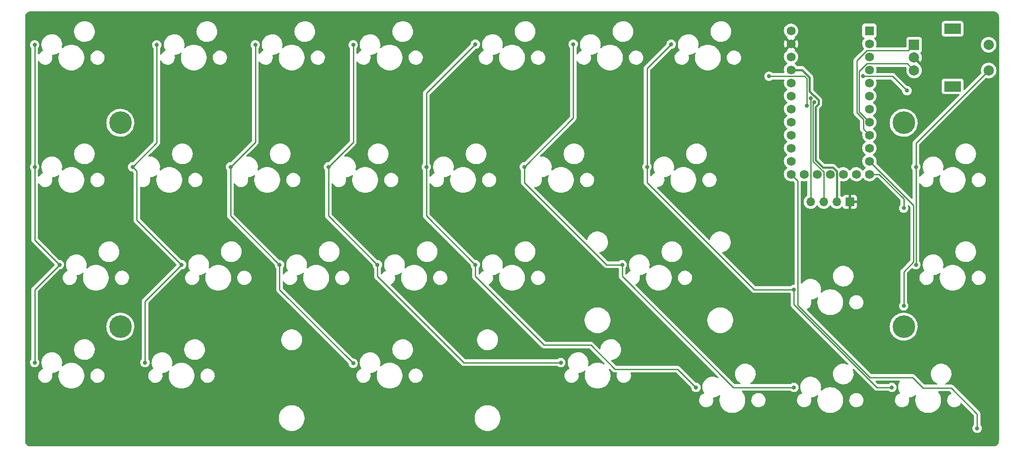
<source format=gtl>
G04 #@! TF.GenerationSoftware,KiCad,Pcbnew,(6.0.1-0)*
G04 #@! TF.CreationDate,2022-06-20T08:18:33-07:00*
G04 #@! TF.ProjectId,pcb,7063622e-6b69-4636-9164-5f7063625858,rev?*
G04 #@! TF.SameCoordinates,Original*
G04 #@! TF.FileFunction,Copper,L1,Top*
G04 #@! TF.FilePolarity,Positive*
%FSLAX46Y46*%
G04 Gerber Fmt 4.6, Leading zero omitted, Abs format (unit mm)*
G04 Created by KiCad (PCBNEW (6.0.1-0)) date 2022-06-20 08:18:33*
%MOMM*%
%LPD*%
G01*
G04 APERTURE LIST*
G04 #@! TA.AperFunction,ComponentPad*
%ADD10C,4.400000*%
G04 #@! TD*
G04 #@! TA.AperFunction,ComponentPad*
%ADD11R,2.000000X2.000000*%
G04 #@! TD*
G04 #@! TA.AperFunction,ComponentPad*
%ADD12C,2.000000*%
G04 #@! TD*
G04 #@! TA.AperFunction,ComponentPad*
%ADD13R,3.200000X2.000000*%
G04 #@! TD*
G04 #@! TA.AperFunction,ComponentPad*
%ADD14R,1.700000X1.700000*%
G04 #@! TD*
G04 #@! TA.AperFunction,ComponentPad*
%ADD15O,1.700000X1.700000*%
G04 #@! TD*
G04 #@! TA.AperFunction,ComponentPad*
%ADD16R,1.752600X1.752600*%
G04 #@! TD*
G04 #@! TA.AperFunction,ComponentPad*
%ADD17C,1.752600*%
G04 #@! TD*
G04 #@! TA.AperFunction,ViaPad*
%ADD18C,0.800000*%
G04 #@! TD*
G04 #@! TA.AperFunction,Conductor*
%ADD19C,0.250000*%
G04 #@! TD*
G04 #@! TA.AperFunction,Conductor*
%ADD20C,0.381000*%
G04 #@! TD*
G04 APERTURE END LIST*
D10*
X33337500Y-76200000D03*
X185737500Y-36512500D03*
D11*
X187768750Y-21312500D03*
D12*
X187768750Y-26312500D03*
X187768750Y-23812500D03*
D13*
X195268750Y-29412500D03*
X195268750Y-18212500D03*
D12*
X202268750Y-26312500D03*
X202268750Y-21312500D03*
D10*
X185737500Y-76200000D03*
D14*
X175260000Y-51885750D03*
D15*
X172720000Y-51885750D03*
X170180000Y-51885750D03*
X167640000Y-51885750D03*
D10*
X33337500Y-36512500D03*
D16*
X179070000Y-18573750D03*
D17*
X179070000Y-21113750D03*
X179070000Y-23653750D03*
X179070000Y-26193750D03*
X179070000Y-28733750D03*
X179070000Y-31273750D03*
X179070000Y-33813750D03*
X179070000Y-36353750D03*
X179070000Y-38893750D03*
X179070000Y-41433750D03*
X179070000Y-43973750D03*
X179070000Y-46513750D03*
X163830000Y-46513750D03*
X163830000Y-43973750D03*
X163830000Y-41433750D03*
X163830000Y-38893750D03*
X163830000Y-36353750D03*
X163830000Y-33813750D03*
X163830000Y-31273750D03*
X163830000Y-28733750D03*
X163830000Y-26193750D03*
X163830000Y-23653750D03*
X163830000Y-21113750D03*
X163830000Y-18573750D03*
X176530000Y-46513750D03*
X173990000Y-46513750D03*
X171450000Y-46513750D03*
X168910000Y-46513750D03*
X166370000Y-46513750D03*
D18*
X159543750Y-27432000D03*
X166915500Y-33147000D03*
X185737500Y-53093750D03*
X185737500Y-72143750D03*
X200025000Y-95956250D03*
X177831750Y-27432000D03*
X186375000Y-30250000D03*
X97694750Y-21590000D03*
X130714750Y-46990000D03*
X168364500Y-32530481D03*
X167671750Y-31750000D03*
X16668750Y-45085000D03*
X21494750Y-64135000D03*
X16668750Y-21336000D03*
X16668750Y-83185000D03*
X35718750Y-45085000D03*
X40417750Y-21336000D03*
X45243750Y-64135000D03*
X38131750Y-83185000D03*
X59594750Y-21336000D03*
X64293750Y-64135000D03*
X78644750Y-83312000D03*
X54768750Y-45085000D03*
X119030750Y-83185000D03*
X83343750Y-64135000D03*
X73818750Y-45085000D03*
X78644750Y-21336000D03*
X102393750Y-64135000D03*
X92868750Y-45085000D03*
X102393750Y-21209000D03*
X145319750Y-88011000D03*
X121443750Y-21209000D03*
X111918750Y-45085000D03*
X130968750Y-64135000D03*
X164369750Y-88011000D03*
X164369750Y-68961000D03*
X183419750Y-88011000D03*
X135794750Y-45085000D03*
X140493750Y-21209000D03*
X188118750Y-64135000D03*
X188118750Y-45085000D03*
D19*
X166915500Y-27912098D02*
X166915500Y-33147000D01*
X166435402Y-27432000D02*
X166915500Y-27912098D01*
X159543750Y-27432000D02*
X166435402Y-27432000D01*
X185737500Y-53093750D02*
X185737500Y-51276968D01*
X180974282Y-46513750D02*
X179070000Y-46513750D01*
X185737500Y-51276968D02*
X180974282Y-46513750D01*
X187669230Y-63559906D02*
X187669230Y-52572980D01*
X185737500Y-65491636D02*
X187669230Y-63559906D01*
X187669230Y-52572980D02*
X179070000Y-43973750D01*
X185737500Y-72143750D02*
X185737500Y-65491636D01*
X187466453Y-86072979D02*
X189512553Y-88119079D01*
X163830000Y-46513750D02*
X165120479Y-47804229D01*
X200025000Y-93165409D02*
X200025000Y-95956250D01*
X189512553Y-88119079D02*
X194978670Y-88119079D01*
X194978670Y-88119079D02*
X200025000Y-93165409D01*
X179196447Y-86072979D02*
X187466453Y-86072979D01*
X165120479Y-71997011D02*
X179196447Y-86072979D01*
X165120479Y-47804229D02*
X165120479Y-71997011D01*
X177831750Y-27432000D02*
X183557000Y-27432000D01*
X183557000Y-27432000D02*
X186375000Y-30250000D01*
D20*
X167430520Y-27698770D02*
X165925500Y-26193750D01*
X169154511Y-32115516D02*
X167430520Y-30391524D01*
X169154511Y-32857715D02*
X169154511Y-32115516D01*
X168604540Y-43781738D02*
X168604540Y-33401000D01*
X165925500Y-26193750D02*
X163830000Y-26193750D01*
X167430520Y-30391524D02*
X167430520Y-27698770D01*
X168604540Y-33401000D02*
X168611226Y-33401000D01*
X172720000Y-51885750D02*
X172720000Y-45992915D01*
X172720000Y-45992915D02*
X171939085Y-45212000D01*
X170034802Y-45212000D02*
X168604540Y-43781738D01*
X171939085Y-45212000D02*
X170034802Y-45212000D01*
X168611226Y-33401000D02*
X169154511Y-32857715D01*
D19*
X168089520Y-32805461D02*
X168364500Y-32530481D01*
X170180000Y-46085546D02*
X168089520Y-43995066D01*
X168089520Y-43995066D02*
X168089520Y-34544000D01*
X168089520Y-34544000D02*
X168089520Y-32805461D01*
X170180000Y-51885750D02*
X170180000Y-46085546D01*
X167640000Y-51885750D02*
X167640000Y-31781750D01*
X167640000Y-31781750D02*
X167671750Y-31750000D01*
X16668750Y-21336000D02*
X16668750Y-45085000D01*
X16668750Y-59309000D02*
X21494750Y-64135000D01*
X16668750Y-83185000D02*
X16668750Y-68961000D01*
X16668750Y-68961000D02*
X21494750Y-64135000D01*
X16668750Y-45085000D02*
X16668750Y-59309000D01*
X38131750Y-71247000D02*
X45243750Y-64135000D01*
X40417750Y-21336000D02*
X40417750Y-40386000D01*
X36532979Y-45899229D02*
X35718750Y-45085000D01*
X45243750Y-64135000D02*
X36532979Y-55424229D01*
X40417750Y-40386000D02*
X35718750Y-45085000D01*
X38131750Y-83185000D02*
X38131750Y-71247000D01*
X36532979Y-55424229D02*
X36532979Y-45899229D01*
X59594750Y-40259000D02*
X54768750Y-45085000D01*
X78644750Y-83312000D02*
X64293750Y-68961000D01*
X59594750Y-21336000D02*
X59594750Y-40259000D01*
X64293750Y-68961000D02*
X64293750Y-64135000D01*
X54768750Y-54610000D02*
X54768750Y-45085000D01*
X64293750Y-64135000D02*
X54768750Y-54610000D01*
X100150409Y-83185000D02*
X119030750Y-83185000D01*
X83343750Y-66378341D02*
X100150409Y-83185000D01*
X78644750Y-21336000D02*
X78644750Y-40259000D01*
X73818750Y-45085000D02*
X73818750Y-54610000D01*
X78644750Y-40259000D02*
X73818750Y-45085000D01*
X83343750Y-64135000D02*
X83343750Y-66378341D01*
X73818750Y-54610000D02*
X83343750Y-64135000D01*
X102393750Y-64135000D02*
X92868750Y-54610000D01*
X124872750Y-79756000D02*
X129592229Y-84475479D01*
X129592229Y-84475479D02*
X141784229Y-84475479D01*
X92868750Y-45085000D02*
X92868750Y-30734000D01*
X102393750Y-64135000D02*
X102393750Y-66378341D01*
X115771409Y-79756000D02*
X124872750Y-79756000D01*
X141784229Y-84475479D02*
X145319750Y-88011000D01*
X102393750Y-66378341D02*
X115771409Y-79756000D01*
X92868750Y-30734000D02*
X102393750Y-21209000D01*
X92868750Y-54610000D02*
X92868750Y-45085000D01*
X130968750Y-64135000D02*
X127934585Y-64135000D01*
X121443750Y-35560000D02*
X111918750Y-45085000D01*
X130968750Y-64135000D02*
X130968750Y-66378341D01*
X121443750Y-21209000D02*
X121443750Y-35560000D01*
X130968750Y-66378341D02*
X152601409Y-88011000D01*
X111918750Y-48119165D02*
X111918750Y-45085000D01*
X127934585Y-64135000D02*
X111918750Y-48119165D01*
X152601409Y-88011000D02*
X164369750Y-88011000D01*
X164369750Y-71882000D02*
X180498750Y-88011000D01*
X180498750Y-88011000D02*
X183419750Y-88011000D01*
X135794750Y-25908000D02*
X140493750Y-21209000D01*
X164369750Y-68961000D02*
X164369750Y-71882000D01*
X156636585Y-68961000D02*
X135794750Y-48119165D01*
X135794750Y-48119165D02*
X135794750Y-45085000D01*
X135794750Y-45085000D02*
X135794750Y-25908000D01*
X164369750Y-68961000D02*
X156636585Y-68961000D01*
X188118750Y-40462500D02*
X202268750Y-26312500D01*
X188118750Y-64135000D02*
X188118750Y-45085000D01*
X188118750Y-45085000D02*
X188118750Y-40462500D01*
X178572607Y-22452939D02*
X176620230Y-24405316D01*
X176620230Y-34539698D02*
X177869189Y-35788657D01*
X176620230Y-24405316D02*
X176620230Y-34539698D01*
X187768750Y-21312500D02*
X186628311Y-22452939D01*
X177869189Y-37692939D02*
X179070000Y-38893750D01*
X177869189Y-35788657D02*
X177869189Y-37692939D01*
X186628311Y-22452939D02*
X178572607Y-22452939D01*
X186449189Y-24992939D02*
X178572607Y-24992939D01*
X187768750Y-26312500D02*
X186449189Y-24992939D01*
X177069750Y-34353500D02*
X179070000Y-36353750D01*
X177069750Y-26495796D02*
X177069750Y-34353500D01*
X178572607Y-24992939D02*
X177069750Y-26495796D01*
G04 #@! TA.AperFunction,Conductor*
G36*
X203170057Y-14797000D02*
G01*
X203184858Y-14799305D01*
X203184861Y-14799305D01*
X203193730Y-14800686D01*
X203206378Y-14799032D01*
X203233692Y-14798448D01*
X203321448Y-14806125D01*
X203376475Y-14810940D01*
X203398096Y-14814752D01*
X203558565Y-14857750D01*
X203579202Y-14865261D01*
X203729760Y-14935468D01*
X203748780Y-14946450D01*
X203884862Y-15041735D01*
X203901687Y-15055853D01*
X204019147Y-15173313D01*
X204033265Y-15190138D01*
X204128550Y-15326220D01*
X204139532Y-15345240D01*
X204209739Y-15495798D01*
X204217250Y-15516435D01*
X204260248Y-15676904D01*
X204264061Y-15698528D01*
X204275949Y-15834419D01*
X204275396Y-15850879D01*
X204275805Y-15850884D01*
X204275695Y-15859858D01*
X204274314Y-15868730D01*
X204275478Y-15877632D01*
X204275478Y-15877635D01*
X204278436Y-15900251D01*
X204279500Y-15916589D01*
X204279500Y-98375672D01*
X204278000Y-98395056D01*
X204274314Y-98418730D01*
X204275968Y-98431375D01*
X204276552Y-98458692D01*
X204264061Y-98601472D01*
X204260248Y-98623096D01*
X204239882Y-98699104D01*
X204217251Y-98783564D01*
X204209739Y-98804202D01*
X204139532Y-98954760D01*
X204128550Y-98973780D01*
X204033265Y-99109862D01*
X204019147Y-99126687D01*
X203901687Y-99244147D01*
X203884862Y-99258265D01*
X203748780Y-99353550D01*
X203729760Y-99364532D01*
X203579202Y-99434739D01*
X203558565Y-99442250D01*
X203398096Y-99485248D01*
X203376475Y-99489060D01*
X203326580Y-99493426D01*
X203240581Y-99500949D01*
X203224121Y-99500396D01*
X203224116Y-99500805D01*
X203215142Y-99500695D01*
X203206270Y-99499314D01*
X203197368Y-99500478D01*
X203197365Y-99500478D01*
X203174749Y-99503436D01*
X203158411Y-99504500D01*
X15924328Y-99504500D01*
X15904943Y-99503000D01*
X15890142Y-99500695D01*
X15890139Y-99500695D01*
X15881270Y-99499314D01*
X15868622Y-99500968D01*
X15841308Y-99501552D01*
X15753552Y-99493875D01*
X15698525Y-99489060D01*
X15676904Y-99485248D01*
X15516435Y-99442250D01*
X15495798Y-99434739D01*
X15345240Y-99364532D01*
X15326220Y-99353550D01*
X15190138Y-99258265D01*
X15173313Y-99244147D01*
X15055853Y-99126687D01*
X15041735Y-99109862D01*
X14946450Y-98973780D01*
X14935468Y-98954760D01*
X14865261Y-98804202D01*
X14857749Y-98783564D01*
X14835118Y-98699104D01*
X14814752Y-98623096D01*
X14810939Y-98601472D01*
X14799346Y-98468954D01*
X14799371Y-98446716D01*
X14799763Y-98442340D01*
X14800571Y-98437539D01*
X14800724Y-98425000D01*
X14796773Y-98397412D01*
X14795500Y-98379549D01*
X14795500Y-94137438D01*
X64172600Y-94137438D01*
X64212064Y-94449830D01*
X64290370Y-94754813D01*
X64406284Y-95047577D01*
X64408186Y-95051036D01*
X64408187Y-95051039D01*
X64546205Y-95302092D01*
X64557976Y-95323504D01*
X64743055Y-95578244D01*
X64958602Y-95807778D01*
X65201218Y-96008487D01*
X65467076Y-96177206D01*
X65470655Y-96178890D01*
X65470662Y-96178894D01*
X65748394Y-96309584D01*
X65748398Y-96309586D01*
X65751984Y-96311273D01*
X66051448Y-96408575D01*
X66360746Y-96467577D01*
X66454300Y-96473463D01*
X66594358Y-96482275D01*
X66594374Y-96482276D01*
X66596353Y-96482400D01*
X66753647Y-96482400D01*
X66755626Y-96482276D01*
X66755642Y-96482275D01*
X66895700Y-96473463D01*
X66989254Y-96467577D01*
X67298552Y-96408575D01*
X67598016Y-96311273D01*
X67601602Y-96309586D01*
X67601606Y-96309584D01*
X67879338Y-96178894D01*
X67879345Y-96178890D01*
X67882924Y-96177206D01*
X68148782Y-96008487D01*
X68391398Y-95807778D01*
X68606945Y-95578244D01*
X68792024Y-95323504D01*
X68803796Y-95302092D01*
X68941813Y-95051039D01*
X68941814Y-95051036D01*
X68943716Y-95047577D01*
X69059630Y-94754813D01*
X69137936Y-94449830D01*
X69177400Y-94137438D01*
X102272600Y-94137438D01*
X102312064Y-94449830D01*
X102390370Y-94754813D01*
X102506284Y-95047577D01*
X102508186Y-95051036D01*
X102508187Y-95051039D01*
X102646205Y-95302092D01*
X102657976Y-95323504D01*
X102843055Y-95578244D01*
X103058602Y-95807778D01*
X103301218Y-96008487D01*
X103567076Y-96177206D01*
X103570655Y-96178890D01*
X103570662Y-96178894D01*
X103848394Y-96309584D01*
X103848398Y-96309586D01*
X103851984Y-96311273D01*
X104151448Y-96408575D01*
X104460746Y-96467577D01*
X104554300Y-96473463D01*
X104694358Y-96482275D01*
X104694374Y-96482276D01*
X104696353Y-96482400D01*
X104853647Y-96482400D01*
X104855626Y-96482276D01*
X104855642Y-96482275D01*
X104995700Y-96473463D01*
X105089254Y-96467577D01*
X105398552Y-96408575D01*
X105698016Y-96311273D01*
X105701602Y-96309586D01*
X105701606Y-96309584D01*
X105979338Y-96178894D01*
X105979345Y-96178890D01*
X105982924Y-96177206D01*
X106248782Y-96008487D01*
X106491398Y-95807778D01*
X106706945Y-95578244D01*
X106892024Y-95323504D01*
X106903796Y-95302092D01*
X107041813Y-95051039D01*
X107041814Y-95051036D01*
X107043716Y-95047577D01*
X107159630Y-94754813D01*
X107237936Y-94449830D01*
X107277400Y-94137438D01*
X107277400Y-93822562D01*
X107237936Y-93510170D01*
X107159630Y-93205187D01*
X107043716Y-92912423D01*
X107017736Y-92865165D01*
X106893933Y-92639968D01*
X106893931Y-92639965D01*
X106892024Y-92636496D01*
X106706945Y-92381756D01*
X106491398Y-92152222D01*
X106248782Y-91951513D01*
X105982924Y-91782794D01*
X105979345Y-91781110D01*
X105979338Y-91781106D01*
X105701606Y-91650416D01*
X105701602Y-91650414D01*
X105698016Y-91648727D01*
X105654052Y-91634442D01*
X105463697Y-91572592D01*
X105398552Y-91551425D01*
X105089254Y-91492423D01*
X104992249Y-91486320D01*
X104855642Y-91477725D01*
X104855626Y-91477724D01*
X104853647Y-91477600D01*
X104696353Y-91477600D01*
X104694374Y-91477724D01*
X104694358Y-91477725D01*
X104557751Y-91486320D01*
X104460746Y-91492423D01*
X104151448Y-91551425D01*
X104086303Y-91572592D01*
X103895949Y-91634442D01*
X103851984Y-91648727D01*
X103848398Y-91650414D01*
X103848394Y-91650416D01*
X103570662Y-91781106D01*
X103570655Y-91781110D01*
X103567076Y-91782794D01*
X103301218Y-91951513D01*
X103058602Y-92152222D01*
X102843055Y-92381756D01*
X102657976Y-92636496D01*
X102656069Y-92639965D01*
X102656067Y-92639968D01*
X102532264Y-92865165D01*
X102506284Y-92912423D01*
X102390370Y-93205187D01*
X102312064Y-93510170D01*
X102272600Y-93822562D01*
X102272600Y-94137438D01*
X69177400Y-94137438D01*
X69177400Y-93822562D01*
X69137936Y-93510170D01*
X69059630Y-93205187D01*
X68943716Y-92912423D01*
X68917736Y-92865165D01*
X68793933Y-92639968D01*
X68793931Y-92639965D01*
X68792024Y-92636496D01*
X68606945Y-92381756D01*
X68391398Y-92152222D01*
X68148782Y-91951513D01*
X67882924Y-91782794D01*
X67879345Y-91781110D01*
X67879338Y-91781106D01*
X67601606Y-91650416D01*
X67601602Y-91650414D01*
X67598016Y-91648727D01*
X67554052Y-91634442D01*
X67363697Y-91572592D01*
X67298552Y-91551425D01*
X66989254Y-91492423D01*
X66892249Y-91486320D01*
X66755642Y-91477725D01*
X66755626Y-91477724D01*
X66753647Y-91477600D01*
X66596353Y-91477600D01*
X66594374Y-91477724D01*
X66594358Y-91477725D01*
X66457751Y-91486320D01*
X66360746Y-91492423D01*
X66051448Y-91551425D01*
X65986303Y-91572592D01*
X65795949Y-91634442D01*
X65751984Y-91648727D01*
X65748398Y-91650414D01*
X65748394Y-91650416D01*
X65470662Y-91781106D01*
X65470655Y-91781110D01*
X65467076Y-91782794D01*
X65201218Y-91951513D01*
X64958602Y-92152222D01*
X64743055Y-92381756D01*
X64557976Y-92636496D01*
X64556069Y-92639965D01*
X64556067Y-92639968D01*
X64432264Y-92865165D01*
X64406284Y-92912423D01*
X64290370Y-93205187D01*
X64212064Y-93510170D01*
X64172600Y-93822562D01*
X64172600Y-94137438D01*
X14795500Y-94137438D01*
X14795500Y-85659593D01*
X17345539Y-85659593D01*
X17354348Y-85894216D01*
X17355443Y-85899434D01*
X17382771Y-86029676D01*
X17402562Y-86124001D01*
X17488802Y-86342377D01*
X17491571Y-86346940D01*
X17606810Y-86536847D01*
X17610604Y-86543100D01*
X17764485Y-86720432D01*
X17768617Y-86723820D01*
X17941916Y-86865917D01*
X17941922Y-86865921D01*
X17946044Y-86869301D01*
X17950680Y-86871940D01*
X17950683Y-86871942D01*
X17992032Y-86895479D01*
X18150090Y-86985451D01*
X18370789Y-87065561D01*
X18376038Y-87066510D01*
X18376041Y-87066511D01*
X18457115Y-87081171D01*
X18601830Y-87107340D01*
X18605969Y-87107535D01*
X18605976Y-87107536D01*
X18624940Y-87108430D01*
X18624949Y-87108430D01*
X18626429Y-87108500D01*
X18791450Y-87108500D01*
X18872799Y-87101597D01*
X18961137Y-87094102D01*
X18961141Y-87094101D01*
X18966448Y-87093651D01*
X18971603Y-87092313D01*
X18971609Y-87092312D01*
X19178125Y-87038711D01*
X19193706Y-87034667D01*
X19198572Y-87032475D01*
X19198575Y-87032474D01*
X19402917Y-86940424D01*
X19402920Y-86940423D01*
X19407778Y-86938234D01*
X19602541Y-86807112D01*
X19772427Y-86645049D01*
X19912578Y-86456679D01*
X19932322Y-86417847D01*
X20016569Y-86252144D01*
X20016569Y-86252143D01*
X20018987Y-86247388D01*
X20088611Y-86023160D01*
X20106226Y-85890264D01*
X20118761Y-85795690D01*
X20118761Y-85795687D01*
X20119461Y-85790407D01*
X20110652Y-85555784D01*
X20090512Y-85459798D01*
X20064873Y-85337602D01*
X20070460Y-85266826D01*
X20113425Y-85210305D01*
X20179398Y-85186035D01*
X20212855Y-85183696D01*
X20278328Y-85179118D01*
X20278334Y-85179117D01*
X20282712Y-85178811D01*
X20557470Y-85120409D01*
X20561599Y-85118906D01*
X20561603Y-85118905D01*
X20817281Y-85025846D01*
X20817285Y-85025844D01*
X20821426Y-85024337D01*
X21069442Y-84892464D01*
X21083161Y-84882497D01*
X21253827Y-84758501D01*
X21320695Y-84734642D01*
X21389847Y-84750723D01*
X21439327Y-84801637D01*
X21453426Y-84871220D01*
X21445040Y-84906820D01*
X21427870Y-84950187D01*
X21349564Y-85255170D01*
X21310100Y-85567562D01*
X21310100Y-85882438D01*
X21349564Y-86194830D01*
X21427870Y-86499813D01*
X21543784Y-86792577D01*
X21545686Y-86796036D01*
X21545687Y-86796039D01*
X21691389Y-87061069D01*
X21695476Y-87068504D01*
X21724371Y-87108275D01*
X21864172Y-87300694D01*
X21880555Y-87323244D01*
X22096102Y-87552778D01*
X22338718Y-87753487D01*
X22604576Y-87922206D01*
X22608155Y-87923890D01*
X22608162Y-87923894D01*
X22885894Y-88054584D01*
X22885898Y-88054586D01*
X22889484Y-88056273D01*
X23188948Y-88153575D01*
X23498246Y-88212577D01*
X23591800Y-88218463D01*
X23731858Y-88227275D01*
X23731874Y-88227276D01*
X23733853Y-88227400D01*
X23891147Y-88227400D01*
X23893126Y-88227276D01*
X23893142Y-88227275D01*
X24033200Y-88218463D01*
X24126754Y-88212577D01*
X24436052Y-88153575D01*
X24735516Y-88056273D01*
X24739102Y-88054586D01*
X24739106Y-88054584D01*
X25016838Y-87923894D01*
X25016845Y-87923890D01*
X25020424Y-87922206D01*
X25286282Y-87753487D01*
X25528898Y-87552778D01*
X25744445Y-87323244D01*
X25760829Y-87300694D01*
X25900629Y-87108275D01*
X25929524Y-87068504D01*
X25933612Y-87061069D01*
X26079313Y-86796039D01*
X26079314Y-86796036D01*
X26081216Y-86792577D01*
X26197130Y-86499813D01*
X26275436Y-86194830D01*
X26314900Y-85882438D01*
X26314900Y-85659593D01*
X27505539Y-85659593D01*
X27514348Y-85894216D01*
X27515443Y-85899434D01*
X27542771Y-86029676D01*
X27562562Y-86124001D01*
X27648802Y-86342377D01*
X27651571Y-86346940D01*
X27766810Y-86536847D01*
X27770604Y-86543100D01*
X27924485Y-86720432D01*
X27928617Y-86723820D01*
X28101916Y-86865917D01*
X28101922Y-86865921D01*
X28106044Y-86869301D01*
X28110680Y-86871940D01*
X28110683Y-86871942D01*
X28152032Y-86895479D01*
X28310090Y-86985451D01*
X28530789Y-87065561D01*
X28536038Y-87066510D01*
X28536041Y-87066511D01*
X28617115Y-87081171D01*
X28761830Y-87107340D01*
X28765969Y-87107535D01*
X28765976Y-87107536D01*
X28784940Y-87108430D01*
X28784949Y-87108430D01*
X28786429Y-87108500D01*
X28951450Y-87108500D01*
X29032799Y-87101597D01*
X29121137Y-87094102D01*
X29121141Y-87094101D01*
X29126448Y-87093651D01*
X29131603Y-87092313D01*
X29131609Y-87092312D01*
X29338125Y-87038711D01*
X29353706Y-87034667D01*
X29358572Y-87032475D01*
X29358575Y-87032474D01*
X29562917Y-86940424D01*
X29562920Y-86940423D01*
X29567778Y-86938234D01*
X29762541Y-86807112D01*
X29932427Y-86645049D01*
X30072578Y-86456679D01*
X30092322Y-86417847D01*
X30176569Y-86252144D01*
X30176569Y-86252143D01*
X30178987Y-86247388D01*
X30248611Y-86023160D01*
X30266226Y-85890264D01*
X30278761Y-85795690D01*
X30278761Y-85795687D01*
X30279461Y-85790407D01*
X30274550Y-85659593D01*
X38776789Y-85659593D01*
X38785598Y-85894216D01*
X38786693Y-85899434D01*
X38814021Y-86029676D01*
X38833812Y-86124001D01*
X38920052Y-86342377D01*
X38922821Y-86346940D01*
X39038060Y-86536847D01*
X39041854Y-86543100D01*
X39195735Y-86720432D01*
X39199867Y-86723820D01*
X39373166Y-86865917D01*
X39373172Y-86865921D01*
X39377294Y-86869301D01*
X39381930Y-86871940D01*
X39381933Y-86871942D01*
X39423282Y-86895479D01*
X39581340Y-86985451D01*
X39802039Y-87065561D01*
X39807288Y-87066510D01*
X39807291Y-87066511D01*
X39888365Y-87081171D01*
X40033080Y-87107340D01*
X40037219Y-87107535D01*
X40037226Y-87107536D01*
X40056190Y-87108430D01*
X40056199Y-87108430D01*
X40057679Y-87108500D01*
X40222700Y-87108500D01*
X40304049Y-87101597D01*
X40392387Y-87094102D01*
X40392391Y-87094101D01*
X40397698Y-87093651D01*
X40402853Y-87092313D01*
X40402859Y-87092312D01*
X40609375Y-87038711D01*
X40624956Y-87034667D01*
X40629822Y-87032475D01*
X40629825Y-87032474D01*
X40834167Y-86940424D01*
X40834170Y-86940423D01*
X40839028Y-86938234D01*
X41033791Y-86807112D01*
X41203677Y-86645049D01*
X41343828Y-86456679D01*
X41363572Y-86417847D01*
X41447819Y-86252144D01*
X41447819Y-86252143D01*
X41450237Y-86247388D01*
X41519861Y-86023160D01*
X41537476Y-85890264D01*
X41550011Y-85795690D01*
X41550011Y-85795687D01*
X41550711Y-85790407D01*
X41541902Y-85555784D01*
X41521762Y-85459798D01*
X41496123Y-85337602D01*
X41501710Y-85266826D01*
X41544675Y-85210305D01*
X41610648Y-85186035D01*
X41644105Y-85183696D01*
X41709578Y-85179118D01*
X41709584Y-85179117D01*
X41713962Y-85178811D01*
X41988720Y-85120409D01*
X41992849Y-85118906D01*
X41992853Y-85118905D01*
X42248531Y-85025846D01*
X42248535Y-85025844D01*
X42252676Y-85024337D01*
X42500692Y-84892464D01*
X42514411Y-84882497D01*
X42685077Y-84758501D01*
X42751945Y-84734642D01*
X42821097Y-84750723D01*
X42870577Y-84801637D01*
X42884676Y-84871220D01*
X42876290Y-84906820D01*
X42859120Y-84950187D01*
X42780814Y-85255170D01*
X42741350Y-85567562D01*
X42741350Y-85882438D01*
X42780814Y-86194830D01*
X42859120Y-86499813D01*
X42975034Y-86792577D01*
X42976936Y-86796036D01*
X42976937Y-86796039D01*
X43122639Y-87061069D01*
X43126726Y-87068504D01*
X43155621Y-87108275D01*
X43295422Y-87300694D01*
X43311805Y-87323244D01*
X43527352Y-87552778D01*
X43769968Y-87753487D01*
X44035826Y-87922206D01*
X44039405Y-87923890D01*
X44039412Y-87923894D01*
X44317144Y-88054584D01*
X44317148Y-88054586D01*
X44320734Y-88056273D01*
X44620198Y-88153575D01*
X44929496Y-88212577D01*
X45023050Y-88218463D01*
X45163108Y-88227275D01*
X45163124Y-88227276D01*
X45165103Y-88227400D01*
X45322397Y-88227400D01*
X45324376Y-88227276D01*
X45324392Y-88227275D01*
X45464450Y-88218463D01*
X45558004Y-88212577D01*
X45867302Y-88153575D01*
X46166766Y-88056273D01*
X46170352Y-88054586D01*
X46170356Y-88054584D01*
X46448088Y-87923894D01*
X46448095Y-87923890D01*
X46451674Y-87922206D01*
X46717532Y-87753487D01*
X46960148Y-87552778D01*
X47175695Y-87323244D01*
X47192079Y-87300694D01*
X47331879Y-87108275D01*
X47360774Y-87068504D01*
X47364862Y-87061069D01*
X47510563Y-86796039D01*
X47510564Y-86796036D01*
X47512466Y-86792577D01*
X47628380Y-86499813D01*
X47706686Y-86194830D01*
X47746150Y-85882438D01*
X47746150Y-85659593D01*
X48936789Y-85659593D01*
X48945598Y-85894216D01*
X48946693Y-85899434D01*
X48974021Y-86029676D01*
X48993812Y-86124001D01*
X49080052Y-86342377D01*
X49082821Y-86346940D01*
X49198060Y-86536847D01*
X49201854Y-86543100D01*
X49355735Y-86720432D01*
X49359867Y-86723820D01*
X49533166Y-86865917D01*
X49533172Y-86865921D01*
X49537294Y-86869301D01*
X49541930Y-86871940D01*
X49541933Y-86871942D01*
X49583282Y-86895479D01*
X49741340Y-86985451D01*
X49962039Y-87065561D01*
X49967288Y-87066510D01*
X49967291Y-87066511D01*
X50048365Y-87081171D01*
X50193080Y-87107340D01*
X50197219Y-87107535D01*
X50197226Y-87107536D01*
X50216190Y-87108430D01*
X50216199Y-87108430D01*
X50217679Y-87108500D01*
X50382700Y-87108500D01*
X50464049Y-87101597D01*
X50552387Y-87094102D01*
X50552391Y-87094101D01*
X50557698Y-87093651D01*
X50562853Y-87092313D01*
X50562859Y-87092312D01*
X50769375Y-87038711D01*
X50784956Y-87034667D01*
X50789822Y-87032475D01*
X50789825Y-87032474D01*
X50994167Y-86940424D01*
X50994170Y-86940423D01*
X50999028Y-86938234D01*
X51193791Y-86807112D01*
X51363677Y-86645049D01*
X51503828Y-86456679D01*
X51523572Y-86417847D01*
X51607819Y-86252144D01*
X51607819Y-86252143D01*
X51610237Y-86247388D01*
X51679861Y-86023160D01*
X51697476Y-85890264D01*
X51710011Y-85795690D01*
X51710011Y-85795687D01*
X51710711Y-85790407D01*
X51705800Y-85659593D01*
X79258039Y-85659593D01*
X79266848Y-85894216D01*
X79267943Y-85899434D01*
X79295271Y-86029676D01*
X79315062Y-86124001D01*
X79401302Y-86342377D01*
X79404071Y-86346940D01*
X79519310Y-86536847D01*
X79523104Y-86543100D01*
X79676985Y-86720432D01*
X79681117Y-86723820D01*
X79854416Y-86865917D01*
X79854422Y-86865921D01*
X79858544Y-86869301D01*
X79863180Y-86871940D01*
X79863183Y-86871942D01*
X79904532Y-86895479D01*
X80062590Y-86985451D01*
X80283289Y-87065561D01*
X80288538Y-87066510D01*
X80288541Y-87066511D01*
X80369615Y-87081171D01*
X80514330Y-87107340D01*
X80518469Y-87107535D01*
X80518476Y-87107536D01*
X80537440Y-87108430D01*
X80537449Y-87108430D01*
X80538929Y-87108500D01*
X80703950Y-87108500D01*
X80785299Y-87101597D01*
X80873637Y-87094102D01*
X80873641Y-87094101D01*
X80878948Y-87093651D01*
X80884103Y-87092313D01*
X80884109Y-87092312D01*
X81090625Y-87038711D01*
X81106206Y-87034667D01*
X81111072Y-87032475D01*
X81111075Y-87032474D01*
X81315417Y-86940424D01*
X81315420Y-86940423D01*
X81320278Y-86938234D01*
X81515041Y-86807112D01*
X81684927Y-86645049D01*
X81825078Y-86456679D01*
X81844822Y-86417847D01*
X81929069Y-86252144D01*
X81929069Y-86252143D01*
X81931487Y-86247388D01*
X82001111Y-86023160D01*
X82018726Y-85890264D01*
X82031261Y-85795690D01*
X82031261Y-85795687D01*
X82031961Y-85790407D01*
X82023152Y-85555784D01*
X82003012Y-85459798D01*
X81977373Y-85337602D01*
X81982960Y-85266826D01*
X82025925Y-85210305D01*
X82091898Y-85186035D01*
X82125355Y-85183696D01*
X82190828Y-85179118D01*
X82190834Y-85179117D01*
X82195212Y-85178811D01*
X82469970Y-85120409D01*
X82474099Y-85118906D01*
X82474103Y-85118905D01*
X82729781Y-85025846D01*
X82729785Y-85025844D01*
X82733926Y-85024337D01*
X82981942Y-84892464D01*
X82995661Y-84882497D01*
X83166327Y-84758501D01*
X83233195Y-84734642D01*
X83302347Y-84750723D01*
X83351827Y-84801637D01*
X83365926Y-84871220D01*
X83357540Y-84906820D01*
X83340370Y-84950187D01*
X83262064Y-85255170D01*
X83222600Y-85567562D01*
X83222600Y-85882438D01*
X83262064Y-86194830D01*
X83340370Y-86499813D01*
X83456284Y-86792577D01*
X83458186Y-86796036D01*
X83458187Y-86796039D01*
X83603889Y-87061069D01*
X83607976Y-87068504D01*
X83636871Y-87108275D01*
X83776672Y-87300694D01*
X83793055Y-87323244D01*
X84008602Y-87552778D01*
X84251218Y-87753487D01*
X84517076Y-87922206D01*
X84520655Y-87923890D01*
X84520662Y-87923894D01*
X84798394Y-88054584D01*
X84798398Y-88054586D01*
X84801984Y-88056273D01*
X85101448Y-88153575D01*
X85410746Y-88212577D01*
X85504300Y-88218463D01*
X85644358Y-88227275D01*
X85644374Y-88227276D01*
X85646353Y-88227400D01*
X85803647Y-88227400D01*
X85805626Y-88227276D01*
X85805642Y-88227275D01*
X85945700Y-88218463D01*
X86039254Y-88212577D01*
X86348552Y-88153575D01*
X86648016Y-88056273D01*
X86651602Y-88054586D01*
X86651606Y-88054584D01*
X86929338Y-87923894D01*
X86929345Y-87923890D01*
X86932924Y-87922206D01*
X87198782Y-87753487D01*
X87441398Y-87552778D01*
X87656945Y-87323244D01*
X87673329Y-87300694D01*
X87813129Y-87108275D01*
X87842024Y-87068504D01*
X87846112Y-87061069D01*
X87991813Y-86796039D01*
X87991814Y-86796036D01*
X87993716Y-86792577D01*
X88109630Y-86499813D01*
X88187936Y-86194830D01*
X88227400Y-85882438D01*
X88227400Y-85659593D01*
X89418039Y-85659593D01*
X89426848Y-85894216D01*
X89427943Y-85899434D01*
X89455271Y-86029676D01*
X89475062Y-86124001D01*
X89561302Y-86342377D01*
X89564071Y-86346940D01*
X89679310Y-86536847D01*
X89683104Y-86543100D01*
X89836985Y-86720432D01*
X89841117Y-86723820D01*
X90014416Y-86865917D01*
X90014422Y-86865921D01*
X90018544Y-86869301D01*
X90023180Y-86871940D01*
X90023183Y-86871942D01*
X90064532Y-86895479D01*
X90222590Y-86985451D01*
X90443289Y-87065561D01*
X90448538Y-87066510D01*
X90448541Y-87066511D01*
X90529615Y-87081171D01*
X90674330Y-87107340D01*
X90678469Y-87107535D01*
X90678476Y-87107536D01*
X90697440Y-87108430D01*
X90697449Y-87108430D01*
X90698929Y-87108500D01*
X90863950Y-87108500D01*
X90945299Y-87101597D01*
X91033637Y-87094102D01*
X91033641Y-87094101D01*
X91038948Y-87093651D01*
X91044103Y-87092313D01*
X91044109Y-87092312D01*
X91250625Y-87038711D01*
X91266206Y-87034667D01*
X91271072Y-87032475D01*
X91271075Y-87032474D01*
X91475417Y-86940424D01*
X91475420Y-86940423D01*
X91480278Y-86938234D01*
X91675041Y-86807112D01*
X91844927Y-86645049D01*
X91985078Y-86456679D01*
X92004822Y-86417847D01*
X92089069Y-86252144D01*
X92089069Y-86252143D01*
X92091487Y-86247388D01*
X92161111Y-86023160D01*
X92178726Y-85890264D01*
X92191261Y-85795690D01*
X92191261Y-85795687D01*
X92191961Y-85790407D01*
X92183152Y-85555784D01*
X92158423Y-85437928D01*
X92136035Y-85331226D01*
X92136034Y-85331223D01*
X92134938Y-85325999D01*
X92048698Y-85107623D01*
X91975282Y-84986637D01*
X91929664Y-84911461D01*
X91929662Y-84911458D01*
X91926896Y-84906900D01*
X91773015Y-84729568D01*
X91762938Y-84721306D01*
X91595584Y-84584083D01*
X91595578Y-84584079D01*
X91591456Y-84580699D01*
X91586820Y-84578060D01*
X91586817Y-84578058D01*
X91392053Y-84467192D01*
X91387410Y-84464549D01*
X91166711Y-84384439D01*
X91161462Y-84383490D01*
X91161459Y-84383489D01*
X91080385Y-84368829D01*
X90935670Y-84342660D01*
X90931531Y-84342465D01*
X90931524Y-84342464D01*
X90912560Y-84341570D01*
X90912551Y-84341570D01*
X90911071Y-84341500D01*
X90746050Y-84341500D01*
X90664701Y-84348403D01*
X90576363Y-84355898D01*
X90576359Y-84355899D01*
X90571052Y-84356349D01*
X90565897Y-84357687D01*
X90565891Y-84357688D01*
X90388177Y-84403814D01*
X90343794Y-84415333D01*
X90338928Y-84417525D01*
X90338925Y-84417526D01*
X90134583Y-84509576D01*
X90134580Y-84509577D01*
X90129722Y-84511766D01*
X90125298Y-84514745D01*
X90125297Y-84514745D01*
X90104181Y-84528961D01*
X89934959Y-84642888D01*
X89765073Y-84804951D01*
X89624922Y-84993321D01*
X89622506Y-84998072D01*
X89622504Y-84998076D01*
X89561072Y-85118905D01*
X89518513Y-85202612D01*
X89448889Y-85426840D01*
X89448188Y-85432129D01*
X89422984Y-85622288D01*
X89418039Y-85659593D01*
X88227400Y-85659593D01*
X88227400Y-85567562D01*
X88187936Y-85255170D01*
X88109630Y-84950187D01*
X88102387Y-84931892D01*
X88076981Y-84867726D01*
X87993716Y-84657423D01*
X87987749Y-84646569D01*
X87843933Y-84384968D01*
X87843931Y-84384965D01*
X87842024Y-84381496D01*
X87656945Y-84126756D01*
X87441398Y-83897222D01*
X87198782Y-83696513D01*
X86932924Y-83527794D01*
X86929345Y-83526110D01*
X86929338Y-83526106D01*
X86651606Y-83395416D01*
X86651602Y-83395414D01*
X86648016Y-83393727D01*
X86609481Y-83381206D01*
X86472530Y-83336708D01*
X86348552Y-83296425D01*
X86039254Y-83237423D01*
X85945700Y-83231537D01*
X85805642Y-83222725D01*
X85805626Y-83222724D01*
X85803647Y-83222600D01*
X85646353Y-83222600D01*
X85644374Y-83222724D01*
X85644358Y-83222725D01*
X85504300Y-83231537D01*
X85410746Y-83237423D01*
X85101448Y-83296425D01*
X84977470Y-83336708D01*
X84840520Y-83381206D01*
X84801984Y-83393727D01*
X84798398Y-83395414D01*
X84798394Y-83395416D01*
X84520662Y-83526106D01*
X84520655Y-83526110D01*
X84517076Y-83527794D01*
X84251218Y-83696513D01*
X84073872Y-83843226D01*
X84050413Y-83862633D01*
X83985176Y-83890643D01*
X83915151Y-83878936D01*
X83862571Y-83831229D01*
X83844131Y-83762669D01*
X83847841Y-83735066D01*
X83849165Y-83729758D01*
X83871882Y-83638643D01*
X83896753Y-83538893D01*
X83896754Y-83538888D01*
X83897817Y-83534624D01*
X83898372Y-83529350D01*
X83926719Y-83259636D01*
X83926719Y-83259633D01*
X83927178Y-83255267D01*
X83926555Y-83237423D01*
X83917529Y-82978939D01*
X83917528Y-82978933D01*
X83917375Y-82974542D01*
X83896971Y-82858821D01*
X83881335Y-82770148D01*
X83868598Y-82697913D01*
X83781797Y-82430765D01*
X83778750Y-82424516D01*
X83707226Y-82277872D01*
X83658660Y-82178298D01*
X83656205Y-82174659D01*
X83656202Y-82174653D01*
X83535218Y-81995287D01*
X83501585Y-81945424D01*
X83313629Y-81736678D01*
X83098450Y-81556121D01*
X82860236Y-81407269D01*
X82603625Y-81293018D01*
X82333610Y-81215593D01*
X82329260Y-81214982D01*
X82329257Y-81214981D01*
X82226310Y-81200513D01*
X82055448Y-81176500D01*
X81844854Y-81176500D01*
X81842668Y-81176653D01*
X81842664Y-81176653D01*
X81639173Y-81190882D01*
X81639168Y-81190883D01*
X81634788Y-81191189D01*
X81360030Y-81249591D01*
X81355901Y-81251094D01*
X81355897Y-81251095D01*
X81100219Y-81344154D01*
X81100215Y-81344156D01*
X81096074Y-81345663D01*
X80848058Y-81477536D01*
X80844499Y-81480122D01*
X80844497Y-81480123D01*
X80739895Y-81556121D01*
X80620808Y-81642642D01*
X80617644Y-81645698D01*
X80617641Y-81645700D01*
X80528864Y-81731431D01*
X80418748Y-81837769D01*
X80245812Y-82059118D01*
X80243616Y-82062922D01*
X80243611Y-82062929D01*
X80170278Y-82189947D01*
X80105364Y-82302381D01*
X80000138Y-82562824D01*
X79999073Y-82567097D01*
X79999072Y-82567099D01*
X79941874Y-82796509D01*
X79932183Y-82835376D01*
X79931724Y-82839744D01*
X79931723Y-82839749D01*
X79914709Y-83001635D01*
X79902822Y-83114733D01*
X79902975Y-83119121D01*
X79902975Y-83119127D01*
X79911977Y-83376888D01*
X79912625Y-83395458D01*
X79913387Y-83399781D01*
X79913388Y-83399788D01*
X79937164Y-83534624D01*
X79961402Y-83672087D01*
X80048203Y-83939235D01*
X80050131Y-83943188D01*
X80050133Y-83943193D01*
X80073385Y-83990866D01*
X80171340Y-84191702D01*
X80200492Y-84234921D01*
X80206334Y-84243583D01*
X80227844Y-84311243D01*
X80209360Y-84379791D01*
X80153627Y-84428923D01*
X80078584Y-84462727D01*
X79974583Y-84509576D01*
X79974580Y-84509577D01*
X79969722Y-84511766D01*
X79965298Y-84514745D01*
X79965297Y-84514745D01*
X79944181Y-84528961D01*
X79774959Y-84642888D01*
X79605073Y-84804951D01*
X79464922Y-84993321D01*
X79462506Y-84998072D01*
X79462504Y-84998076D01*
X79401072Y-85118905D01*
X79358513Y-85202612D01*
X79288889Y-85426840D01*
X79288188Y-85432129D01*
X79262984Y-85622288D01*
X79258039Y-85659593D01*
X51705800Y-85659593D01*
X51701902Y-85555784D01*
X51677173Y-85437928D01*
X51654785Y-85331226D01*
X51654784Y-85331223D01*
X51653688Y-85325999D01*
X51567448Y-85107623D01*
X51494032Y-84986637D01*
X51448414Y-84911461D01*
X51448412Y-84911458D01*
X51445646Y-84906900D01*
X51291765Y-84729568D01*
X51281688Y-84721306D01*
X51114334Y-84584083D01*
X51114328Y-84584079D01*
X51110206Y-84580699D01*
X51105570Y-84578060D01*
X51105567Y-84578058D01*
X50910803Y-84467192D01*
X50906160Y-84464549D01*
X50685461Y-84384439D01*
X50680212Y-84383490D01*
X50680209Y-84383489D01*
X50599135Y-84368829D01*
X50454420Y-84342660D01*
X50450281Y-84342465D01*
X50450274Y-84342464D01*
X50431310Y-84341570D01*
X50431301Y-84341570D01*
X50429821Y-84341500D01*
X50264800Y-84341500D01*
X50183451Y-84348403D01*
X50095113Y-84355898D01*
X50095109Y-84355899D01*
X50089802Y-84356349D01*
X50084647Y-84357687D01*
X50084641Y-84357688D01*
X49906927Y-84403814D01*
X49862544Y-84415333D01*
X49857678Y-84417525D01*
X49857675Y-84417526D01*
X49653333Y-84509576D01*
X49653330Y-84509577D01*
X49648472Y-84511766D01*
X49644048Y-84514745D01*
X49644047Y-84514745D01*
X49622931Y-84528961D01*
X49453709Y-84642888D01*
X49283823Y-84804951D01*
X49143672Y-84993321D01*
X49141256Y-84998072D01*
X49141254Y-84998076D01*
X49079822Y-85118905D01*
X49037263Y-85202612D01*
X48967639Y-85426840D01*
X48966938Y-85432129D01*
X48941734Y-85622288D01*
X48936789Y-85659593D01*
X47746150Y-85659593D01*
X47746150Y-85567562D01*
X47706686Y-85255170D01*
X47628380Y-84950187D01*
X47621137Y-84931892D01*
X47595731Y-84867726D01*
X47512466Y-84657423D01*
X47506499Y-84646569D01*
X47362683Y-84384968D01*
X47362681Y-84384965D01*
X47360774Y-84381496D01*
X47175695Y-84126756D01*
X46960148Y-83897222D01*
X46717532Y-83696513D01*
X46451674Y-83527794D01*
X46448095Y-83526110D01*
X46448088Y-83526106D01*
X46170356Y-83395416D01*
X46170352Y-83395414D01*
X46166766Y-83393727D01*
X46128231Y-83381206D01*
X45991280Y-83336708D01*
X45867302Y-83296425D01*
X45558004Y-83237423D01*
X45464450Y-83231537D01*
X45324392Y-83222725D01*
X45324376Y-83222724D01*
X45322397Y-83222600D01*
X45165103Y-83222600D01*
X45163124Y-83222724D01*
X45163108Y-83222725D01*
X45023050Y-83231537D01*
X44929496Y-83237423D01*
X44620198Y-83296425D01*
X44496220Y-83336708D01*
X44359270Y-83381206D01*
X44320734Y-83393727D01*
X44317148Y-83395414D01*
X44317144Y-83395416D01*
X44039412Y-83526106D01*
X44039405Y-83526110D01*
X44035826Y-83527794D01*
X43769968Y-83696513D01*
X43592622Y-83843226D01*
X43569163Y-83862633D01*
X43503926Y-83890643D01*
X43433901Y-83878936D01*
X43381321Y-83831229D01*
X43362881Y-83762669D01*
X43366591Y-83735066D01*
X43367915Y-83729758D01*
X43390632Y-83638643D01*
X43415503Y-83538893D01*
X43415504Y-83538888D01*
X43416567Y-83534624D01*
X43417122Y-83529350D01*
X43445469Y-83259636D01*
X43445469Y-83259633D01*
X43445928Y-83255267D01*
X43445305Y-83237423D01*
X43436279Y-82978939D01*
X43436278Y-82978933D01*
X43436125Y-82974542D01*
X43415721Y-82858821D01*
X43400085Y-82770148D01*
X43387348Y-82697913D01*
X43300547Y-82430765D01*
X43297500Y-82424516D01*
X43225976Y-82277872D01*
X43177410Y-82178298D01*
X43174955Y-82174659D01*
X43174952Y-82174653D01*
X43053968Y-81995287D01*
X43020335Y-81945424D01*
X42832379Y-81736678D01*
X42617200Y-81556121D01*
X42378986Y-81407269D01*
X42122375Y-81293018D01*
X41852360Y-81215593D01*
X41848010Y-81214982D01*
X41848007Y-81214981D01*
X41745060Y-81200513D01*
X41574198Y-81176500D01*
X41363604Y-81176500D01*
X41361418Y-81176653D01*
X41361414Y-81176653D01*
X41157923Y-81190882D01*
X41157918Y-81190883D01*
X41153538Y-81191189D01*
X40878780Y-81249591D01*
X40874651Y-81251094D01*
X40874647Y-81251095D01*
X40618969Y-81344154D01*
X40618965Y-81344156D01*
X40614824Y-81345663D01*
X40366808Y-81477536D01*
X40363249Y-81480122D01*
X40363247Y-81480123D01*
X40258645Y-81556121D01*
X40139558Y-81642642D01*
X40136394Y-81645698D01*
X40136391Y-81645700D01*
X40047615Y-81731431D01*
X39937498Y-81837769D01*
X39764562Y-82059118D01*
X39762366Y-82062922D01*
X39762361Y-82062929D01*
X39689028Y-82189947D01*
X39624114Y-82302381D01*
X39518888Y-82562824D01*
X39517823Y-82567097D01*
X39517822Y-82567099D01*
X39460624Y-82796509D01*
X39450933Y-82835376D01*
X39450474Y-82839744D01*
X39450473Y-82839749D01*
X39433459Y-83001635D01*
X39421572Y-83114733D01*
X39421725Y-83119121D01*
X39421725Y-83119127D01*
X39430727Y-83376888D01*
X39431375Y-83395458D01*
X39432137Y-83399781D01*
X39432138Y-83399788D01*
X39455914Y-83534624D01*
X39480152Y-83672087D01*
X39566953Y-83939235D01*
X39568881Y-83943188D01*
X39568883Y-83943193D01*
X39592135Y-83990866D01*
X39690090Y-84191702D01*
X39719242Y-84234921D01*
X39725084Y-84243583D01*
X39746594Y-84311243D01*
X39728110Y-84379791D01*
X39672377Y-84428923D01*
X39597334Y-84462727D01*
X39493333Y-84509576D01*
X39493330Y-84509577D01*
X39488472Y-84511766D01*
X39484048Y-84514745D01*
X39484047Y-84514745D01*
X39462931Y-84528961D01*
X39293709Y-84642888D01*
X39123823Y-84804951D01*
X38983672Y-84993321D01*
X38981256Y-84998072D01*
X38981254Y-84998076D01*
X38919822Y-85118905D01*
X38877263Y-85202612D01*
X38807639Y-85426840D01*
X38806938Y-85432129D01*
X38781734Y-85622288D01*
X38776789Y-85659593D01*
X30274550Y-85659593D01*
X30270652Y-85555784D01*
X30245923Y-85437928D01*
X30223535Y-85331226D01*
X30223534Y-85331223D01*
X30222438Y-85325999D01*
X30136198Y-85107623D01*
X30062782Y-84986637D01*
X30017164Y-84911461D01*
X30017162Y-84911458D01*
X30014396Y-84906900D01*
X29860515Y-84729568D01*
X29850438Y-84721306D01*
X29683084Y-84584083D01*
X29683078Y-84584079D01*
X29678956Y-84580699D01*
X29674320Y-84578060D01*
X29674317Y-84578058D01*
X29479553Y-84467192D01*
X29474910Y-84464549D01*
X29254211Y-84384439D01*
X29248962Y-84383490D01*
X29248959Y-84383489D01*
X29167885Y-84368829D01*
X29023170Y-84342660D01*
X29019031Y-84342465D01*
X29019024Y-84342464D01*
X29000060Y-84341570D01*
X29000051Y-84341570D01*
X28998571Y-84341500D01*
X28833550Y-84341500D01*
X28752201Y-84348403D01*
X28663863Y-84355898D01*
X28663859Y-84355899D01*
X28658552Y-84356349D01*
X28653397Y-84357687D01*
X28653391Y-84357688D01*
X28475677Y-84403814D01*
X28431294Y-84415333D01*
X28426428Y-84417525D01*
X28426425Y-84417526D01*
X28222083Y-84509576D01*
X28222080Y-84509577D01*
X28217222Y-84511766D01*
X28212798Y-84514745D01*
X28212797Y-84514745D01*
X28191681Y-84528961D01*
X28022459Y-84642888D01*
X27852573Y-84804951D01*
X27712422Y-84993321D01*
X27710006Y-84998072D01*
X27710004Y-84998076D01*
X27648572Y-85118905D01*
X27606013Y-85202612D01*
X27536389Y-85426840D01*
X27535688Y-85432129D01*
X27510484Y-85622288D01*
X27505539Y-85659593D01*
X26314900Y-85659593D01*
X26314900Y-85567562D01*
X26275436Y-85255170D01*
X26197130Y-84950187D01*
X26189887Y-84931892D01*
X26164481Y-84867726D01*
X26081216Y-84657423D01*
X26075249Y-84646569D01*
X25931433Y-84384968D01*
X25931431Y-84384965D01*
X25929524Y-84381496D01*
X25744445Y-84126756D01*
X25528898Y-83897222D01*
X25286282Y-83696513D01*
X25020424Y-83527794D01*
X25016845Y-83526110D01*
X25016838Y-83526106D01*
X24739106Y-83395416D01*
X24739102Y-83395414D01*
X24735516Y-83393727D01*
X24696981Y-83381206D01*
X24560030Y-83336708D01*
X24436052Y-83296425D01*
X24126754Y-83237423D01*
X24033200Y-83231537D01*
X23893142Y-83222725D01*
X23893126Y-83222724D01*
X23891147Y-83222600D01*
X23733853Y-83222600D01*
X23731874Y-83222724D01*
X23731858Y-83222725D01*
X23591800Y-83231537D01*
X23498246Y-83237423D01*
X23188948Y-83296425D01*
X23064970Y-83336708D01*
X22928020Y-83381206D01*
X22889484Y-83393727D01*
X22885898Y-83395414D01*
X22885894Y-83395416D01*
X22608162Y-83526106D01*
X22608155Y-83526110D01*
X22604576Y-83527794D01*
X22338718Y-83696513D01*
X22161372Y-83843226D01*
X22137913Y-83862633D01*
X22072676Y-83890643D01*
X22002651Y-83878936D01*
X21950071Y-83831229D01*
X21931631Y-83762669D01*
X21935341Y-83735066D01*
X21936665Y-83729758D01*
X21959382Y-83638643D01*
X21984253Y-83538893D01*
X21984254Y-83538888D01*
X21985317Y-83534624D01*
X21985872Y-83529350D01*
X22014219Y-83259636D01*
X22014219Y-83259633D01*
X22014678Y-83255267D01*
X22014055Y-83237423D01*
X22005029Y-82978939D01*
X22005028Y-82978933D01*
X22004875Y-82974542D01*
X21984471Y-82858821D01*
X21968835Y-82770148D01*
X21956098Y-82697913D01*
X21869297Y-82430765D01*
X21866250Y-82424516D01*
X21794726Y-82277872D01*
X21746160Y-82178298D01*
X21743705Y-82174659D01*
X21743702Y-82174653D01*
X21622718Y-81995287D01*
X21589085Y-81945424D01*
X21401129Y-81736678D01*
X21185950Y-81556121D01*
X20947736Y-81407269D01*
X20691125Y-81293018D01*
X20421110Y-81215593D01*
X20416760Y-81214982D01*
X20416757Y-81214981D01*
X20313810Y-81200513D01*
X20142948Y-81176500D01*
X19932354Y-81176500D01*
X19930168Y-81176653D01*
X19930164Y-81176653D01*
X19726673Y-81190882D01*
X19726668Y-81190883D01*
X19722288Y-81191189D01*
X19447530Y-81249591D01*
X19443401Y-81251094D01*
X19443397Y-81251095D01*
X19187719Y-81344154D01*
X19187715Y-81344156D01*
X19183574Y-81345663D01*
X18935558Y-81477536D01*
X18931999Y-81480122D01*
X18931997Y-81480123D01*
X18827395Y-81556121D01*
X18708308Y-81642642D01*
X18705144Y-81645698D01*
X18705141Y-81645700D01*
X18616365Y-81731431D01*
X18506248Y-81837769D01*
X18333312Y-82059118D01*
X18331116Y-82062922D01*
X18331111Y-82062929D01*
X18257778Y-82189947D01*
X18192864Y-82302381D01*
X18087638Y-82562824D01*
X18086573Y-82567097D01*
X18086572Y-82567099D01*
X18029374Y-82796509D01*
X18019683Y-82835376D01*
X18019224Y-82839744D01*
X18019223Y-82839749D01*
X18002209Y-83001635D01*
X17990322Y-83114733D01*
X17990475Y-83119121D01*
X17990475Y-83119127D01*
X17999477Y-83376888D01*
X18000125Y-83395458D01*
X18000887Y-83399781D01*
X18000888Y-83399788D01*
X18024664Y-83534624D01*
X18048902Y-83672087D01*
X18135703Y-83939235D01*
X18137631Y-83943188D01*
X18137633Y-83943193D01*
X18160885Y-83990866D01*
X18258840Y-84191702D01*
X18287992Y-84234921D01*
X18293834Y-84243583D01*
X18315344Y-84311243D01*
X18296860Y-84379791D01*
X18241127Y-84428923D01*
X18166084Y-84462727D01*
X18062083Y-84509576D01*
X18062080Y-84509577D01*
X18057222Y-84511766D01*
X18052798Y-84514745D01*
X18052797Y-84514745D01*
X18031681Y-84528961D01*
X17862459Y-84642888D01*
X17692573Y-84804951D01*
X17552422Y-84993321D01*
X17550006Y-84998072D01*
X17550004Y-84998076D01*
X17488572Y-85118905D01*
X17446013Y-85202612D01*
X17376389Y-85426840D01*
X17375688Y-85432129D01*
X17350484Y-85622288D01*
X17345539Y-85659593D01*
X14795500Y-85659593D01*
X14795500Y-83185000D01*
X15755246Y-83185000D01*
X15775208Y-83374928D01*
X15834223Y-83556556D01*
X15929710Y-83721944D01*
X15934128Y-83726851D01*
X15934129Y-83726852D01*
X16049100Y-83854540D01*
X16057497Y-83863866D01*
X16115415Y-83905946D01*
X16195760Y-83964320D01*
X16211998Y-83976118D01*
X16218026Y-83978802D01*
X16218028Y-83978803D01*
X16380431Y-84051109D01*
X16386462Y-84053794D01*
X16479862Y-84073647D01*
X16566806Y-84092128D01*
X16566811Y-84092128D01*
X16573263Y-84093500D01*
X16764237Y-84093500D01*
X16770689Y-84092128D01*
X16770694Y-84092128D01*
X16857638Y-84073647D01*
X16951038Y-84053794D01*
X16957069Y-84051109D01*
X17119472Y-83978803D01*
X17119474Y-83978802D01*
X17125502Y-83976118D01*
X17141741Y-83964320D01*
X17222085Y-83905946D01*
X17280003Y-83863866D01*
X17288400Y-83854540D01*
X17403371Y-83726852D01*
X17403372Y-83726851D01*
X17407790Y-83721944D01*
X17503277Y-83556556D01*
X17562292Y-83374928D01*
X17582254Y-83185000D01*
X17562292Y-82995072D01*
X17503277Y-82813444D01*
X17407790Y-82648056D01*
X17334613Y-82566785D01*
X17303897Y-82502779D01*
X17302250Y-82482476D01*
X17302250Y-80574733D01*
X24340322Y-80574733D01*
X24340475Y-80579121D01*
X24340475Y-80579127D01*
X24347223Y-80772347D01*
X24350125Y-80855458D01*
X24350887Y-80859781D01*
X24350888Y-80859788D01*
X24374664Y-80994624D01*
X24398902Y-81132087D01*
X24485703Y-81399235D01*
X24487631Y-81403188D01*
X24487633Y-81403193D01*
X24489621Y-81407269D01*
X24608840Y-81651702D01*
X24611295Y-81655341D01*
X24611298Y-81655347D01*
X24664253Y-81733856D01*
X24765915Y-81884576D01*
X24953871Y-82093322D01*
X25169050Y-82273879D01*
X25407264Y-82422731D01*
X25540984Y-82482267D01*
X25651558Y-82531498D01*
X25663875Y-82536982D01*
X25933890Y-82614407D01*
X25938240Y-82615018D01*
X25938243Y-82615019D01*
X26039511Y-82629251D01*
X26212052Y-82653500D01*
X26422646Y-82653500D01*
X26424832Y-82653347D01*
X26424836Y-82653347D01*
X26628327Y-82639118D01*
X26628332Y-82639117D01*
X26632712Y-82638811D01*
X26907470Y-82580409D01*
X26911599Y-82578906D01*
X26911603Y-82578905D01*
X27167281Y-82485846D01*
X27167285Y-82485844D01*
X27171426Y-82484337D01*
X27419442Y-82352464D01*
X27423003Y-82349877D01*
X27643129Y-82189947D01*
X27643132Y-82189944D01*
X27646692Y-82187358D01*
X27651982Y-82182250D01*
X27779488Y-82059118D01*
X27848752Y-81992231D01*
X28021688Y-81770882D01*
X28023884Y-81767078D01*
X28023889Y-81767071D01*
X28159935Y-81531431D01*
X28162136Y-81527619D01*
X28267362Y-81267176D01*
X28268428Y-81262901D01*
X28334253Y-80998893D01*
X28334254Y-80998888D01*
X28335317Y-80994624D01*
X28364678Y-80715267D01*
X28364094Y-80698535D01*
X28355029Y-80438939D01*
X28355028Y-80438933D01*
X28354875Y-80434542D01*
X28353441Y-80426405D01*
X28313934Y-80202354D01*
X28306098Y-80157913D01*
X28219297Y-79890765D01*
X28213723Y-79879335D01*
X28152972Y-79754779D01*
X28096160Y-79638298D01*
X28093705Y-79634659D01*
X28093702Y-79634653D01*
X28002242Y-79499058D01*
X27939085Y-79405424D01*
X27751129Y-79196678D01*
X27535950Y-79016121D01*
X27297736Y-78867269D01*
X27041125Y-78753018D01*
X26771110Y-78675593D01*
X26766760Y-78674982D01*
X26766757Y-78674981D01*
X26663810Y-78660513D01*
X26492948Y-78636500D01*
X26282354Y-78636500D01*
X26280168Y-78636653D01*
X26280164Y-78636653D01*
X26076673Y-78650882D01*
X26076668Y-78650883D01*
X26072288Y-78651189D01*
X25797530Y-78709591D01*
X25793401Y-78711094D01*
X25793397Y-78711095D01*
X25537719Y-78804154D01*
X25537715Y-78804156D01*
X25533574Y-78805663D01*
X25285558Y-78937536D01*
X25281999Y-78940122D01*
X25281997Y-78940123D01*
X25064597Y-79098073D01*
X25058308Y-79102642D01*
X25055144Y-79105698D01*
X25055141Y-79105700D01*
X24974469Y-79183604D01*
X24856248Y-79297769D01*
X24772139Y-79405424D01*
X24698985Y-79499058D01*
X24683312Y-79519118D01*
X24681116Y-79522922D01*
X24681111Y-79522929D01*
X24567294Y-79720067D01*
X24542864Y-79762381D01*
X24437638Y-80022824D01*
X24436573Y-80027097D01*
X24436572Y-80027099D01*
X24374413Y-80276407D01*
X24369683Y-80295376D01*
X24369224Y-80299744D01*
X24369223Y-80299749D01*
X24340781Y-80570364D01*
X24340322Y-80574733D01*
X17302250Y-80574733D01*
X17302250Y-76171585D01*
X30624198Y-76171585D01*
X30640436Y-76497759D01*
X30641077Y-76501490D01*
X30641078Y-76501498D01*
X30689444Y-76782970D01*
X30695741Y-76819619D01*
X30696829Y-76823258D01*
X30696830Y-76823261D01*
X30787730Y-77127206D01*
X30789314Y-77132504D01*
X30790827Y-77135975D01*
X30790829Y-77135981D01*
X30845438Y-77261273D01*
X30919797Y-77431881D01*
X30921720Y-77435152D01*
X30921722Y-77435156D01*
X30964084Y-77507215D01*
X31085302Y-77713414D01*
X31087603Y-77716429D01*
X31281131Y-77970012D01*
X31281136Y-77970017D01*
X31283431Y-77973025D01*
X31511314Y-78206953D01*
X31584135Y-78265607D01*
X31762696Y-78409431D01*
X31762701Y-78409435D01*
X31765649Y-78411809D01*
X32042753Y-78584627D01*
X32338612Y-78722903D01*
X32342221Y-78724086D01*
X32621001Y-78815475D01*
X32648940Y-78824634D01*
X32969242Y-78888346D01*
X32973014Y-78888633D01*
X32973022Y-78888634D01*
X33291102Y-78912829D01*
X33291107Y-78912829D01*
X33294879Y-78913116D01*
X33621133Y-78898586D01*
X33680925Y-78888634D01*
X33939537Y-78845590D01*
X33939542Y-78845589D01*
X33943278Y-78844967D01*
X34256649Y-78753034D01*
X34260116Y-78751544D01*
X34260120Y-78751543D01*
X34553221Y-78625616D01*
X34553223Y-78625615D01*
X34556705Y-78624119D01*
X34839101Y-78460091D01*
X35099745Y-78263324D01*
X35334863Y-78036670D01*
X35541049Y-77783410D01*
X35653950Y-77604473D01*
X35713288Y-77510428D01*
X35713290Y-77510425D01*
X35715315Y-77507215D01*
X35757665Y-77417826D01*
X35853509Y-77215522D01*
X35855138Y-77212084D01*
X35856340Y-77208482D01*
X35957290Y-76905897D01*
X35957292Y-76905891D01*
X35958492Y-76902293D01*
X36023881Y-76582329D01*
X36028046Y-76531130D01*
X36042298Y-76355899D01*
X36050356Y-76256826D01*
X36050951Y-76200000D01*
X36049010Y-76167796D01*
X36031526Y-75877793D01*
X36031526Y-75877789D01*
X36031298Y-75874015D01*
X36026150Y-75845824D01*
X35973305Y-75556473D01*
X35973304Y-75556469D01*
X35972625Y-75552751D01*
X35965222Y-75528907D01*
X35876904Y-75244477D01*
X35875782Y-75240863D01*
X35742170Y-74942869D01*
X35573726Y-74663084D01*
X35571399Y-74660100D01*
X35571394Y-74660093D01*
X35375226Y-74408558D01*
X35375224Y-74408556D01*
X35372890Y-74405563D01*
X35142570Y-74174034D01*
X34886103Y-73971852D01*
X34607205Y-73801945D01*
X34603761Y-73800379D01*
X34603757Y-73800377D01*
X34493167Y-73750095D01*
X34309914Y-73666775D01*
X33998537Y-73568300D01*
X33780992Y-73527390D01*
X33681309Y-73508645D01*
X33681307Y-73508645D01*
X33677586Y-73507945D01*
X33351708Y-73486586D01*
X33347928Y-73486794D01*
X33347927Y-73486794D01*
X33250397Y-73492162D01*
X33025624Y-73504532D01*
X33021897Y-73505193D01*
X33021893Y-73505193D01*
X32864841Y-73533027D01*
X32704057Y-73561522D01*
X32700441Y-73562624D01*
X32700433Y-73562626D01*
X32395289Y-73655627D01*
X32391667Y-73656731D01*
X32092977Y-73788781D01*
X32067541Y-73803914D01*
X31815574Y-73953817D01*
X31815568Y-73953821D01*
X31812314Y-73955757D01*
X31809312Y-73958073D01*
X31558574Y-74151517D01*
X31553744Y-74155243D01*
X31321013Y-74384347D01*
X31318649Y-74387314D01*
X31318646Y-74387317D01*
X31301720Y-74408558D01*
X31117491Y-74639751D01*
X30946126Y-74917757D01*
X30809402Y-75214336D01*
X30808241Y-75217940D01*
X30808241Y-75217941D01*
X30799696Y-75244477D01*
X30709297Y-75525192D01*
X30708579Y-75528903D01*
X30708578Y-75528907D01*
X30647982Y-75842105D01*
X30647981Y-75842114D01*
X30647263Y-75845824D01*
X30624198Y-76171585D01*
X17302250Y-76171585D01*
X17302250Y-69275594D01*
X17322252Y-69207473D01*
X17339155Y-69186499D01*
X19916061Y-66609593D01*
X22108039Y-66609593D01*
X22116848Y-66844216D01*
X22126245Y-66889000D01*
X22145271Y-66979676D01*
X22165062Y-67074001D01*
X22251302Y-67292377D01*
X22268585Y-67320858D01*
X22369310Y-67486847D01*
X22373104Y-67493100D01*
X22526985Y-67670432D01*
X22531117Y-67673820D01*
X22704416Y-67815917D01*
X22704422Y-67815921D01*
X22708544Y-67819301D01*
X22713180Y-67821940D01*
X22713183Y-67821942D01*
X22824408Y-67885255D01*
X22912590Y-67935451D01*
X23133289Y-68015561D01*
X23138538Y-68016510D01*
X23138541Y-68016511D01*
X23219615Y-68031171D01*
X23364330Y-68057340D01*
X23368469Y-68057535D01*
X23368476Y-68057536D01*
X23387440Y-68058430D01*
X23387449Y-68058430D01*
X23388929Y-68058500D01*
X23553950Y-68058500D01*
X23635299Y-68051597D01*
X23723637Y-68044102D01*
X23723641Y-68044101D01*
X23728948Y-68043651D01*
X23734103Y-68042313D01*
X23734109Y-68042312D01*
X23940625Y-67988711D01*
X23956206Y-67984667D01*
X23961072Y-67982475D01*
X23961075Y-67982474D01*
X24165417Y-67890424D01*
X24165420Y-67890423D01*
X24170278Y-67888234D01*
X24365041Y-67757112D01*
X24534927Y-67595049D01*
X24675078Y-67406679D01*
X24694822Y-67367847D01*
X24779069Y-67202144D01*
X24779069Y-67202143D01*
X24781487Y-67197388D01*
X24851111Y-66973160D01*
X24868726Y-66840264D01*
X24881261Y-66745690D01*
X24881261Y-66745687D01*
X24881961Y-66740407D01*
X24873152Y-66505784D01*
X24848087Y-66386327D01*
X24827373Y-66287602D01*
X24832960Y-66216826D01*
X24875925Y-66160305D01*
X24941898Y-66136035D01*
X24975355Y-66133696D01*
X25040828Y-66129118D01*
X25040834Y-66129117D01*
X25045212Y-66128811D01*
X25319970Y-66070409D01*
X25324099Y-66068906D01*
X25324103Y-66068905D01*
X25579781Y-65975846D01*
X25579785Y-65975844D01*
X25583926Y-65974337D01*
X25831942Y-65842464D01*
X26016327Y-65708501D01*
X26083195Y-65684642D01*
X26152347Y-65700723D01*
X26201827Y-65751637D01*
X26215926Y-65821220D01*
X26207540Y-65856820D01*
X26190370Y-65900187D01*
X26112064Y-66205170D01*
X26072600Y-66517562D01*
X26072600Y-66832438D01*
X26112064Y-67144830D01*
X26190370Y-67449813D01*
X26306284Y-67742577D01*
X26308186Y-67746036D01*
X26308187Y-67746039D01*
X26440112Y-67986009D01*
X26457976Y-68018504D01*
X26487035Y-68058500D01*
X26626672Y-68250694D01*
X26643055Y-68273244D01*
X26858602Y-68502778D01*
X27101218Y-68703487D01*
X27367076Y-68872206D01*
X27370655Y-68873890D01*
X27370662Y-68873894D01*
X27648394Y-69004584D01*
X27648398Y-69004586D01*
X27651984Y-69006273D01*
X27655756Y-69007499D01*
X27655757Y-69007499D01*
X27684072Y-69016699D01*
X27951448Y-69103575D01*
X28260746Y-69162577D01*
X28354300Y-69168463D01*
X28494358Y-69177275D01*
X28494374Y-69177276D01*
X28496353Y-69177400D01*
X28653647Y-69177400D01*
X28655626Y-69177276D01*
X28655642Y-69177275D01*
X28795700Y-69168463D01*
X28889254Y-69162577D01*
X29198552Y-69103575D01*
X29465928Y-69016699D01*
X29494243Y-69007499D01*
X29494244Y-69007499D01*
X29498016Y-69006273D01*
X29501602Y-69004586D01*
X29501606Y-69004584D01*
X29779338Y-68873894D01*
X29779345Y-68873890D01*
X29782924Y-68872206D01*
X30048782Y-68703487D01*
X30291398Y-68502778D01*
X30506945Y-68273244D01*
X30523329Y-68250694D01*
X30662965Y-68058500D01*
X30692024Y-68018504D01*
X30709889Y-67986009D01*
X30841813Y-67746039D01*
X30841814Y-67746036D01*
X30843716Y-67742577D01*
X30959630Y-67449813D01*
X31037936Y-67144830D01*
X31077400Y-66832438D01*
X31077400Y-66609593D01*
X32268039Y-66609593D01*
X32276848Y-66844216D01*
X32286245Y-66889000D01*
X32305271Y-66979676D01*
X32325062Y-67074001D01*
X32411302Y-67292377D01*
X32428585Y-67320858D01*
X32529310Y-67486847D01*
X32533104Y-67493100D01*
X32686985Y-67670432D01*
X32691117Y-67673820D01*
X32864416Y-67815917D01*
X32864422Y-67815921D01*
X32868544Y-67819301D01*
X32873180Y-67821940D01*
X32873183Y-67821942D01*
X32984408Y-67885255D01*
X33072590Y-67935451D01*
X33293289Y-68015561D01*
X33298538Y-68016510D01*
X33298541Y-68016511D01*
X33379615Y-68031171D01*
X33524330Y-68057340D01*
X33528469Y-68057535D01*
X33528476Y-68057536D01*
X33547440Y-68058430D01*
X33547449Y-68058430D01*
X33548929Y-68058500D01*
X33713950Y-68058500D01*
X33795299Y-68051597D01*
X33883637Y-68044102D01*
X33883641Y-68044101D01*
X33888948Y-68043651D01*
X33894103Y-68042313D01*
X33894109Y-68042312D01*
X34100625Y-67988711D01*
X34116206Y-67984667D01*
X34121072Y-67982475D01*
X34121075Y-67982474D01*
X34325417Y-67890424D01*
X34325420Y-67890423D01*
X34330278Y-67888234D01*
X34525041Y-67757112D01*
X34694927Y-67595049D01*
X34835078Y-67406679D01*
X34854822Y-67367847D01*
X34939069Y-67202144D01*
X34939069Y-67202143D01*
X34941487Y-67197388D01*
X35011111Y-66973160D01*
X35028726Y-66840264D01*
X35041261Y-66745690D01*
X35041261Y-66745687D01*
X35041961Y-66740407D01*
X35033152Y-66505784D01*
X35008087Y-66386327D01*
X34986035Y-66281226D01*
X34986034Y-66281223D01*
X34984938Y-66275999D01*
X34898698Y-66057623D01*
X34776896Y-65856900D01*
X34623015Y-65679568D01*
X34612938Y-65671306D01*
X34445584Y-65534083D01*
X34445578Y-65534079D01*
X34441456Y-65530699D01*
X34436820Y-65528060D01*
X34436817Y-65528058D01*
X34242053Y-65417192D01*
X34237410Y-65414549D01*
X34016711Y-65334439D01*
X34011462Y-65333490D01*
X34011459Y-65333489D01*
X33930385Y-65318829D01*
X33785670Y-65292660D01*
X33781531Y-65292465D01*
X33781524Y-65292464D01*
X33762560Y-65291570D01*
X33762551Y-65291570D01*
X33761071Y-65291500D01*
X33596050Y-65291500D01*
X33514701Y-65298403D01*
X33426363Y-65305898D01*
X33426359Y-65305899D01*
X33421052Y-65306349D01*
X33415897Y-65307687D01*
X33415891Y-65307688D01*
X33238177Y-65353814D01*
X33193794Y-65365333D01*
X33188928Y-65367525D01*
X33188925Y-65367526D01*
X32984583Y-65459576D01*
X32984580Y-65459577D01*
X32979722Y-65461766D01*
X32975298Y-65464745D01*
X32975297Y-65464745D01*
X32954181Y-65478961D01*
X32784959Y-65592888D01*
X32615073Y-65754951D01*
X32474922Y-65943321D01*
X32472506Y-65948072D01*
X32472504Y-65948076D01*
X32411072Y-66068905D01*
X32368513Y-66152612D01*
X32366931Y-66157707D01*
X32317082Y-66318250D01*
X32298889Y-66376840D01*
X32298188Y-66382129D01*
X32272984Y-66572288D01*
X32268039Y-66609593D01*
X31077400Y-66609593D01*
X31077400Y-66517562D01*
X31037936Y-66205170D01*
X30959630Y-65900187D01*
X30843716Y-65607423D01*
X30837749Y-65596569D01*
X30693933Y-65334968D01*
X30693931Y-65334965D01*
X30692024Y-65331496D01*
X30506945Y-65076756D01*
X30291398Y-64847222D01*
X30048782Y-64646513D01*
X29782924Y-64477794D01*
X29779345Y-64476110D01*
X29779338Y-64476106D01*
X29501606Y-64345416D01*
X29501602Y-64345414D01*
X29498016Y-64343727D01*
X29459481Y-64331206D01*
X29202328Y-64247652D01*
X29202329Y-64247652D01*
X29198552Y-64246425D01*
X28889254Y-64187423D01*
X28795700Y-64181537D01*
X28655642Y-64172725D01*
X28655626Y-64172724D01*
X28653647Y-64172600D01*
X28496353Y-64172600D01*
X28494374Y-64172724D01*
X28494358Y-64172725D01*
X28354300Y-64181537D01*
X28260746Y-64187423D01*
X27951448Y-64246425D01*
X27947671Y-64247652D01*
X27947672Y-64247652D01*
X27690520Y-64331206D01*
X27651984Y-64343727D01*
X27648398Y-64345414D01*
X27648394Y-64345416D01*
X27370662Y-64476106D01*
X27370655Y-64476110D01*
X27367076Y-64477794D01*
X27101218Y-64646513D01*
X26910308Y-64804447D01*
X26900413Y-64812633D01*
X26835176Y-64840643D01*
X26765151Y-64828936D01*
X26712571Y-64781229D01*
X26694131Y-64712669D01*
X26697841Y-64685066D01*
X26699165Y-64679758D01*
X26721882Y-64588643D01*
X26746753Y-64488893D01*
X26746754Y-64488888D01*
X26747817Y-64484624D01*
X26748713Y-64476106D01*
X26776719Y-64209636D01*
X26776719Y-64209633D01*
X26777178Y-64205267D01*
X26776555Y-64187423D01*
X26767529Y-63928939D01*
X26767528Y-63928933D01*
X26767375Y-63924542D01*
X26743608Y-63789749D01*
X26719360Y-63652236D01*
X26718598Y-63647913D01*
X26631797Y-63380765D01*
X26628750Y-63374516D01*
X26557226Y-63227872D01*
X26508660Y-63128298D01*
X26506205Y-63124659D01*
X26506202Y-63124653D01*
X26385218Y-62945287D01*
X26351585Y-62895424D01*
X26163629Y-62686678D01*
X25948450Y-62506121D01*
X25710236Y-62357269D01*
X25453625Y-62243018D01*
X25183610Y-62165593D01*
X25179260Y-62164982D01*
X25179257Y-62164981D01*
X25076310Y-62150513D01*
X24905448Y-62126500D01*
X24694854Y-62126500D01*
X24692668Y-62126653D01*
X24692664Y-62126653D01*
X24489173Y-62140882D01*
X24489168Y-62140883D01*
X24484788Y-62141189D01*
X24210030Y-62199591D01*
X24205901Y-62201094D01*
X24205897Y-62201095D01*
X23950219Y-62294154D01*
X23950215Y-62294156D01*
X23946074Y-62295663D01*
X23698058Y-62427536D01*
X23694499Y-62430122D01*
X23694497Y-62430123D01*
X23589895Y-62506121D01*
X23470808Y-62592642D01*
X23467644Y-62595698D01*
X23467641Y-62595700D01*
X23378865Y-62681431D01*
X23268748Y-62787769D01*
X23095812Y-63009118D01*
X23093616Y-63012922D01*
X23093611Y-63012929D01*
X22981855Y-63206498D01*
X22955364Y-63252381D01*
X22850138Y-63512824D01*
X22849073Y-63517097D01*
X22849072Y-63517099D01*
X22815379Y-63652236D01*
X22782183Y-63785376D01*
X22781724Y-63789744D01*
X22781723Y-63789749D01*
X22764709Y-63951635D01*
X22752822Y-64064733D01*
X22752975Y-64069121D01*
X22752975Y-64069127D01*
X22761679Y-64318365D01*
X22762625Y-64345458D01*
X22763387Y-64349781D01*
X22763388Y-64349788D01*
X22787164Y-64484624D01*
X22811402Y-64622087D01*
X22898203Y-64889235D01*
X22900131Y-64893188D01*
X22900133Y-64893193D01*
X22946366Y-64987984D01*
X23021340Y-65141702D01*
X23033908Y-65160335D01*
X23056334Y-65193583D01*
X23077844Y-65261243D01*
X23059360Y-65329791D01*
X23003627Y-65378923D01*
X22931072Y-65411606D01*
X22824583Y-65459576D01*
X22824580Y-65459577D01*
X22819722Y-65461766D01*
X22815298Y-65464745D01*
X22815297Y-65464745D01*
X22794181Y-65478961D01*
X22624959Y-65592888D01*
X22455073Y-65754951D01*
X22314922Y-65943321D01*
X22312506Y-65948072D01*
X22312504Y-65948076D01*
X22251072Y-66068905D01*
X22208513Y-66152612D01*
X22206931Y-66157707D01*
X22157082Y-66318250D01*
X22138889Y-66376840D01*
X22138188Y-66382129D01*
X22112984Y-66572288D01*
X22108039Y-66609593D01*
X19916061Y-66609593D01*
X21445249Y-65080405D01*
X21507561Y-65046379D01*
X21534344Y-65043500D01*
X21590237Y-65043500D01*
X21596689Y-65042128D01*
X21596694Y-65042128D01*
X21683637Y-65023647D01*
X21777038Y-65003794D01*
X21786377Y-64999636D01*
X21945472Y-64928803D01*
X21945474Y-64928802D01*
X21951502Y-64926118D01*
X22106003Y-64813866D01*
X22110425Y-64808955D01*
X22229371Y-64676852D01*
X22229375Y-64676847D01*
X22233790Y-64671944D01*
X22329277Y-64506556D01*
X22388292Y-64324928D01*
X22408254Y-64135000D01*
X22388292Y-63945072D01*
X22329277Y-63763444D01*
X22233790Y-63598056D01*
X22204044Y-63565019D01*
X22110425Y-63461045D01*
X22110424Y-63461044D01*
X22106003Y-63456134D01*
X21951502Y-63343882D01*
X21945474Y-63341198D01*
X21945472Y-63341197D01*
X21783069Y-63268891D01*
X21783068Y-63268891D01*
X21777038Y-63266206D01*
X21678740Y-63245312D01*
X21596694Y-63227872D01*
X21596689Y-63227872D01*
X21590237Y-63226500D01*
X21534344Y-63226500D01*
X21466223Y-63206498D01*
X21445249Y-63189595D01*
X19780387Y-61524733D01*
X29102822Y-61524733D01*
X29102975Y-61529121D01*
X29102975Y-61529127D01*
X29110627Y-61748231D01*
X29112625Y-61805458D01*
X29113387Y-61809781D01*
X29113388Y-61809788D01*
X29137164Y-61944624D01*
X29161402Y-62082087D01*
X29248203Y-62349235D01*
X29250131Y-62353188D01*
X29250133Y-62353193D01*
X29252121Y-62357269D01*
X29371340Y-62601702D01*
X29373795Y-62605341D01*
X29373798Y-62605347D01*
X29426753Y-62683856D01*
X29528415Y-62834576D01*
X29716371Y-63043322D01*
X29931550Y-63223879D01*
X30169764Y-63372731D01*
X30303484Y-63432267D01*
X30414058Y-63481498D01*
X30426375Y-63486982D01*
X30696390Y-63564407D01*
X30700740Y-63565018D01*
X30700743Y-63565019D01*
X30803690Y-63579487D01*
X30974552Y-63603500D01*
X31185146Y-63603500D01*
X31187332Y-63603347D01*
X31187336Y-63603347D01*
X31390827Y-63589118D01*
X31390832Y-63589117D01*
X31395212Y-63588811D01*
X31669970Y-63530409D01*
X31674099Y-63528906D01*
X31674103Y-63528905D01*
X31929781Y-63435846D01*
X31929785Y-63435844D01*
X31933926Y-63434337D01*
X32181942Y-63302464D01*
X32188772Y-63297502D01*
X32405629Y-63139947D01*
X32405632Y-63139944D01*
X32409192Y-63137358D01*
X32414482Y-63132250D01*
X32541988Y-63009118D01*
X32611252Y-62942231D01*
X32784188Y-62720882D01*
X32786384Y-62717078D01*
X32786389Y-62717071D01*
X32922435Y-62481431D01*
X32924636Y-62477619D01*
X33029862Y-62217176D01*
X33030928Y-62212901D01*
X33096753Y-61948893D01*
X33096754Y-61948888D01*
X33097817Y-61944624D01*
X33104467Y-61881358D01*
X33126719Y-61669636D01*
X33126719Y-61669633D01*
X33127178Y-61665267D01*
X33126594Y-61648535D01*
X33117529Y-61388939D01*
X33117528Y-61388933D01*
X33117375Y-61384542D01*
X33093791Y-61250787D01*
X33069360Y-61112236D01*
X33068598Y-61107913D01*
X32981797Y-60840765D01*
X32976223Y-60829335D01*
X32917320Y-60708569D01*
X32858660Y-60588298D01*
X32856205Y-60584659D01*
X32856202Y-60584653D01*
X32775935Y-60465653D01*
X32701585Y-60355424D01*
X32513629Y-60146678D01*
X32298450Y-59966121D01*
X32060236Y-59817269D01*
X31803625Y-59703018D01*
X31643810Y-59657192D01*
X31537837Y-59626805D01*
X31537836Y-59626805D01*
X31533610Y-59625593D01*
X31529260Y-59624982D01*
X31529257Y-59624981D01*
X31417295Y-59609246D01*
X31255448Y-59586500D01*
X31044854Y-59586500D01*
X31042668Y-59586653D01*
X31042664Y-59586653D01*
X30839173Y-59600882D01*
X30839168Y-59600883D01*
X30834788Y-59601189D01*
X30560030Y-59659591D01*
X30555901Y-59661094D01*
X30555897Y-59661095D01*
X30300219Y-59754154D01*
X30300215Y-59754156D01*
X30296074Y-59755663D01*
X30048058Y-59887536D01*
X30044499Y-59890122D01*
X30044497Y-59890123D01*
X29827097Y-60048073D01*
X29820808Y-60052642D01*
X29618748Y-60247769D01*
X29445812Y-60469118D01*
X29443616Y-60472922D01*
X29443611Y-60472929D01*
X29329794Y-60670067D01*
X29305364Y-60712381D01*
X29200138Y-60972824D01*
X29199073Y-60977097D01*
X29199072Y-60977099D01*
X29165379Y-61112236D01*
X29132183Y-61245376D01*
X29102822Y-61524733D01*
X19780387Y-61524733D01*
X17339155Y-59083500D01*
X17305129Y-59021188D01*
X17302250Y-58994405D01*
X17302250Y-48385472D01*
X17322252Y-48317351D01*
X17375908Y-48270858D01*
X17446182Y-48260754D01*
X17510762Y-48290248D01*
X17535969Y-48320106D01*
X17589276Y-48407952D01*
X17610604Y-48443100D01*
X17764485Y-48620432D01*
X17768617Y-48623820D01*
X17941916Y-48765917D01*
X17941922Y-48765921D01*
X17946044Y-48769301D01*
X17950680Y-48771940D01*
X17950683Y-48771942D01*
X18061908Y-48835255D01*
X18150090Y-48885451D01*
X18370789Y-48965561D01*
X18376038Y-48966510D01*
X18376041Y-48966511D01*
X18419940Y-48974449D01*
X18601830Y-49007340D01*
X18605969Y-49007535D01*
X18605976Y-49007536D01*
X18624940Y-49008430D01*
X18624949Y-49008430D01*
X18626429Y-49008500D01*
X18791450Y-49008500D01*
X18872799Y-49001597D01*
X18961137Y-48994102D01*
X18961141Y-48994101D01*
X18966448Y-48993651D01*
X18971603Y-48992313D01*
X18971609Y-48992312D01*
X19149323Y-48946186D01*
X19193706Y-48934667D01*
X19198572Y-48932475D01*
X19198575Y-48932474D01*
X19402917Y-48840424D01*
X19402920Y-48840423D01*
X19407778Y-48838234D01*
X19602541Y-48707112D01*
X19772427Y-48545049D01*
X19803192Y-48503700D01*
X19909392Y-48360961D01*
X19912578Y-48356679D01*
X19925987Y-48330307D01*
X20016569Y-48152144D01*
X20016569Y-48152143D01*
X20018987Y-48147388D01*
X20088611Y-47923160D01*
X20102696Y-47816895D01*
X20118761Y-47695690D01*
X20118761Y-47695687D01*
X20119461Y-47690407D01*
X20110652Y-47455784D01*
X20085188Y-47334424D01*
X20064873Y-47237602D01*
X20070460Y-47166826D01*
X20113425Y-47110305D01*
X20179398Y-47086035D01*
X20212855Y-47083696D01*
X20278328Y-47079118D01*
X20278334Y-47079117D01*
X20282712Y-47078811D01*
X20557470Y-47020409D01*
X20561599Y-47018906D01*
X20561603Y-47018905D01*
X20817281Y-46925846D01*
X20817285Y-46925844D01*
X20821426Y-46924337D01*
X21069442Y-46792464D01*
X21253827Y-46658501D01*
X21320695Y-46634642D01*
X21389847Y-46650723D01*
X21439327Y-46701637D01*
X21453426Y-46771220D01*
X21445040Y-46806820D01*
X21427870Y-46850187D01*
X21349564Y-47155170D01*
X21310100Y-47467562D01*
X21310100Y-47782438D01*
X21349564Y-48094830D01*
X21427870Y-48399813D01*
X21429323Y-48403482D01*
X21429323Y-48403483D01*
X21443203Y-48438539D01*
X21543784Y-48692577D01*
X21545686Y-48696036D01*
X21545687Y-48696039D01*
X21678936Y-48938417D01*
X21695476Y-48968504D01*
X21880555Y-49223244D01*
X22096102Y-49452778D01*
X22338718Y-49653487D01*
X22604576Y-49822206D01*
X22608155Y-49823890D01*
X22608162Y-49823894D01*
X22885894Y-49954584D01*
X22885898Y-49954586D01*
X22889484Y-49956273D01*
X23188948Y-50053575D01*
X23498246Y-50112577D01*
X23591800Y-50118463D01*
X23731858Y-50127275D01*
X23731874Y-50127276D01*
X23733853Y-50127400D01*
X23891147Y-50127400D01*
X23893126Y-50127276D01*
X23893142Y-50127275D01*
X24033200Y-50118463D01*
X24126754Y-50112577D01*
X24436052Y-50053575D01*
X24735516Y-49956273D01*
X24739102Y-49954586D01*
X24739106Y-49954584D01*
X25016838Y-49823894D01*
X25016845Y-49823890D01*
X25020424Y-49822206D01*
X25286282Y-49653487D01*
X25528898Y-49452778D01*
X25744445Y-49223244D01*
X25929524Y-48968504D01*
X25946065Y-48938417D01*
X26079313Y-48696039D01*
X26079314Y-48696036D01*
X26081216Y-48692577D01*
X26181797Y-48438539D01*
X26195677Y-48403483D01*
X26195677Y-48403482D01*
X26197130Y-48399813D01*
X26275436Y-48094830D01*
X26314900Y-47782438D01*
X26314900Y-47559593D01*
X27505539Y-47559593D01*
X27514348Y-47794216D01*
X27525659Y-47848122D01*
X27544724Y-47938984D01*
X27562562Y-48024001D01*
X27648802Y-48242377D01*
X27665622Y-48270095D01*
X27749276Y-48407952D01*
X27770604Y-48443100D01*
X27924485Y-48620432D01*
X27928617Y-48623820D01*
X28101916Y-48765917D01*
X28101922Y-48765921D01*
X28106044Y-48769301D01*
X28110680Y-48771940D01*
X28110683Y-48771942D01*
X28221908Y-48835255D01*
X28310090Y-48885451D01*
X28530789Y-48965561D01*
X28536038Y-48966510D01*
X28536041Y-48966511D01*
X28579940Y-48974449D01*
X28761830Y-49007340D01*
X28765969Y-49007535D01*
X28765976Y-49007536D01*
X28784940Y-49008430D01*
X28784949Y-49008430D01*
X28786429Y-49008500D01*
X28951450Y-49008500D01*
X29032799Y-49001597D01*
X29121137Y-48994102D01*
X29121141Y-48994101D01*
X29126448Y-48993651D01*
X29131603Y-48992313D01*
X29131609Y-48992312D01*
X29309323Y-48946186D01*
X29353706Y-48934667D01*
X29358572Y-48932475D01*
X29358575Y-48932474D01*
X29562917Y-48840424D01*
X29562920Y-48840423D01*
X29567778Y-48838234D01*
X29762541Y-48707112D01*
X29932427Y-48545049D01*
X29963192Y-48503700D01*
X30069392Y-48360961D01*
X30072578Y-48356679D01*
X30085987Y-48330307D01*
X30176569Y-48152144D01*
X30176569Y-48152143D01*
X30178987Y-48147388D01*
X30248611Y-47923160D01*
X30262696Y-47816895D01*
X30278761Y-47695690D01*
X30278761Y-47695687D01*
X30279461Y-47690407D01*
X30270652Y-47455784D01*
X30245188Y-47334424D01*
X30223535Y-47231226D01*
X30223534Y-47231223D01*
X30222438Y-47225999D01*
X30136198Y-47007623D01*
X30014396Y-46806900D01*
X29860515Y-46629568D01*
X29850438Y-46621306D01*
X29683084Y-46484083D01*
X29683078Y-46484079D01*
X29678956Y-46480699D01*
X29674320Y-46478060D01*
X29674317Y-46478058D01*
X29479553Y-46367192D01*
X29474910Y-46364549D01*
X29254211Y-46284439D01*
X29248962Y-46283490D01*
X29248959Y-46283489D01*
X29167885Y-46268829D01*
X29023170Y-46242660D01*
X29019031Y-46242465D01*
X29019024Y-46242464D01*
X29000060Y-46241570D01*
X29000051Y-46241570D01*
X28998571Y-46241500D01*
X28833550Y-46241500D01*
X28752327Y-46248392D01*
X28663863Y-46255898D01*
X28663859Y-46255899D01*
X28658552Y-46256349D01*
X28653397Y-46257687D01*
X28653391Y-46257688D01*
X28475677Y-46303814D01*
X28431294Y-46315333D01*
X28426428Y-46317525D01*
X28426425Y-46317526D01*
X28222083Y-46409576D01*
X28222080Y-46409577D01*
X28217222Y-46411766D01*
X28022459Y-46542888D01*
X27852573Y-46704951D01*
X27712422Y-46893321D01*
X27710006Y-46898072D01*
X27710004Y-46898076D01*
X27648572Y-47018905D01*
X27606013Y-47102612D01*
X27536389Y-47326840D01*
X27535688Y-47332129D01*
X27518592Y-47461116D01*
X27505539Y-47559593D01*
X26314900Y-47559593D01*
X26314900Y-47467562D01*
X26275436Y-47155170D01*
X26197130Y-46850187D01*
X26081216Y-46557423D01*
X26075249Y-46546569D01*
X25931433Y-46284968D01*
X25931431Y-46284965D01*
X25929524Y-46281496D01*
X25744445Y-46026756D01*
X25528898Y-45797222D01*
X25286282Y-45596513D01*
X25020424Y-45427794D01*
X25016845Y-45426110D01*
X25016838Y-45426106D01*
X24739106Y-45295416D01*
X24739102Y-45295414D01*
X24735516Y-45293727D01*
X24696981Y-45281206D01*
X24584288Y-45244590D01*
X24436052Y-45196425D01*
X24126754Y-45137423D01*
X24029065Y-45131277D01*
X23893142Y-45122725D01*
X23893126Y-45122724D01*
X23891147Y-45122600D01*
X23733853Y-45122600D01*
X23731874Y-45122724D01*
X23731858Y-45122725D01*
X23595935Y-45131277D01*
X23498246Y-45137423D01*
X23188948Y-45196425D01*
X23040712Y-45244590D01*
X22928020Y-45281206D01*
X22889484Y-45293727D01*
X22885898Y-45295414D01*
X22885894Y-45295416D01*
X22608162Y-45426106D01*
X22608155Y-45426110D01*
X22604576Y-45427794D01*
X22338718Y-45596513D01*
X22142359Y-45758955D01*
X22137913Y-45762633D01*
X22072676Y-45790643D01*
X22002651Y-45778936D01*
X21950071Y-45731229D01*
X21931631Y-45662669D01*
X21935341Y-45635066D01*
X21984253Y-45438893D01*
X21984254Y-45438888D01*
X21985317Y-45434624D01*
X21986213Y-45426106D01*
X22014219Y-45159636D01*
X22014219Y-45159633D01*
X22014678Y-45155267D01*
X22014055Y-45137423D01*
X22012224Y-45085000D01*
X34805246Y-45085000D01*
X34805936Y-45091565D01*
X34821783Y-45242337D01*
X34825208Y-45274928D01*
X34884223Y-45456556D01*
X34887526Y-45462278D01*
X34887527Y-45462279D01*
X34896828Y-45478388D01*
X34979710Y-45621944D01*
X34984125Y-45626847D01*
X34984129Y-45626852D01*
X35085250Y-45739158D01*
X35107497Y-45763866D01*
X35194937Y-45827395D01*
X35238951Y-45859373D01*
X35261998Y-45876118D01*
X35268026Y-45878802D01*
X35268028Y-45878803D01*
X35430431Y-45951109D01*
X35436462Y-45953794D01*
X35529863Y-45973647D01*
X35616806Y-45992128D01*
X35616811Y-45992128D01*
X35623263Y-45993500D01*
X35679156Y-45993500D01*
X35747277Y-46013502D01*
X35768251Y-46030405D01*
X35862574Y-46124728D01*
X35896600Y-46187040D01*
X35899479Y-46213823D01*
X35899479Y-55345462D01*
X35898952Y-55356645D01*
X35897277Y-55364138D01*
X35897526Y-55372064D01*
X35897526Y-55372065D01*
X35899417Y-55432215D01*
X35899479Y-55436174D01*
X35899479Y-55464085D01*
X35899976Y-55468019D01*
X35899976Y-55468020D01*
X35899984Y-55468085D01*
X35900917Y-55479922D01*
X35902306Y-55524118D01*
X35907957Y-55543568D01*
X35911966Y-55562929D01*
X35914505Y-55583026D01*
X35917424Y-55590397D01*
X35917424Y-55590399D01*
X35930783Y-55624141D01*
X35934628Y-55635371D01*
X35946961Y-55677822D01*
X35950994Y-55684641D01*
X35950996Y-55684646D01*
X35957272Y-55695257D01*
X35965967Y-55713005D01*
X35973427Y-55731846D01*
X35978089Y-55738262D01*
X35978089Y-55738263D01*
X35999415Y-55767616D01*
X36005931Y-55777536D01*
X36028437Y-55815591D01*
X36042758Y-55829912D01*
X36055598Y-55844945D01*
X36067507Y-55861336D01*
X36073613Y-55866387D01*
X36101584Y-55889527D01*
X36110363Y-55897517D01*
X44258751Y-64045905D01*
X44292777Y-64108217D01*
X44287712Y-64179032D01*
X44258751Y-64224095D01*
X40995998Y-67486847D01*
X37739497Y-70743348D01*
X37731211Y-70750888D01*
X37724732Y-70755000D01*
X37719307Y-70760777D01*
X37678107Y-70804651D01*
X37675352Y-70807493D01*
X37655615Y-70827230D01*
X37653135Y-70830427D01*
X37645432Y-70839447D01*
X37615164Y-70871679D01*
X37611345Y-70878625D01*
X37611343Y-70878628D01*
X37605402Y-70889434D01*
X37594551Y-70905953D01*
X37582136Y-70921959D01*
X37578991Y-70929228D01*
X37578988Y-70929232D01*
X37564576Y-70962537D01*
X37559359Y-70973187D01*
X37538055Y-71011940D01*
X37536084Y-71019615D01*
X37536084Y-71019616D01*
X37533017Y-71031562D01*
X37526613Y-71050266D01*
X37518569Y-71068855D01*
X37517330Y-71076678D01*
X37517327Y-71076688D01*
X37511651Y-71112524D01*
X37509245Y-71124144D01*
X37498250Y-71166970D01*
X37498250Y-71187224D01*
X37496699Y-71206934D01*
X37493530Y-71226943D01*
X37494276Y-71234835D01*
X37497691Y-71270961D01*
X37498250Y-71282819D01*
X37498250Y-82482476D01*
X37478248Y-82550597D01*
X37465892Y-82566779D01*
X37392710Y-82648056D01*
X37297223Y-82813444D01*
X37238208Y-82995072D01*
X37218246Y-83185000D01*
X37238208Y-83374928D01*
X37297223Y-83556556D01*
X37392710Y-83721944D01*
X37397128Y-83726851D01*
X37397129Y-83726852D01*
X37512100Y-83854540D01*
X37520497Y-83863866D01*
X37578415Y-83905946D01*
X37658760Y-83964320D01*
X37674998Y-83976118D01*
X37681026Y-83978802D01*
X37681028Y-83978803D01*
X37843431Y-84051109D01*
X37849462Y-84053794D01*
X37942862Y-84073647D01*
X38029806Y-84092128D01*
X38029811Y-84092128D01*
X38036263Y-84093500D01*
X38227237Y-84093500D01*
X38233689Y-84092128D01*
X38233694Y-84092128D01*
X38320638Y-84073647D01*
X38414038Y-84053794D01*
X38420069Y-84051109D01*
X38582472Y-83978803D01*
X38582474Y-83978802D01*
X38588502Y-83976118D01*
X38604741Y-83964320D01*
X38685085Y-83905946D01*
X38743003Y-83863866D01*
X38751400Y-83854540D01*
X38866371Y-83726852D01*
X38866372Y-83726851D01*
X38870790Y-83721944D01*
X38966277Y-83556556D01*
X39025292Y-83374928D01*
X39045254Y-83185000D01*
X39025292Y-82995072D01*
X38966277Y-82813444D01*
X38870790Y-82648056D01*
X38797613Y-82566785D01*
X38766897Y-82502779D01*
X38765250Y-82482476D01*
X38765250Y-80574733D01*
X45771572Y-80574733D01*
X45771725Y-80579121D01*
X45771725Y-80579127D01*
X45778473Y-80772347D01*
X45781375Y-80855458D01*
X45782137Y-80859781D01*
X45782138Y-80859788D01*
X45805914Y-80994624D01*
X45830152Y-81132087D01*
X45916953Y-81399235D01*
X45918881Y-81403188D01*
X45918883Y-81403193D01*
X45920871Y-81407269D01*
X46040090Y-81651702D01*
X46042545Y-81655341D01*
X46042548Y-81655347D01*
X46095503Y-81733856D01*
X46197165Y-81884576D01*
X46385121Y-82093322D01*
X46600300Y-82273879D01*
X46838514Y-82422731D01*
X46972234Y-82482267D01*
X47082808Y-82531498D01*
X47095125Y-82536982D01*
X47365140Y-82614407D01*
X47369490Y-82615018D01*
X47369493Y-82615019D01*
X47470761Y-82629251D01*
X47643302Y-82653500D01*
X47853896Y-82653500D01*
X47856082Y-82653347D01*
X47856086Y-82653347D01*
X48059577Y-82639118D01*
X48059582Y-82639117D01*
X48063962Y-82638811D01*
X48338720Y-82580409D01*
X48342849Y-82578906D01*
X48342853Y-82578905D01*
X48598531Y-82485846D01*
X48598535Y-82485844D01*
X48602676Y-82484337D01*
X48850692Y-82352464D01*
X48854253Y-82349877D01*
X49074379Y-82189947D01*
X49074382Y-82189944D01*
X49077942Y-82187358D01*
X49083232Y-82182250D01*
X49210738Y-82059118D01*
X49280002Y-81992231D01*
X49452938Y-81770882D01*
X49455134Y-81767078D01*
X49455139Y-81767071D01*
X49591185Y-81531431D01*
X49593386Y-81527619D01*
X49698612Y-81267176D01*
X49699678Y-81262901D01*
X49765503Y-80998893D01*
X49765504Y-80998888D01*
X49766567Y-80994624D01*
X49795928Y-80715267D01*
X49795344Y-80698535D01*
X49786279Y-80438939D01*
X49786278Y-80438933D01*
X49786125Y-80434542D01*
X49784691Y-80426405D01*
X49745184Y-80202354D01*
X49737348Y-80157913D01*
X49650547Y-79890765D01*
X49644973Y-79879335D01*
X49584222Y-79754779D01*
X49527410Y-79638298D01*
X49524955Y-79634659D01*
X49524952Y-79634653D01*
X49433492Y-79499058D01*
X49370335Y-79405424D01*
X49182379Y-79196678D01*
X48967200Y-79016121D01*
X48728986Y-78867269D01*
X48472375Y-78753018D01*
X48202360Y-78675593D01*
X48198010Y-78674982D01*
X48198007Y-78674981D01*
X48154695Y-78668894D01*
X64638778Y-78668894D01*
X64638931Y-78673282D01*
X64638931Y-78673288D01*
X64648159Y-78937536D01*
X64648698Y-78952973D01*
X64649460Y-78957296D01*
X64649461Y-78957303D01*
X64677977Y-79119020D01*
X64698058Y-79232907D01*
X64699413Y-79237078D01*
X64699415Y-79237085D01*
X64771710Y-79459584D01*
X64785897Y-79503247D01*
X64787825Y-79507200D01*
X64787827Y-79507205D01*
X64843615Y-79621587D01*
X64910505Y-79758731D01*
X64912960Y-79762370D01*
X64912963Y-79762376D01*
X65066997Y-79990741D01*
X65067002Y-79990748D01*
X65069457Y-79994387D01*
X65072401Y-79997656D01*
X65072402Y-79997658D01*
X65256711Y-80202354D01*
X65259659Y-80205628D01*
X65477409Y-80388342D01*
X65718469Y-80538973D01*
X65978147Y-80654589D01*
X65982375Y-80655801D01*
X65982374Y-80655801D01*
X66204992Y-80719636D01*
X66251388Y-80732940D01*
X66255738Y-80733551D01*
X66255741Y-80733552D01*
X66360217Y-80748235D01*
X66532874Y-80772500D01*
X66745976Y-80772500D01*
X66748161Y-80772347D01*
X66748167Y-80772347D01*
X66954175Y-80757942D01*
X66954180Y-80757941D01*
X66958560Y-80757635D01*
X67236601Y-80698535D01*
X67240732Y-80697031D01*
X67240737Y-80697030D01*
X67387988Y-80643435D01*
X67503711Y-80601315D01*
X67625336Y-80536646D01*
X67750799Y-80469937D01*
X67750805Y-80469933D01*
X67754691Y-80467867D01*
X67758251Y-80465281D01*
X67758255Y-80465278D01*
X67981093Y-80303376D01*
X67981096Y-80303374D01*
X67984656Y-80300787D01*
X67987823Y-80297729D01*
X68185968Y-80106383D01*
X68185971Y-80106379D01*
X68189130Y-80103329D01*
X68364133Y-79879335D01*
X68501015Y-79642250D01*
X68504055Y-79636985D01*
X68504058Y-79636980D01*
X68506260Y-79633165D01*
X68507910Y-79629081D01*
X68507913Y-79629075D01*
X68611093Y-79373693D01*
X68611094Y-79373690D01*
X68612742Y-79369611D01*
X68681509Y-79093802D01*
X68689377Y-79018949D01*
X68710763Y-78815475D01*
X68710763Y-78815472D01*
X68711222Y-78811106D01*
X68711032Y-78805663D01*
X68701456Y-78531424D01*
X68701455Y-78531417D01*
X68701302Y-78527027D01*
X68689836Y-78461997D01*
X68669248Y-78345238D01*
X68651942Y-78247093D01*
X68650587Y-78242922D01*
X68650585Y-78242915D01*
X68565464Y-77980942D01*
X68564103Y-77976753D01*
X68560816Y-77970012D01*
X68506385Y-77858413D01*
X68439495Y-77721269D01*
X68437040Y-77717630D01*
X68437037Y-77717624D01*
X68283003Y-77489259D01*
X68282998Y-77489252D01*
X68280543Y-77485613D01*
X68235112Y-77435156D01*
X68093289Y-77277646D01*
X68093288Y-77277645D01*
X68090341Y-77274372D01*
X67872591Y-77091658D01*
X67631531Y-76941027D01*
X67371853Y-76825411D01*
X67098612Y-76747060D01*
X67094262Y-76746449D01*
X67094259Y-76746448D01*
X66989783Y-76731765D01*
X66817126Y-76707500D01*
X66604024Y-76707500D01*
X66601839Y-76707653D01*
X66601833Y-76707653D01*
X66395825Y-76722058D01*
X66395820Y-76722059D01*
X66391440Y-76722365D01*
X66113399Y-76781465D01*
X66109268Y-76782969D01*
X66109263Y-76782970D01*
X65998565Y-76823261D01*
X65846289Y-76878685D01*
X65842402Y-76880752D01*
X65599201Y-77010063D01*
X65599195Y-77010067D01*
X65595309Y-77012133D01*
X65591749Y-77014719D01*
X65591745Y-77014722D01*
X65368907Y-77176624D01*
X65365344Y-77179213D01*
X65362180Y-77182269D01*
X65362177Y-77182271D01*
X65164032Y-77373617D01*
X65164029Y-77373621D01*
X65160870Y-77376671D01*
X64985867Y-77600665D01*
X64922659Y-77710144D01*
X64878661Y-77786351D01*
X64843740Y-77846835D01*
X64842090Y-77850919D01*
X64842087Y-77850925D01*
X64768233Y-78033723D01*
X64737258Y-78110389D01*
X64668491Y-78386198D01*
X64668032Y-78390568D01*
X64668031Y-78390572D01*
X64643484Y-78624119D01*
X64638778Y-78668894D01*
X48154695Y-78668894D01*
X48095060Y-78660513D01*
X47924198Y-78636500D01*
X47713604Y-78636500D01*
X47711418Y-78636653D01*
X47711414Y-78636653D01*
X47507923Y-78650882D01*
X47507918Y-78650883D01*
X47503538Y-78651189D01*
X47228780Y-78709591D01*
X47224651Y-78711094D01*
X47224647Y-78711095D01*
X46968969Y-78804154D01*
X46968965Y-78804156D01*
X46964824Y-78805663D01*
X46716808Y-78937536D01*
X46713249Y-78940122D01*
X46713247Y-78940123D01*
X46495847Y-79098073D01*
X46489558Y-79102642D01*
X46486394Y-79105698D01*
X46486391Y-79105700D01*
X46405719Y-79183604D01*
X46287498Y-79297769D01*
X46203389Y-79405424D01*
X46130235Y-79499058D01*
X46114562Y-79519118D01*
X46112366Y-79522922D01*
X46112361Y-79522929D01*
X45998544Y-79720067D01*
X45974114Y-79762381D01*
X45868888Y-80022824D01*
X45867823Y-80027097D01*
X45867822Y-80027099D01*
X45805663Y-80276407D01*
X45800933Y-80295376D01*
X45800474Y-80299744D01*
X45800473Y-80299749D01*
X45772031Y-80570364D01*
X45771572Y-80574733D01*
X38765250Y-80574733D01*
X38765250Y-71561594D01*
X38785252Y-71493473D01*
X38802155Y-71472499D01*
X43665062Y-66609593D01*
X45920539Y-66609593D01*
X45929348Y-66844216D01*
X45938745Y-66889000D01*
X45957771Y-66979676D01*
X45977562Y-67074001D01*
X46063802Y-67292377D01*
X46081085Y-67320858D01*
X46181810Y-67486847D01*
X46185604Y-67493100D01*
X46339485Y-67670432D01*
X46343617Y-67673820D01*
X46516916Y-67815917D01*
X46516922Y-67815921D01*
X46521044Y-67819301D01*
X46525680Y-67821940D01*
X46525683Y-67821942D01*
X46636908Y-67885255D01*
X46725090Y-67935451D01*
X46945789Y-68015561D01*
X46951038Y-68016510D01*
X46951041Y-68016511D01*
X47032115Y-68031171D01*
X47176830Y-68057340D01*
X47180969Y-68057535D01*
X47180976Y-68057536D01*
X47199940Y-68058430D01*
X47199949Y-68058430D01*
X47201429Y-68058500D01*
X47366450Y-68058500D01*
X47447799Y-68051597D01*
X47536137Y-68044102D01*
X47536141Y-68044101D01*
X47541448Y-68043651D01*
X47546603Y-68042313D01*
X47546609Y-68042312D01*
X47753125Y-67988711D01*
X47768706Y-67984667D01*
X47773572Y-67982475D01*
X47773575Y-67982474D01*
X47977917Y-67890424D01*
X47977920Y-67890423D01*
X47982778Y-67888234D01*
X48177541Y-67757112D01*
X48347427Y-67595049D01*
X48487578Y-67406679D01*
X48507322Y-67367847D01*
X48591569Y-67202144D01*
X48591569Y-67202143D01*
X48593987Y-67197388D01*
X48663611Y-66973160D01*
X48681226Y-66840264D01*
X48693761Y-66745690D01*
X48693761Y-66745687D01*
X48694461Y-66740407D01*
X48685652Y-66505784D01*
X48660587Y-66386327D01*
X48639873Y-66287602D01*
X48645460Y-66216826D01*
X48688425Y-66160305D01*
X48754398Y-66136035D01*
X48787855Y-66133696D01*
X48853328Y-66129118D01*
X48853334Y-66129117D01*
X48857712Y-66128811D01*
X49132470Y-66070409D01*
X49136599Y-66068906D01*
X49136603Y-66068905D01*
X49392281Y-65975846D01*
X49392285Y-65975844D01*
X49396426Y-65974337D01*
X49644442Y-65842464D01*
X49828827Y-65708501D01*
X49895695Y-65684642D01*
X49964847Y-65700723D01*
X50014327Y-65751637D01*
X50028426Y-65821220D01*
X50020040Y-65856820D01*
X50002870Y-65900187D01*
X49924564Y-66205170D01*
X49885100Y-66517562D01*
X49885100Y-66832438D01*
X49924564Y-67144830D01*
X50002870Y-67449813D01*
X50118784Y-67742577D01*
X50120686Y-67746036D01*
X50120687Y-67746039D01*
X50252612Y-67986009D01*
X50270476Y-68018504D01*
X50299535Y-68058500D01*
X50439172Y-68250694D01*
X50455555Y-68273244D01*
X50671102Y-68502778D01*
X50913718Y-68703487D01*
X51179576Y-68872206D01*
X51183155Y-68873890D01*
X51183162Y-68873894D01*
X51460894Y-69004584D01*
X51460898Y-69004586D01*
X51464484Y-69006273D01*
X51468256Y-69007499D01*
X51468257Y-69007499D01*
X51496572Y-69016699D01*
X51763948Y-69103575D01*
X52073246Y-69162577D01*
X52166800Y-69168463D01*
X52306858Y-69177275D01*
X52306874Y-69177276D01*
X52308853Y-69177400D01*
X52466147Y-69177400D01*
X52468126Y-69177276D01*
X52468142Y-69177275D01*
X52608200Y-69168463D01*
X52701754Y-69162577D01*
X53011052Y-69103575D01*
X53278428Y-69016699D01*
X53306743Y-69007499D01*
X53306744Y-69007499D01*
X53310516Y-69006273D01*
X53314102Y-69004586D01*
X53314106Y-69004584D01*
X53591838Y-68873894D01*
X53591845Y-68873890D01*
X53595424Y-68872206D01*
X53861282Y-68703487D01*
X54103898Y-68502778D01*
X54319445Y-68273244D01*
X54335829Y-68250694D01*
X54475465Y-68058500D01*
X54504524Y-68018504D01*
X54522389Y-67986009D01*
X54654313Y-67746039D01*
X54654314Y-67746036D01*
X54656216Y-67742577D01*
X54772130Y-67449813D01*
X54850436Y-67144830D01*
X54889900Y-66832438D01*
X54889900Y-66609593D01*
X56080539Y-66609593D01*
X56089348Y-66844216D01*
X56098745Y-66889000D01*
X56117771Y-66979676D01*
X56137562Y-67074001D01*
X56223802Y-67292377D01*
X56241085Y-67320858D01*
X56341810Y-67486847D01*
X56345604Y-67493100D01*
X56499485Y-67670432D01*
X56503617Y-67673820D01*
X56676916Y-67815917D01*
X56676922Y-67815921D01*
X56681044Y-67819301D01*
X56685680Y-67821940D01*
X56685683Y-67821942D01*
X56796908Y-67885255D01*
X56885090Y-67935451D01*
X57105789Y-68015561D01*
X57111038Y-68016510D01*
X57111041Y-68016511D01*
X57192115Y-68031171D01*
X57336830Y-68057340D01*
X57340969Y-68057535D01*
X57340976Y-68057536D01*
X57359940Y-68058430D01*
X57359949Y-68058430D01*
X57361429Y-68058500D01*
X57526450Y-68058500D01*
X57607799Y-68051597D01*
X57696137Y-68044102D01*
X57696141Y-68044101D01*
X57701448Y-68043651D01*
X57706603Y-68042313D01*
X57706609Y-68042312D01*
X57913125Y-67988711D01*
X57928706Y-67984667D01*
X57933572Y-67982475D01*
X57933575Y-67982474D01*
X58137917Y-67890424D01*
X58137920Y-67890423D01*
X58142778Y-67888234D01*
X58337541Y-67757112D01*
X58507427Y-67595049D01*
X58647578Y-67406679D01*
X58667322Y-67367847D01*
X58751569Y-67202144D01*
X58751569Y-67202143D01*
X58753987Y-67197388D01*
X58823611Y-66973160D01*
X58841226Y-66840264D01*
X58853761Y-66745690D01*
X58853761Y-66745687D01*
X58854461Y-66740407D01*
X58845652Y-66505784D01*
X58820587Y-66386327D01*
X58798535Y-66281226D01*
X58798534Y-66281223D01*
X58797438Y-66275999D01*
X58711198Y-66057623D01*
X58589396Y-65856900D01*
X58435515Y-65679568D01*
X58425438Y-65671306D01*
X58258084Y-65534083D01*
X58258078Y-65534079D01*
X58253956Y-65530699D01*
X58249320Y-65528060D01*
X58249317Y-65528058D01*
X58054553Y-65417192D01*
X58049910Y-65414549D01*
X57829211Y-65334439D01*
X57823962Y-65333490D01*
X57823959Y-65333489D01*
X57742885Y-65318829D01*
X57598170Y-65292660D01*
X57594031Y-65292465D01*
X57594024Y-65292464D01*
X57575060Y-65291570D01*
X57575051Y-65291570D01*
X57573571Y-65291500D01*
X57408550Y-65291500D01*
X57327201Y-65298403D01*
X57238863Y-65305898D01*
X57238859Y-65305899D01*
X57233552Y-65306349D01*
X57228397Y-65307687D01*
X57228391Y-65307688D01*
X57050677Y-65353814D01*
X57006294Y-65365333D01*
X57001428Y-65367525D01*
X57001425Y-65367526D01*
X56797083Y-65459576D01*
X56797080Y-65459577D01*
X56792222Y-65461766D01*
X56787798Y-65464745D01*
X56787797Y-65464745D01*
X56766681Y-65478961D01*
X56597459Y-65592888D01*
X56427573Y-65754951D01*
X56287422Y-65943321D01*
X56285006Y-65948072D01*
X56285004Y-65948076D01*
X56223572Y-66068905D01*
X56181013Y-66152612D01*
X56179431Y-66157707D01*
X56129582Y-66318250D01*
X56111389Y-66376840D01*
X56110688Y-66382129D01*
X56085484Y-66572288D01*
X56080539Y-66609593D01*
X54889900Y-66609593D01*
X54889900Y-66517562D01*
X54850436Y-66205170D01*
X54772130Y-65900187D01*
X54656216Y-65607423D01*
X54650249Y-65596569D01*
X54506433Y-65334968D01*
X54506431Y-65334965D01*
X54504524Y-65331496D01*
X54319445Y-65076756D01*
X54103898Y-64847222D01*
X53861282Y-64646513D01*
X53595424Y-64477794D01*
X53591845Y-64476110D01*
X53591838Y-64476106D01*
X53314106Y-64345416D01*
X53314102Y-64345414D01*
X53310516Y-64343727D01*
X53271981Y-64331206D01*
X53014828Y-64247652D01*
X53014829Y-64247652D01*
X53011052Y-64246425D01*
X52701754Y-64187423D01*
X52608200Y-64181537D01*
X52468142Y-64172725D01*
X52468126Y-64172724D01*
X52466147Y-64172600D01*
X52308853Y-64172600D01*
X52306874Y-64172724D01*
X52306858Y-64172725D01*
X52166800Y-64181537D01*
X52073246Y-64187423D01*
X51763948Y-64246425D01*
X51760171Y-64247652D01*
X51760172Y-64247652D01*
X51503020Y-64331206D01*
X51464484Y-64343727D01*
X51460898Y-64345414D01*
X51460894Y-64345416D01*
X51183162Y-64476106D01*
X51183155Y-64476110D01*
X51179576Y-64477794D01*
X50913718Y-64646513D01*
X50722808Y-64804447D01*
X50712913Y-64812633D01*
X50647676Y-64840643D01*
X50577651Y-64828936D01*
X50525071Y-64781229D01*
X50506631Y-64712669D01*
X50510341Y-64685066D01*
X50511665Y-64679758D01*
X50534382Y-64588643D01*
X50559253Y-64488893D01*
X50559254Y-64488888D01*
X50560317Y-64484624D01*
X50561213Y-64476106D01*
X50589219Y-64209636D01*
X50589219Y-64209633D01*
X50589678Y-64205267D01*
X50589055Y-64187423D01*
X50580029Y-63928939D01*
X50580028Y-63928933D01*
X50579875Y-63924542D01*
X50556108Y-63789749D01*
X50531860Y-63652236D01*
X50531098Y-63647913D01*
X50444297Y-63380765D01*
X50441250Y-63374516D01*
X50369726Y-63227872D01*
X50321160Y-63128298D01*
X50318705Y-63124659D01*
X50318702Y-63124653D01*
X50197718Y-62945287D01*
X50164085Y-62895424D01*
X49976129Y-62686678D01*
X49760950Y-62506121D01*
X49522736Y-62357269D01*
X49266125Y-62243018D01*
X48996110Y-62165593D01*
X48991760Y-62164982D01*
X48991757Y-62164981D01*
X48888810Y-62150513D01*
X48717948Y-62126500D01*
X48507354Y-62126500D01*
X48505168Y-62126653D01*
X48505164Y-62126653D01*
X48301673Y-62140882D01*
X48301668Y-62140883D01*
X48297288Y-62141189D01*
X48022530Y-62199591D01*
X48018401Y-62201094D01*
X48018397Y-62201095D01*
X47762719Y-62294154D01*
X47762715Y-62294156D01*
X47758574Y-62295663D01*
X47510558Y-62427536D01*
X47506999Y-62430122D01*
X47506997Y-62430123D01*
X47402395Y-62506121D01*
X47283308Y-62592642D01*
X47280144Y-62595698D01*
X47280141Y-62595700D01*
X47191365Y-62681431D01*
X47081248Y-62787769D01*
X46908312Y-63009118D01*
X46906116Y-63012922D01*
X46906111Y-63012929D01*
X46794355Y-63206498D01*
X46767864Y-63252381D01*
X46662638Y-63512824D01*
X46661573Y-63517097D01*
X46661572Y-63517099D01*
X46627879Y-63652236D01*
X46594683Y-63785376D01*
X46594224Y-63789744D01*
X46594223Y-63789749D01*
X46577209Y-63951635D01*
X46565322Y-64064733D01*
X46565475Y-64069121D01*
X46565475Y-64069127D01*
X46574179Y-64318365D01*
X46575125Y-64345458D01*
X46575887Y-64349781D01*
X46575888Y-64349788D01*
X46599664Y-64484624D01*
X46623902Y-64622087D01*
X46710703Y-64889235D01*
X46712631Y-64893188D01*
X46712633Y-64893193D01*
X46758866Y-64987984D01*
X46833840Y-65141702D01*
X46846408Y-65160335D01*
X46868834Y-65193583D01*
X46890344Y-65261243D01*
X46871860Y-65329791D01*
X46816127Y-65378923D01*
X46743572Y-65411606D01*
X46637083Y-65459576D01*
X46637080Y-65459577D01*
X46632222Y-65461766D01*
X46627798Y-65464745D01*
X46627797Y-65464745D01*
X46606681Y-65478961D01*
X46437459Y-65592888D01*
X46267573Y-65754951D01*
X46127422Y-65943321D01*
X46125006Y-65948072D01*
X46125004Y-65948076D01*
X46063572Y-66068905D01*
X46021013Y-66152612D01*
X46019431Y-66157707D01*
X45969582Y-66318250D01*
X45951389Y-66376840D01*
X45950688Y-66382129D01*
X45925484Y-66572288D01*
X45920539Y-66609593D01*
X43665062Y-66609593D01*
X45194250Y-65080405D01*
X45256562Y-65046379D01*
X45283345Y-65043500D01*
X45339237Y-65043500D01*
X45345689Y-65042128D01*
X45345694Y-65042128D01*
X45432637Y-65023647D01*
X45526038Y-65003794D01*
X45535377Y-64999636D01*
X45694472Y-64928803D01*
X45694474Y-64928802D01*
X45700502Y-64926118D01*
X45855003Y-64813866D01*
X45859425Y-64808955D01*
X45978371Y-64676852D01*
X45978375Y-64676847D01*
X45982790Y-64671944D01*
X46078277Y-64506556D01*
X46137292Y-64324928D01*
X46157254Y-64135000D01*
X46137292Y-63945072D01*
X46078277Y-63763444D01*
X45982790Y-63598056D01*
X45953044Y-63565019D01*
X45859425Y-63461045D01*
X45859424Y-63461044D01*
X45855003Y-63456134D01*
X45700502Y-63343882D01*
X45694474Y-63341198D01*
X45694472Y-63341197D01*
X45532069Y-63268891D01*
X45532068Y-63268891D01*
X45526038Y-63266206D01*
X45427740Y-63245312D01*
X45345694Y-63227872D01*
X45345689Y-63227872D01*
X45339237Y-63226500D01*
X45283345Y-63226500D01*
X45215224Y-63206498D01*
X45194250Y-63189595D01*
X43529388Y-61524733D01*
X52915322Y-61524733D01*
X52915475Y-61529121D01*
X52915475Y-61529127D01*
X52923127Y-61748231D01*
X52925125Y-61805458D01*
X52925887Y-61809781D01*
X52925888Y-61809788D01*
X52949664Y-61944624D01*
X52973902Y-62082087D01*
X53060703Y-62349235D01*
X53062631Y-62353188D01*
X53062633Y-62353193D01*
X53064621Y-62357269D01*
X53183840Y-62601702D01*
X53186295Y-62605341D01*
X53186298Y-62605347D01*
X53239253Y-62683856D01*
X53340915Y-62834576D01*
X53528871Y-63043322D01*
X53744050Y-63223879D01*
X53982264Y-63372731D01*
X54115984Y-63432267D01*
X54226558Y-63481498D01*
X54238875Y-63486982D01*
X54508890Y-63564407D01*
X54513240Y-63565018D01*
X54513243Y-63565019D01*
X54616190Y-63579487D01*
X54787052Y-63603500D01*
X54997646Y-63603500D01*
X54999832Y-63603347D01*
X54999836Y-63603347D01*
X55203327Y-63589118D01*
X55203332Y-63589117D01*
X55207712Y-63588811D01*
X55482470Y-63530409D01*
X55486599Y-63528906D01*
X55486603Y-63528905D01*
X55742281Y-63435846D01*
X55742285Y-63435844D01*
X55746426Y-63434337D01*
X55994442Y-63302464D01*
X56001272Y-63297502D01*
X56218129Y-63139947D01*
X56218132Y-63139944D01*
X56221692Y-63137358D01*
X56226982Y-63132250D01*
X56354488Y-63009118D01*
X56423752Y-62942231D01*
X56596688Y-62720882D01*
X56598884Y-62717078D01*
X56598889Y-62717071D01*
X56734935Y-62481431D01*
X56737136Y-62477619D01*
X56842362Y-62217176D01*
X56843428Y-62212901D01*
X56909253Y-61948893D01*
X56909254Y-61948888D01*
X56910317Y-61944624D01*
X56916967Y-61881358D01*
X56939219Y-61669636D01*
X56939219Y-61669633D01*
X56939678Y-61665267D01*
X56939094Y-61648535D01*
X56930029Y-61388939D01*
X56930028Y-61388933D01*
X56929875Y-61384542D01*
X56906291Y-61250787D01*
X56881860Y-61112236D01*
X56881098Y-61107913D01*
X56794297Y-60840765D01*
X56788723Y-60829335D01*
X56729820Y-60708569D01*
X56671160Y-60588298D01*
X56668705Y-60584659D01*
X56668702Y-60584653D01*
X56588435Y-60465653D01*
X56514085Y-60355424D01*
X56326129Y-60146678D01*
X56110950Y-59966121D01*
X55872736Y-59817269D01*
X55616125Y-59703018D01*
X55456310Y-59657192D01*
X55350337Y-59626805D01*
X55350336Y-59626805D01*
X55346110Y-59625593D01*
X55341760Y-59624982D01*
X55341757Y-59624981D01*
X55229795Y-59609246D01*
X55067948Y-59586500D01*
X54857354Y-59586500D01*
X54855168Y-59586653D01*
X54855164Y-59586653D01*
X54651673Y-59600882D01*
X54651668Y-59600883D01*
X54647288Y-59601189D01*
X54372530Y-59659591D01*
X54368401Y-59661094D01*
X54368397Y-59661095D01*
X54112719Y-59754154D01*
X54112715Y-59754156D01*
X54108574Y-59755663D01*
X53860558Y-59887536D01*
X53856999Y-59890122D01*
X53856997Y-59890123D01*
X53639597Y-60048073D01*
X53633308Y-60052642D01*
X53431248Y-60247769D01*
X53258312Y-60469118D01*
X53256116Y-60472922D01*
X53256111Y-60472929D01*
X53142294Y-60670067D01*
X53117864Y-60712381D01*
X53012638Y-60972824D01*
X53011573Y-60977097D01*
X53011572Y-60977099D01*
X52977879Y-61112236D01*
X52944683Y-61245376D01*
X52915322Y-61524733D01*
X43529388Y-61524733D01*
X37203384Y-55198729D01*
X37169358Y-55136417D01*
X37166479Y-55109634D01*
X37166479Y-49053031D01*
X37186481Y-48984910D01*
X37240137Y-48938417D01*
X37310411Y-48928313D01*
X37335470Y-48934592D01*
X37380432Y-48950912D01*
X37420789Y-48965561D01*
X37426038Y-48966510D01*
X37426041Y-48966511D01*
X37469940Y-48974449D01*
X37651830Y-49007340D01*
X37655969Y-49007535D01*
X37655976Y-49007536D01*
X37674940Y-49008430D01*
X37674949Y-49008430D01*
X37676429Y-49008500D01*
X37841450Y-49008500D01*
X37922799Y-49001597D01*
X38011137Y-48994102D01*
X38011141Y-48994101D01*
X38016448Y-48993651D01*
X38021603Y-48992313D01*
X38021609Y-48992312D01*
X38199323Y-48946186D01*
X38243706Y-48934667D01*
X38248572Y-48932475D01*
X38248575Y-48932474D01*
X38452917Y-48840424D01*
X38452920Y-48840423D01*
X38457778Y-48838234D01*
X38652541Y-48707112D01*
X38822427Y-48545049D01*
X38853192Y-48503700D01*
X38959392Y-48360961D01*
X38962578Y-48356679D01*
X38975987Y-48330307D01*
X39066569Y-48152144D01*
X39066569Y-48152143D01*
X39068987Y-48147388D01*
X39138611Y-47923160D01*
X39152696Y-47816895D01*
X39168761Y-47695690D01*
X39168761Y-47695687D01*
X39169461Y-47690407D01*
X39160652Y-47455784D01*
X39135188Y-47334424D01*
X39114873Y-47237602D01*
X39120460Y-47166826D01*
X39163425Y-47110305D01*
X39229398Y-47086035D01*
X39262855Y-47083696D01*
X39328328Y-47079118D01*
X39328334Y-47079117D01*
X39332712Y-47078811D01*
X39607470Y-47020409D01*
X39611599Y-47018906D01*
X39611603Y-47018905D01*
X39867281Y-46925846D01*
X39867285Y-46925844D01*
X39871426Y-46924337D01*
X40119442Y-46792464D01*
X40303827Y-46658501D01*
X40370695Y-46634642D01*
X40439847Y-46650723D01*
X40489327Y-46701637D01*
X40503426Y-46771220D01*
X40495040Y-46806820D01*
X40477870Y-46850187D01*
X40399564Y-47155170D01*
X40360100Y-47467562D01*
X40360100Y-47782438D01*
X40399564Y-48094830D01*
X40477870Y-48399813D01*
X40479323Y-48403482D01*
X40479323Y-48403483D01*
X40493203Y-48438539D01*
X40593784Y-48692577D01*
X40595686Y-48696036D01*
X40595687Y-48696039D01*
X40728936Y-48938417D01*
X40745476Y-48968504D01*
X40930555Y-49223244D01*
X41146102Y-49452778D01*
X41388718Y-49653487D01*
X41654576Y-49822206D01*
X41658155Y-49823890D01*
X41658162Y-49823894D01*
X41935894Y-49954584D01*
X41935898Y-49954586D01*
X41939484Y-49956273D01*
X42238948Y-50053575D01*
X42548246Y-50112577D01*
X42641800Y-50118463D01*
X42781858Y-50127275D01*
X42781874Y-50127276D01*
X42783853Y-50127400D01*
X42941147Y-50127400D01*
X42943126Y-50127276D01*
X42943142Y-50127275D01*
X43083200Y-50118463D01*
X43176754Y-50112577D01*
X43486052Y-50053575D01*
X43785516Y-49956273D01*
X43789102Y-49954586D01*
X43789106Y-49954584D01*
X44066838Y-49823894D01*
X44066845Y-49823890D01*
X44070424Y-49822206D01*
X44336282Y-49653487D01*
X44578898Y-49452778D01*
X44794445Y-49223244D01*
X44979524Y-48968504D01*
X44996065Y-48938417D01*
X45129313Y-48696039D01*
X45129314Y-48696036D01*
X45131216Y-48692577D01*
X45231797Y-48438539D01*
X45245677Y-48403483D01*
X45245677Y-48403482D01*
X45247130Y-48399813D01*
X45325436Y-48094830D01*
X45364900Y-47782438D01*
X45364900Y-47559593D01*
X46555539Y-47559593D01*
X46564348Y-47794216D01*
X46575659Y-47848122D01*
X46594724Y-47938984D01*
X46612562Y-48024001D01*
X46698802Y-48242377D01*
X46715622Y-48270095D01*
X46799276Y-48407952D01*
X46820604Y-48443100D01*
X46974485Y-48620432D01*
X46978617Y-48623820D01*
X47151916Y-48765917D01*
X47151922Y-48765921D01*
X47156044Y-48769301D01*
X47160680Y-48771940D01*
X47160683Y-48771942D01*
X47271908Y-48835255D01*
X47360090Y-48885451D01*
X47580789Y-48965561D01*
X47586038Y-48966510D01*
X47586041Y-48966511D01*
X47629940Y-48974449D01*
X47811830Y-49007340D01*
X47815969Y-49007535D01*
X47815976Y-49007536D01*
X47834940Y-49008430D01*
X47834949Y-49008430D01*
X47836429Y-49008500D01*
X48001450Y-49008500D01*
X48082799Y-49001597D01*
X48171137Y-48994102D01*
X48171141Y-48994101D01*
X48176448Y-48993651D01*
X48181603Y-48992313D01*
X48181609Y-48992312D01*
X48359323Y-48946186D01*
X48403706Y-48934667D01*
X48408572Y-48932475D01*
X48408575Y-48932474D01*
X48612917Y-48840424D01*
X48612920Y-48840423D01*
X48617778Y-48838234D01*
X48812541Y-48707112D01*
X48982427Y-48545049D01*
X49013192Y-48503700D01*
X49119392Y-48360961D01*
X49122578Y-48356679D01*
X49135987Y-48330307D01*
X49226569Y-48152144D01*
X49226569Y-48152143D01*
X49228987Y-48147388D01*
X49298611Y-47923160D01*
X49312696Y-47816895D01*
X49328761Y-47695690D01*
X49328761Y-47695687D01*
X49329461Y-47690407D01*
X49320652Y-47455784D01*
X49295188Y-47334424D01*
X49273535Y-47231226D01*
X49273534Y-47231223D01*
X49272438Y-47225999D01*
X49186198Y-47007623D01*
X49064396Y-46806900D01*
X48910515Y-46629568D01*
X48900438Y-46621306D01*
X48733084Y-46484083D01*
X48733078Y-46484079D01*
X48728956Y-46480699D01*
X48724320Y-46478060D01*
X48724317Y-46478058D01*
X48529553Y-46367192D01*
X48524910Y-46364549D01*
X48304211Y-46284439D01*
X48298962Y-46283490D01*
X48298959Y-46283489D01*
X48217885Y-46268829D01*
X48073170Y-46242660D01*
X48069031Y-46242465D01*
X48069024Y-46242464D01*
X48050060Y-46241570D01*
X48050051Y-46241570D01*
X48048571Y-46241500D01*
X47883550Y-46241500D01*
X47802327Y-46248392D01*
X47713863Y-46255898D01*
X47713859Y-46255899D01*
X47708552Y-46256349D01*
X47703397Y-46257687D01*
X47703391Y-46257688D01*
X47525677Y-46303814D01*
X47481294Y-46315333D01*
X47476428Y-46317525D01*
X47476425Y-46317526D01*
X47272083Y-46409576D01*
X47272080Y-46409577D01*
X47267222Y-46411766D01*
X47072459Y-46542888D01*
X46902573Y-46704951D01*
X46762422Y-46893321D01*
X46760006Y-46898072D01*
X46760004Y-46898076D01*
X46698572Y-47018905D01*
X46656013Y-47102612D01*
X46586389Y-47326840D01*
X46585688Y-47332129D01*
X46568592Y-47461116D01*
X46555539Y-47559593D01*
X45364900Y-47559593D01*
X45364900Y-47467562D01*
X45325436Y-47155170D01*
X45247130Y-46850187D01*
X45131216Y-46557423D01*
X45125249Y-46546569D01*
X44981433Y-46284968D01*
X44981431Y-46284965D01*
X44979524Y-46281496D01*
X44794445Y-46026756D01*
X44578898Y-45797222D01*
X44336282Y-45596513D01*
X44070424Y-45427794D01*
X44066845Y-45426110D01*
X44066838Y-45426106D01*
X43789106Y-45295416D01*
X43789102Y-45295414D01*
X43785516Y-45293727D01*
X43746981Y-45281206D01*
X43634288Y-45244590D01*
X43486052Y-45196425D01*
X43176754Y-45137423D01*
X43079065Y-45131277D01*
X42943142Y-45122725D01*
X42943126Y-45122724D01*
X42941147Y-45122600D01*
X42783853Y-45122600D01*
X42781874Y-45122724D01*
X42781858Y-45122725D01*
X42645935Y-45131277D01*
X42548246Y-45137423D01*
X42238948Y-45196425D01*
X42090712Y-45244590D01*
X41978020Y-45281206D01*
X41939484Y-45293727D01*
X41935898Y-45295414D01*
X41935894Y-45295416D01*
X41658162Y-45426106D01*
X41658155Y-45426110D01*
X41654576Y-45427794D01*
X41388718Y-45596513D01*
X41192359Y-45758955D01*
X41187913Y-45762633D01*
X41122676Y-45790643D01*
X41052651Y-45778936D01*
X41000071Y-45731229D01*
X40981631Y-45662669D01*
X40985341Y-45635066D01*
X41034253Y-45438893D01*
X41034254Y-45438888D01*
X41035317Y-45434624D01*
X41036213Y-45426106D01*
X41064219Y-45159636D01*
X41064219Y-45159633D01*
X41064678Y-45155267D01*
X41064055Y-45137423D01*
X41062224Y-45085000D01*
X53855246Y-45085000D01*
X53855936Y-45091565D01*
X53871783Y-45242337D01*
X53875208Y-45274928D01*
X53934223Y-45456556D01*
X53937526Y-45462278D01*
X53937527Y-45462279D01*
X53946828Y-45478388D01*
X54029710Y-45621944D01*
X54102887Y-45703215D01*
X54133603Y-45767221D01*
X54135250Y-45787524D01*
X54135250Y-54531233D01*
X54134723Y-54542416D01*
X54133048Y-54549909D01*
X54133297Y-54557835D01*
X54133297Y-54557836D01*
X54135188Y-54617986D01*
X54135250Y-54621945D01*
X54135250Y-54649856D01*
X54135747Y-54653790D01*
X54135747Y-54653791D01*
X54135755Y-54653856D01*
X54136688Y-54665693D01*
X54138077Y-54709889D01*
X54143728Y-54729339D01*
X54147737Y-54748700D01*
X54150276Y-54768797D01*
X54153195Y-54776168D01*
X54153195Y-54776170D01*
X54166554Y-54809912D01*
X54170399Y-54821142D01*
X54182732Y-54863593D01*
X54186765Y-54870412D01*
X54186767Y-54870417D01*
X54193043Y-54881028D01*
X54201738Y-54898776D01*
X54209198Y-54917617D01*
X54213860Y-54924033D01*
X54213860Y-54924034D01*
X54235186Y-54953387D01*
X54241702Y-54963307D01*
X54264208Y-55001362D01*
X54278529Y-55015683D01*
X54291369Y-55030716D01*
X54303278Y-55047107D01*
X54309384Y-55052158D01*
X54337355Y-55075298D01*
X54346134Y-55083288D01*
X63346628Y-64083782D01*
X63380654Y-64146094D01*
X63382842Y-64159703D01*
X63400208Y-64324928D01*
X63459223Y-64506556D01*
X63554710Y-64671944D01*
X63627887Y-64753215D01*
X63658603Y-64817221D01*
X63660250Y-64837524D01*
X63660250Y-68882233D01*
X63659723Y-68893416D01*
X63658048Y-68900909D01*
X63658297Y-68908835D01*
X63658297Y-68908836D01*
X63660188Y-68968986D01*
X63660250Y-68972945D01*
X63660250Y-69000856D01*
X63660747Y-69004790D01*
X63660747Y-69004791D01*
X63660755Y-69004856D01*
X63661688Y-69016693D01*
X63663077Y-69060889D01*
X63668728Y-69080339D01*
X63672737Y-69099700D01*
X63675276Y-69119797D01*
X63678195Y-69127168D01*
X63678195Y-69127170D01*
X63691554Y-69160912D01*
X63695399Y-69172142D01*
X63707732Y-69214593D01*
X63711765Y-69221412D01*
X63711767Y-69221417D01*
X63718043Y-69232028D01*
X63726738Y-69249776D01*
X63734198Y-69268617D01*
X63738860Y-69275033D01*
X63738860Y-69275034D01*
X63760186Y-69304387D01*
X63766702Y-69314307D01*
X63789208Y-69352362D01*
X63803529Y-69366683D01*
X63816369Y-69381716D01*
X63828278Y-69398107D01*
X63834384Y-69403158D01*
X63862355Y-69426298D01*
X63871134Y-69434288D01*
X77697628Y-83260783D01*
X77731654Y-83323095D01*
X77733843Y-83336706D01*
X77751208Y-83501928D01*
X77810223Y-83683556D01*
X77813526Y-83689278D01*
X77813527Y-83689279D01*
X77817499Y-83696159D01*
X77905710Y-83848944D01*
X77910128Y-83853851D01*
X77910129Y-83853852D01*
X77986148Y-83938280D01*
X78033497Y-83990866D01*
X78116414Y-84051109D01*
X78172872Y-84092128D01*
X78187998Y-84103118D01*
X78194026Y-84105802D01*
X78194028Y-84105803D01*
X78356431Y-84178109D01*
X78362462Y-84180794D01*
X78455863Y-84200647D01*
X78542806Y-84219128D01*
X78542811Y-84219128D01*
X78549263Y-84220500D01*
X78740237Y-84220500D01*
X78746689Y-84219128D01*
X78746694Y-84219128D01*
X78833637Y-84200647D01*
X78927038Y-84180794D01*
X78933069Y-84178109D01*
X79095472Y-84105803D01*
X79095474Y-84105802D01*
X79101502Y-84103118D01*
X79116629Y-84092128D01*
X79173086Y-84051109D01*
X79256003Y-83990866D01*
X79303352Y-83938280D01*
X79379371Y-83853852D01*
X79379372Y-83853851D01*
X79383790Y-83848944D01*
X79472001Y-83696159D01*
X79475973Y-83689279D01*
X79475974Y-83689278D01*
X79479277Y-83683556D01*
X79538292Y-83501928D01*
X79547599Y-83413382D01*
X79557564Y-83318565D01*
X79558254Y-83312000D01*
X79538292Y-83122072D01*
X79479277Y-82940444D01*
X79383790Y-82775056D01*
X79265817Y-82644033D01*
X79260425Y-82638045D01*
X79260424Y-82638044D01*
X79256003Y-82633134D01*
X79142401Y-82550597D01*
X79106844Y-82524763D01*
X79106843Y-82524762D01*
X79101502Y-82520882D01*
X79095474Y-82518198D01*
X79095472Y-82518197D01*
X78933069Y-82445891D01*
X78933068Y-82445891D01*
X78927038Y-82443206D01*
X78819764Y-82420404D01*
X78746694Y-82404872D01*
X78746689Y-82404872D01*
X78740237Y-82403500D01*
X78684344Y-82403500D01*
X78616223Y-82383498D01*
X78595249Y-82366595D01*
X76803387Y-80574733D01*
X86252822Y-80574733D01*
X86252975Y-80579121D01*
X86252975Y-80579127D01*
X86259723Y-80772347D01*
X86262625Y-80855458D01*
X86263387Y-80859781D01*
X86263388Y-80859788D01*
X86287164Y-80994624D01*
X86311402Y-81132087D01*
X86398203Y-81399235D01*
X86400131Y-81403188D01*
X86400133Y-81403193D01*
X86402121Y-81407269D01*
X86521340Y-81651702D01*
X86523795Y-81655341D01*
X86523798Y-81655347D01*
X86576753Y-81733856D01*
X86678415Y-81884576D01*
X86866371Y-82093322D01*
X87081550Y-82273879D01*
X87319764Y-82422731D01*
X87453484Y-82482267D01*
X87564058Y-82531498D01*
X87576375Y-82536982D01*
X87846390Y-82614407D01*
X87850740Y-82615018D01*
X87850743Y-82615019D01*
X87952011Y-82629251D01*
X88124552Y-82653500D01*
X88335146Y-82653500D01*
X88337332Y-82653347D01*
X88337336Y-82653347D01*
X88540827Y-82639118D01*
X88540832Y-82639117D01*
X88545212Y-82638811D01*
X88819970Y-82580409D01*
X88824099Y-82578906D01*
X88824103Y-82578905D01*
X89079781Y-82485846D01*
X89079785Y-82485844D01*
X89083926Y-82484337D01*
X89331942Y-82352464D01*
X89335503Y-82349877D01*
X89555629Y-82189947D01*
X89555632Y-82189944D01*
X89559192Y-82187358D01*
X89564482Y-82182250D01*
X89691988Y-82059118D01*
X89761252Y-81992231D01*
X89934188Y-81770882D01*
X89936384Y-81767078D01*
X89936389Y-81767071D01*
X90072435Y-81531431D01*
X90074636Y-81527619D01*
X90179862Y-81267176D01*
X90180928Y-81262901D01*
X90246753Y-80998893D01*
X90246754Y-80998888D01*
X90247817Y-80994624D01*
X90277178Y-80715267D01*
X90276594Y-80698535D01*
X90267529Y-80438939D01*
X90267528Y-80438933D01*
X90267375Y-80434542D01*
X90265941Y-80426405D01*
X90226434Y-80202354D01*
X90218598Y-80157913D01*
X90131797Y-79890765D01*
X90126223Y-79879335D01*
X90065472Y-79754779D01*
X90008660Y-79638298D01*
X90006205Y-79634659D01*
X90006202Y-79634653D01*
X89914742Y-79499058D01*
X89851585Y-79405424D01*
X89663629Y-79196678D01*
X89448450Y-79016121D01*
X89210236Y-78867269D01*
X88953625Y-78753018D01*
X88683610Y-78675593D01*
X88679260Y-78674982D01*
X88679257Y-78674981D01*
X88576310Y-78660513D01*
X88405448Y-78636500D01*
X88194854Y-78636500D01*
X88192668Y-78636653D01*
X88192664Y-78636653D01*
X87989173Y-78650882D01*
X87989168Y-78650883D01*
X87984788Y-78651189D01*
X87710030Y-78709591D01*
X87705901Y-78711094D01*
X87705897Y-78711095D01*
X87450219Y-78804154D01*
X87450215Y-78804156D01*
X87446074Y-78805663D01*
X87198058Y-78937536D01*
X87194499Y-78940122D01*
X87194497Y-78940123D01*
X86977097Y-79098073D01*
X86970808Y-79102642D01*
X86967644Y-79105698D01*
X86967641Y-79105700D01*
X86886969Y-79183604D01*
X86768748Y-79297769D01*
X86684639Y-79405424D01*
X86611485Y-79499058D01*
X86595812Y-79519118D01*
X86593616Y-79522922D01*
X86593611Y-79522929D01*
X86479794Y-79720067D01*
X86455364Y-79762381D01*
X86350138Y-80022824D01*
X86349073Y-80027097D01*
X86349072Y-80027099D01*
X86286913Y-80276407D01*
X86282183Y-80295376D01*
X86281724Y-80299744D01*
X86281723Y-80299749D01*
X86253281Y-80570364D01*
X86252822Y-80574733D01*
X76803387Y-80574733D01*
X64964155Y-68735500D01*
X64930129Y-68673188D01*
X64927250Y-68646405D01*
X64927250Y-67435472D01*
X64947252Y-67367351D01*
X65000908Y-67320858D01*
X65071182Y-67310754D01*
X65135762Y-67340248D01*
X65160969Y-67370106D01*
X65231810Y-67486847D01*
X65235604Y-67493100D01*
X65389485Y-67670432D01*
X65393617Y-67673820D01*
X65566916Y-67815917D01*
X65566922Y-67815921D01*
X65571044Y-67819301D01*
X65575680Y-67821940D01*
X65575683Y-67821942D01*
X65686908Y-67885255D01*
X65775090Y-67935451D01*
X65995789Y-68015561D01*
X66001038Y-68016510D01*
X66001041Y-68016511D01*
X66082115Y-68031171D01*
X66226830Y-68057340D01*
X66230969Y-68057535D01*
X66230976Y-68057536D01*
X66249940Y-68058430D01*
X66249949Y-68058430D01*
X66251429Y-68058500D01*
X66416450Y-68058500D01*
X66497799Y-68051597D01*
X66586137Y-68044102D01*
X66586141Y-68044101D01*
X66591448Y-68043651D01*
X66596603Y-68042313D01*
X66596609Y-68042312D01*
X66803125Y-67988711D01*
X66818706Y-67984667D01*
X66823572Y-67982475D01*
X66823575Y-67982474D01*
X67027917Y-67890424D01*
X67027920Y-67890423D01*
X67032778Y-67888234D01*
X67227541Y-67757112D01*
X67397427Y-67595049D01*
X67537578Y-67406679D01*
X67557322Y-67367847D01*
X67641569Y-67202144D01*
X67641569Y-67202143D01*
X67643987Y-67197388D01*
X67713611Y-66973160D01*
X67731226Y-66840264D01*
X67743761Y-66745690D01*
X67743761Y-66745687D01*
X67744461Y-66740407D01*
X67735652Y-66505784D01*
X67710587Y-66386327D01*
X67689873Y-66287602D01*
X67695460Y-66216826D01*
X67738425Y-66160305D01*
X67804398Y-66136035D01*
X67837855Y-66133696D01*
X67903328Y-66129118D01*
X67903334Y-66129117D01*
X67907712Y-66128811D01*
X68182470Y-66070409D01*
X68186599Y-66068906D01*
X68186603Y-66068905D01*
X68442281Y-65975846D01*
X68442285Y-65975844D01*
X68446426Y-65974337D01*
X68694442Y-65842464D01*
X68878827Y-65708501D01*
X68945695Y-65684642D01*
X69014847Y-65700723D01*
X69064327Y-65751637D01*
X69078426Y-65821220D01*
X69070040Y-65856820D01*
X69052870Y-65900187D01*
X68974564Y-66205170D01*
X68935100Y-66517562D01*
X68935100Y-66832438D01*
X68974564Y-67144830D01*
X69052870Y-67449813D01*
X69168784Y-67742577D01*
X69170686Y-67746036D01*
X69170687Y-67746039D01*
X69302612Y-67986009D01*
X69320476Y-68018504D01*
X69349535Y-68058500D01*
X69489172Y-68250694D01*
X69505555Y-68273244D01*
X69721102Y-68502778D01*
X69963718Y-68703487D01*
X70229576Y-68872206D01*
X70233155Y-68873890D01*
X70233162Y-68873894D01*
X70510894Y-69004584D01*
X70510898Y-69004586D01*
X70514484Y-69006273D01*
X70518256Y-69007499D01*
X70518257Y-69007499D01*
X70546572Y-69016699D01*
X70813948Y-69103575D01*
X71123246Y-69162577D01*
X71216800Y-69168463D01*
X71356858Y-69177275D01*
X71356874Y-69177276D01*
X71358853Y-69177400D01*
X71516147Y-69177400D01*
X71518126Y-69177276D01*
X71518142Y-69177275D01*
X71658200Y-69168463D01*
X71751754Y-69162577D01*
X72061052Y-69103575D01*
X72328428Y-69016699D01*
X72356743Y-69007499D01*
X72356744Y-69007499D01*
X72360516Y-69006273D01*
X72364102Y-69004586D01*
X72364106Y-69004584D01*
X72641838Y-68873894D01*
X72641845Y-68873890D01*
X72645424Y-68872206D01*
X72911282Y-68703487D01*
X73153898Y-68502778D01*
X73369445Y-68273244D01*
X73385829Y-68250694D01*
X73525465Y-68058500D01*
X73554524Y-68018504D01*
X73572389Y-67986009D01*
X73704313Y-67746039D01*
X73704314Y-67746036D01*
X73706216Y-67742577D01*
X73822130Y-67449813D01*
X73900436Y-67144830D01*
X73939900Y-66832438D01*
X73939900Y-66609593D01*
X75130539Y-66609593D01*
X75139348Y-66844216D01*
X75148745Y-66889000D01*
X75167771Y-66979676D01*
X75187562Y-67074001D01*
X75273802Y-67292377D01*
X75291085Y-67320858D01*
X75391810Y-67486847D01*
X75395604Y-67493100D01*
X75549485Y-67670432D01*
X75553617Y-67673820D01*
X75726916Y-67815917D01*
X75726922Y-67815921D01*
X75731044Y-67819301D01*
X75735680Y-67821940D01*
X75735683Y-67821942D01*
X75846908Y-67885255D01*
X75935090Y-67935451D01*
X76155789Y-68015561D01*
X76161038Y-68016510D01*
X76161041Y-68016511D01*
X76242115Y-68031171D01*
X76386830Y-68057340D01*
X76390969Y-68057535D01*
X76390976Y-68057536D01*
X76409940Y-68058430D01*
X76409949Y-68058430D01*
X76411429Y-68058500D01*
X76576450Y-68058500D01*
X76657799Y-68051597D01*
X76746137Y-68044102D01*
X76746141Y-68044101D01*
X76751448Y-68043651D01*
X76756603Y-68042313D01*
X76756609Y-68042312D01*
X76963125Y-67988711D01*
X76978706Y-67984667D01*
X76983572Y-67982475D01*
X76983575Y-67982474D01*
X77187917Y-67890424D01*
X77187920Y-67890423D01*
X77192778Y-67888234D01*
X77387541Y-67757112D01*
X77557427Y-67595049D01*
X77697578Y-67406679D01*
X77717322Y-67367847D01*
X77801569Y-67202144D01*
X77801569Y-67202143D01*
X77803987Y-67197388D01*
X77873611Y-66973160D01*
X77891226Y-66840264D01*
X77903761Y-66745690D01*
X77903761Y-66745687D01*
X77904461Y-66740407D01*
X77895652Y-66505784D01*
X77870587Y-66386327D01*
X77848535Y-66281226D01*
X77848534Y-66281223D01*
X77847438Y-66275999D01*
X77761198Y-66057623D01*
X77639396Y-65856900D01*
X77485515Y-65679568D01*
X77475438Y-65671306D01*
X77308084Y-65534083D01*
X77308078Y-65534079D01*
X77303956Y-65530699D01*
X77299320Y-65528060D01*
X77299317Y-65528058D01*
X77104553Y-65417192D01*
X77099910Y-65414549D01*
X76879211Y-65334439D01*
X76873962Y-65333490D01*
X76873959Y-65333489D01*
X76792885Y-65318829D01*
X76648170Y-65292660D01*
X76644031Y-65292465D01*
X76644024Y-65292464D01*
X76625060Y-65291570D01*
X76625051Y-65291570D01*
X76623571Y-65291500D01*
X76458550Y-65291500D01*
X76377201Y-65298403D01*
X76288863Y-65305898D01*
X76288859Y-65305899D01*
X76283552Y-65306349D01*
X76278397Y-65307687D01*
X76278391Y-65307688D01*
X76100677Y-65353814D01*
X76056294Y-65365333D01*
X76051428Y-65367525D01*
X76051425Y-65367526D01*
X75847083Y-65459576D01*
X75847080Y-65459577D01*
X75842222Y-65461766D01*
X75837798Y-65464745D01*
X75837797Y-65464745D01*
X75816681Y-65478961D01*
X75647459Y-65592888D01*
X75477573Y-65754951D01*
X75337422Y-65943321D01*
X75335006Y-65948072D01*
X75335004Y-65948076D01*
X75273572Y-66068905D01*
X75231013Y-66152612D01*
X75229431Y-66157707D01*
X75179582Y-66318250D01*
X75161389Y-66376840D01*
X75160688Y-66382129D01*
X75135484Y-66572288D01*
X75130539Y-66609593D01*
X73939900Y-66609593D01*
X73939900Y-66517562D01*
X73900436Y-66205170D01*
X73822130Y-65900187D01*
X73706216Y-65607423D01*
X73700249Y-65596569D01*
X73556433Y-65334968D01*
X73556431Y-65334965D01*
X73554524Y-65331496D01*
X73369445Y-65076756D01*
X73153898Y-64847222D01*
X72911282Y-64646513D01*
X72645424Y-64477794D01*
X72641845Y-64476110D01*
X72641838Y-64476106D01*
X72364106Y-64345416D01*
X72364102Y-64345414D01*
X72360516Y-64343727D01*
X72321981Y-64331206D01*
X72064828Y-64247652D01*
X72064829Y-64247652D01*
X72061052Y-64246425D01*
X71751754Y-64187423D01*
X71658200Y-64181537D01*
X71518142Y-64172725D01*
X71518126Y-64172724D01*
X71516147Y-64172600D01*
X71358853Y-64172600D01*
X71356874Y-64172724D01*
X71356858Y-64172725D01*
X71216800Y-64181537D01*
X71123246Y-64187423D01*
X70813948Y-64246425D01*
X70810171Y-64247652D01*
X70810172Y-64247652D01*
X70553020Y-64331206D01*
X70514484Y-64343727D01*
X70510898Y-64345414D01*
X70510894Y-64345416D01*
X70233162Y-64476106D01*
X70233155Y-64476110D01*
X70229576Y-64477794D01*
X69963718Y-64646513D01*
X69772808Y-64804447D01*
X69762913Y-64812633D01*
X69697676Y-64840643D01*
X69627651Y-64828936D01*
X69575071Y-64781229D01*
X69556631Y-64712669D01*
X69560341Y-64685066D01*
X69561665Y-64679758D01*
X69584382Y-64588643D01*
X69609253Y-64488893D01*
X69609254Y-64488888D01*
X69610317Y-64484624D01*
X69611213Y-64476106D01*
X69639219Y-64209636D01*
X69639219Y-64209633D01*
X69639678Y-64205267D01*
X69639055Y-64187423D01*
X69630029Y-63928939D01*
X69630028Y-63928933D01*
X69629875Y-63924542D01*
X69606108Y-63789749D01*
X69581860Y-63652236D01*
X69581098Y-63647913D01*
X69494297Y-63380765D01*
X69491250Y-63374516D01*
X69419726Y-63227872D01*
X69371160Y-63128298D01*
X69368705Y-63124659D01*
X69368702Y-63124653D01*
X69247718Y-62945287D01*
X69214085Y-62895424D01*
X69026129Y-62686678D01*
X68810950Y-62506121D01*
X68572736Y-62357269D01*
X68316125Y-62243018D01*
X68046110Y-62165593D01*
X68041760Y-62164982D01*
X68041757Y-62164981D01*
X67938810Y-62150513D01*
X67767948Y-62126500D01*
X67557354Y-62126500D01*
X67555168Y-62126653D01*
X67555164Y-62126653D01*
X67351673Y-62140882D01*
X67351668Y-62140883D01*
X67347288Y-62141189D01*
X67072530Y-62199591D01*
X67068401Y-62201094D01*
X67068397Y-62201095D01*
X66812719Y-62294154D01*
X66812715Y-62294156D01*
X66808574Y-62295663D01*
X66560558Y-62427536D01*
X66556999Y-62430122D01*
X66556997Y-62430123D01*
X66452395Y-62506121D01*
X66333308Y-62592642D01*
X66330144Y-62595698D01*
X66330141Y-62595700D01*
X66241365Y-62681431D01*
X66131248Y-62787769D01*
X65958312Y-63009118D01*
X65956116Y-63012922D01*
X65956111Y-63012929D01*
X65844355Y-63206498D01*
X65817864Y-63252381D01*
X65712638Y-63512824D01*
X65711573Y-63517097D01*
X65711572Y-63517099D01*
X65677879Y-63652236D01*
X65644683Y-63785376D01*
X65644224Y-63789744D01*
X65644223Y-63789749D01*
X65627209Y-63951635D01*
X65615322Y-64064733D01*
X65615475Y-64069121D01*
X65615475Y-64069127D01*
X65624179Y-64318365D01*
X65625125Y-64345458D01*
X65625887Y-64349781D01*
X65625888Y-64349788D01*
X65649664Y-64484624D01*
X65673902Y-64622087D01*
X65760703Y-64889235D01*
X65762631Y-64893188D01*
X65762633Y-64893193D01*
X65808866Y-64987984D01*
X65883840Y-65141702D01*
X65896408Y-65160335D01*
X65918834Y-65193583D01*
X65940344Y-65261243D01*
X65921860Y-65329791D01*
X65866127Y-65378923D01*
X65793572Y-65411606D01*
X65687083Y-65459576D01*
X65687080Y-65459577D01*
X65682222Y-65461766D01*
X65677798Y-65464745D01*
X65677797Y-65464745D01*
X65656681Y-65478961D01*
X65487459Y-65592888D01*
X65317573Y-65754951D01*
X65177422Y-65943321D01*
X65175006Y-65948072D01*
X65175004Y-65948076D01*
X65165567Y-65966638D01*
X65116864Y-66018296D01*
X65047964Y-66035422D01*
X64980742Y-66012580D01*
X64936541Y-65957021D01*
X64927250Y-65909533D01*
X64927250Y-64837524D01*
X64947252Y-64769403D01*
X64959608Y-64753221D01*
X65032790Y-64671944D01*
X65128277Y-64506556D01*
X65187292Y-64324928D01*
X65207254Y-64135000D01*
X65187292Y-63945072D01*
X65128277Y-63763444D01*
X65032790Y-63598056D01*
X65003044Y-63565019D01*
X64909425Y-63461045D01*
X64909424Y-63461044D01*
X64905003Y-63456134D01*
X64750502Y-63343882D01*
X64744474Y-63341198D01*
X64744472Y-63341197D01*
X64582069Y-63268891D01*
X64582068Y-63268891D01*
X64576038Y-63266206D01*
X64477740Y-63245312D01*
X64395694Y-63227872D01*
X64395689Y-63227872D01*
X64389237Y-63226500D01*
X64333345Y-63226500D01*
X64265224Y-63206498D01*
X64244250Y-63189595D01*
X62579388Y-61524733D01*
X71965322Y-61524733D01*
X71965475Y-61529121D01*
X71965475Y-61529127D01*
X71973127Y-61748231D01*
X71975125Y-61805458D01*
X71975887Y-61809781D01*
X71975888Y-61809788D01*
X71999664Y-61944624D01*
X72023902Y-62082087D01*
X72110703Y-62349235D01*
X72112631Y-62353188D01*
X72112633Y-62353193D01*
X72114621Y-62357269D01*
X72233840Y-62601702D01*
X72236295Y-62605341D01*
X72236298Y-62605347D01*
X72289253Y-62683856D01*
X72390915Y-62834576D01*
X72578871Y-63043322D01*
X72794050Y-63223879D01*
X73032264Y-63372731D01*
X73165984Y-63432267D01*
X73276558Y-63481498D01*
X73288875Y-63486982D01*
X73558890Y-63564407D01*
X73563240Y-63565018D01*
X73563243Y-63565019D01*
X73666190Y-63579487D01*
X73837052Y-63603500D01*
X74047646Y-63603500D01*
X74049832Y-63603347D01*
X74049836Y-63603347D01*
X74253327Y-63589118D01*
X74253332Y-63589117D01*
X74257712Y-63588811D01*
X74532470Y-63530409D01*
X74536599Y-63528906D01*
X74536603Y-63528905D01*
X74792281Y-63435846D01*
X74792285Y-63435844D01*
X74796426Y-63434337D01*
X75044442Y-63302464D01*
X75051272Y-63297502D01*
X75268129Y-63139947D01*
X75268132Y-63139944D01*
X75271692Y-63137358D01*
X75276982Y-63132250D01*
X75404488Y-63009118D01*
X75473752Y-62942231D01*
X75646688Y-62720882D01*
X75648884Y-62717078D01*
X75648889Y-62717071D01*
X75784935Y-62481431D01*
X75787136Y-62477619D01*
X75892362Y-62217176D01*
X75893428Y-62212901D01*
X75959253Y-61948893D01*
X75959254Y-61948888D01*
X75960317Y-61944624D01*
X75966967Y-61881358D01*
X75989219Y-61669636D01*
X75989219Y-61669633D01*
X75989678Y-61665267D01*
X75989094Y-61648535D01*
X75980029Y-61388939D01*
X75980028Y-61388933D01*
X75979875Y-61384542D01*
X75956291Y-61250787D01*
X75931860Y-61112236D01*
X75931098Y-61107913D01*
X75844297Y-60840765D01*
X75838723Y-60829335D01*
X75779820Y-60708569D01*
X75721160Y-60588298D01*
X75718705Y-60584659D01*
X75718702Y-60584653D01*
X75638435Y-60465653D01*
X75564085Y-60355424D01*
X75376129Y-60146678D01*
X75160950Y-59966121D01*
X74922736Y-59817269D01*
X74666125Y-59703018D01*
X74506310Y-59657192D01*
X74400337Y-59626805D01*
X74400336Y-59626805D01*
X74396110Y-59625593D01*
X74391760Y-59624982D01*
X74391757Y-59624981D01*
X74279795Y-59609246D01*
X74117948Y-59586500D01*
X73907354Y-59586500D01*
X73905168Y-59586653D01*
X73905164Y-59586653D01*
X73701673Y-59600882D01*
X73701668Y-59600883D01*
X73697288Y-59601189D01*
X73422530Y-59659591D01*
X73418401Y-59661094D01*
X73418397Y-59661095D01*
X73162719Y-59754154D01*
X73162715Y-59754156D01*
X73158574Y-59755663D01*
X72910558Y-59887536D01*
X72906999Y-59890122D01*
X72906997Y-59890123D01*
X72689597Y-60048073D01*
X72683308Y-60052642D01*
X72481248Y-60247769D01*
X72308312Y-60469118D01*
X72306116Y-60472922D01*
X72306111Y-60472929D01*
X72192294Y-60670067D01*
X72167864Y-60712381D01*
X72062638Y-60972824D01*
X72061573Y-60977097D01*
X72061572Y-60977099D01*
X72027879Y-61112236D01*
X71994683Y-61245376D01*
X71965322Y-61524733D01*
X62579388Y-61524733D01*
X55439155Y-54384500D01*
X55405129Y-54322188D01*
X55402250Y-54295405D01*
X55402250Y-48385472D01*
X55422252Y-48317351D01*
X55475908Y-48270858D01*
X55546182Y-48260754D01*
X55610762Y-48290248D01*
X55635969Y-48320106D01*
X55689276Y-48407952D01*
X55710604Y-48443100D01*
X55864485Y-48620432D01*
X55868617Y-48623820D01*
X56041916Y-48765917D01*
X56041922Y-48765921D01*
X56046044Y-48769301D01*
X56050680Y-48771940D01*
X56050683Y-48771942D01*
X56161908Y-48835255D01*
X56250090Y-48885451D01*
X56470789Y-48965561D01*
X56476038Y-48966510D01*
X56476041Y-48966511D01*
X56519940Y-48974449D01*
X56701830Y-49007340D01*
X56705969Y-49007535D01*
X56705976Y-49007536D01*
X56724940Y-49008430D01*
X56724949Y-49008430D01*
X56726429Y-49008500D01*
X56891450Y-49008500D01*
X56972799Y-49001597D01*
X57061137Y-48994102D01*
X57061141Y-48994101D01*
X57066448Y-48993651D01*
X57071603Y-48992313D01*
X57071609Y-48992312D01*
X57249323Y-48946186D01*
X57293706Y-48934667D01*
X57298572Y-48932475D01*
X57298575Y-48932474D01*
X57502917Y-48840424D01*
X57502920Y-48840423D01*
X57507778Y-48838234D01*
X57702541Y-48707112D01*
X57872427Y-48545049D01*
X57903192Y-48503700D01*
X58009392Y-48360961D01*
X58012578Y-48356679D01*
X58025987Y-48330307D01*
X58116569Y-48152144D01*
X58116569Y-48152143D01*
X58118987Y-48147388D01*
X58188611Y-47923160D01*
X58202696Y-47816895D01*
X58218761Y-47695690D01*
X58218761Y-47695687D01*
X58219461Y-47690407D01*
X58210652Y-47455784D01*
X58185188Y-47334424D01*
X58164873Y-47237602D01*
X58170460Y-47166826D01*
X58213425Y-47110305D01*
X58279398Y-47086035D01*
X58312855Y-47083696D01*
X58378328Y-47079118D01*
X58378334Y-47079117D01*
X58382712Y-47078811D01*
X58657470Y-47020409D01*
X58661599Y-47018906D01*
X58661603Y-47018905D01*
X58917281Y-46925846D01*
X58917285Y-46925844D01*
X58921426Y-46924337D01*
X59169442Y-46792464D01*
X59353827Y-46658501D01*
X59420695Y-46634642D01*
X59489847Y-46650723D01*
X59539327Y-46701637D01*
X59553426Y-46771220D01*
X59545040Y-46806820D01*
X59527870Y-46850187D01*
X59449564Y-47155170D01*
X59410100Y-47467562D01*
X59410100Y-47782438D01*
X59449564Y-48094830D01*
X59527870Y-48399813D01*
X59529323Y-48403482D01*
X59529323Y-48403483D01*
X59543203Y-48438539D01*
X59643784Y-48692577D01*
X59645686Y-48696036D01*
X59645687Y-48696039D01*
X59778936Y-48938417D01*
X59795476Y-48968504D01*
X59980555Y-49223244D01*
X60196102Y-49452778D01*
X60438718Y-49653487D01*
X60704576Y-49822206D01*
X60708155Y-49823890D01*
X60708162Y-49823894D01*
X60985894Y-49954584D01*
X60985898Y-49954586D01*
X60989484Y-49956273D01*
X61288948Y-50053575D01*
X61598246Y-50112577D01*
X61691800Y-50118463D01*
X61831858Y-50127275D01*
X61831874Y-50127276D01*
X61833853Y-50127400D01*
X61991147Y-50127400D01*
X61993126Y-50127276D01*
X61993142Y-50127275D01*
X62133200Y-50118463D01*
X62226754Y-50112577D01*
X62536052Y-50053575D01*
X62835516Y-49956273D01*
X62839102Y-49954586D01*
X62839106Y-49954584D01*
X63116838Y-49823894D01*
X63116845Y-49823890D01*
X63120424Y-49822206D01*
X63386282Y-49653487D01*
X63628898Y-49452778D01*
X63844445Y-49223244D01*
X64029524Y-48968504D01*
X64046065Y-48938417D01*
X64179313Y-48696039D01*
X64179314Y-48696036D01*
X64181216Y-48692577D01*
X64281797Y-48438539D01*
X64295677Y-48403483D01*
X64295677Y-48403482D01*
X64297130Y-48399813D01*
X64375436Y-48094830D01*
X64414900Y-47782438D01*
X64414900Y-47559593D01*
X65605539Y-47559593D01*
X65614348Y-47794216D01*
X65625659Y-47848122D01*
X65644724Y-47938984D01*
X65662562Y-48024001D01*
X65748802Y-48242377D01*
X65765622Y-48270095D01*
X65849276Y-48407952D01*
X65870604Y-48443100D01*
X66024485Y-48620432D01*
X66028617Y-48623820D01*
X66201916Y-48765917D01*
X66201922Y-48765921D01*
X66206044Y-48769301D01*
X66210680Y-48771940D01*
X66210683Y-48771942D01*
X66321908Y-48835255D01*
X66410090Y-48885451D01*
X66630789Y-48965561D01*
X66636038Y-48966510D01*
X66636041Y-48966511D01*
X66679940Y-48974449D01*
X66861830Y-49007340D01*
X66865969Y-49007535D01*
X66865976Y-49007536D01*
X66884940Y-49008430D01*
X66884949Y-49008430D01*
X66886429Y-49008500D01*
X67051450Y-49008500D01*
X67132799Y-49001597D01*
X67221137Y-48994102D01*
X67221141Y-48994101D01*
X67226448Y-48993651D01*
X67231603Y-48992313D01*
X67231609Y-48992312D01*
X67409323Y-48946186D01*
X67453706Y-48934667D01*
X67458572Y-48932475D01*
X67458575Y-48932474D01*
X67662917Y-48840424D01*
X67662920Y-48840423D01*
X67667778Y-48838234D01*
X67862541Y-48707112D01*
X68032427Y-48545049D01*
X68063192Y-48503700D01*
X68169392Y-48360961D01*
X68172578Y-48356679D01*
X68185987Y-48330307D01*
X68276569Y-48152144D01*
X68276569Y-48152143D01*
X68278987Y-48147388D01*
X68348611Y-47923160D01*
X68362696Y-47816895D01*
X68378761Y-47695690D01*
X68378761Y-47695687D01*
X68379461Y-47690407D01*
X68370652Y-47455784D01*
X68345188Y-47334424D01*
X68323535Y-47231226D01*
X68323534Y-47231223D01*
X68322438Y-47225999D01*
X68236198Y-47007623D01*
X68114396Y-46806900D01*
X67960515Y-46629568D01*
X67950438Y-46621306D01*
X67783084Y-46484083D01*
X67783078Y-46484079D01*
X67778956Y-46480699D01*
X67774320Y-46478060D01*
X67774317Y-46478058D01*
X67579553Y-46367192D01*
X67574910Y-46364549D01*
X67354211Y-46284439D01*
X67348962Y-46283490D01*
X67348959Y-46283489D01*
X67267885Y-46268829D01*
X67123170Y-46242660D01*
X67119031Y-46242465D01*
X67119024Y-46242464D01*
X67100060Y-46241570D01*
X67100051Y-46241570D01*
X67098571Y-46241500D01*
X66933550Y-46241500D01*
X66852327Y-46248392D01*
X66763863Y-46255898D01*
X66763859Y-46255899D01*
X66758552Y-46256349D01*
X66753397Y-46257687D01*
X66753391Y-46257688D01*
X66575677Y-46303814D01*
X66531294Y-46315333D01*
X66526428Y-46317525D01*
X66526425Y-46317526D01*
X66322083Y-46409576D01*
X66322080Y-46409577D01*
X66317222Y-46411766D01*
X66122459Y-46542888D01*
X65952573Y-46704951D01*
X65812422Y-46893321D01*
X65810006Y-46898072D01*
X65810004Y-46898076D01*
X65748572Y-47018905D01*
X65706013Y-47102612D01*
X65636389Y-47326840D01*
X65635688Y-47332129D01*
X65618592Y-47461116D01*
X65605539Y-47559593D01*
X64414900Y-47559593D01*
X64414900Y-47467562D01*
X64375436Y-47155170D01*
X64297130Y-46850187D01*
X64181216Y-46557423D01*
X64175249Y-46546569D01*
X64031433Y-46284968D01*
X64031431Y-46284965D01*
X64029524Y-46281496D01*
X63844445Y-46026756D01*
X63628898Y-45797222D01*
X63386282Y-45596513D01*
X63120424Y-45427794D01*
X63116845Y-45426110D01*
X63116838Y-45426106D01*
X62839106Y-45295416D01*
X62839102Y-45295414D01*
X62835516Y-45293727D01*
X62796981Y-45281206D01*
X62684288Y-45244590D01*
X62536052Y-45196425D01*
X62226754Y-45137423D01*
X62129065Y-45131277D01*
X61993142Y-45122725D01*
X61993126Y-45122724D01*
X61991147Y-45122600D01*
X61833853Y-45122600D01*
X61831874Y-45122724D01*
X61831858Y-45122725D01*
X61695935Y-45131277D01*
X61598246Y-45137423D01*
X61288948Y-45196425D01*
X61140712Y-45244590D01*
X61028020Y-45281206D01*
X60989484Y-45293727D01*
X60985898Y-45295414D01*
X60985894Y-45295416D01*
X60708162Y-45426106D01*
X60708155Y-45426110D01*
X60704576Y-45427794D01*
X60438718Y-45596513D01*
X60242359Y-45758955D01*
X60237913Y-45762633D01*
X60172676Y-45790643D01*
X60102651Y-45778936D01*
X60050071Y-45731229D01*
X60031631Y-45662669D01*
X60035341Y-45635066D01*
X60084253Y-45438893D01*
X60084254Y-45438888D01*
X60085317Y-45434624D01*
X60086213Y-45426106D01*
X60114219Y-45159636D01*
X60114219Y-45159633D01*
X60114678Y-45155267D01*
X60114055Y-45137423D01*
X60112224Y-45085000D01*
X72905246Y-45085000D01*
X72905936Y-45091565D01*
X72921783Y-45242337D01*
X72925208Y-45274928D01*
X72984223Y-45456556D01*
X72987526Y-45462278D01*
X72987527Y-45462279D01*
X72996828Y-45478388D01*
X73079710Y-45621944D01*
X73152887Y-45703215D01*
X73183603Y-45767221D01*
X73185250Y-45787524D01*
X73185250Y-54531233D01*
X73184723Y-54542416D01*
X73183048Y-54549909D01*
X73183297Y-54557835D01*
X73183297Y-54557836D01*
X73185188Y-54617986D01*
X73185250Y-54621945D01*
X73185250Y-54649856D01*
X73185747Y-54653790D01*
X73185747Y-54653791D01*
X73185755Y-54653856D01*
X73186688Y-54665693D01*
X73188077Y-54709889D01*
X73193728Y-54729339D01*
X73197737Y-54748700D01*
X73200276Y-54768797D01*
X73203195Y-54776168D01*
X73203195Y-54776170D01*
X73216554Y-54809912D01*
X73220399Y-54821142D01*
X73232732Y-54863593D01*
X73236765Y-54870412D01*
X73236767Y-54870417D01*
X73243043Y-54881028D01*
X73251738Y-54898776D01*
X73259198Y-54917617D01*
X73263860Y-54924033D01*
X73263860Y-54924034D01*
X73285186Y-54953387D01*
X73291702Y-54963307D01*
X73314208Y-55001362D01*
X73328529Y-55015683D01*
X73341369Y-55030716D01*
X73353278Y-55047107D01*
X73359384Y-55052158D01*
X73387355Y-55075298D01*
X73396134Y-55083288D01*
X82396628Y-64083782D01*
X82430654Y-64146094D01*
X82432842Y-64159703D01*
X82450208Y-64324928D01*
X82509223Y-64506556D01*
X82604710Y-64671944D01*
X82677887Y-64753215D01*
X82708603Y-64817221D01*
X82710250Y-64837524D01*
X82710250Y-66299574D01*
X82709723Y-66310757D01*
X82708048Y-66318250D01*
X82708297Y-66326176D01*
X82708297Y-66326177D01*
X82710188Y-66386327D01*
X82710250Y-66390286D01*
X82710250Y-66418197D01*
X82710747Y-66422131D01*
X82710747Y-66422132D01*
X82710755Y-66422197D01*
X82711688Y-66434034D01*
X82713077Y-66478230D01*
X82718728Y-66497680D01*
X82722737Y-66517041D01*
X82725276Y-66537138D01*
X82728195Y-66544509D01*
X82728195Y-66544511D01*
X82741554Y-66578253D01*
X82745399Y-66589483D01*
X82752790Y-66614923D01*
X82757732Y-66631934D01*
X82761765Y-66638753D01*
X82761767Y-66638758D01*
X82768043Y-66649369D01*
X82776738Y-66667117D01*
X82784198Y-66685958D01*
X82788860Y-66692374D01*
X82788860Y-66692375D01*
X82810186Y-66721728D01*
X82816702Y-66731648D01*
X82825007Y-66745690D01*
X82839208Y-66769703D01*
X82853529Y-66784024D01*
X82866369Y-66799057D01*
X82878278Y-66815448D01*
X82903567Y-66836369D01*
X82912355Y-66843639D01*
X82921134Y-66851629D01*
X99646757Y-83577253D01*
X99654297Y-83585539D01*
X99658409Y-83592018D01*
X99664186Y-83597443D01*
X99708060Y-83638643D01*
X99710902Y-83641398D01*
X99730639Y-83661135D01*
X99733836Y-83663615D01*
X99742856Y-83671318D01*
X99775088Y-83701586D01*
X99782034Y-83705405D01*
X99782037Y-83705407D01*
X99792843Y-83711348D01*
X99809362Y-83722199D01*
X99825368Y-83734614D01*
X99832637Y-83737759D01*
X99832641Y-83737762D01*
X99865946Y-83752174D01*
X99876596Y-83757391D01*
X99915349Y-83778695D01*
X99923024Y-83780666D01*
X99923025Y-83780666D01*
X99934971Y-83783733D01*
X99953676Y-83790137D01*
X99972264Y-83798181D01*
X99980087Y-83799420D01*
X99980097Y-83799423D01*
X100015933Y-83805099D01*
X100027553Y-83807505D01*
X100062698Y-83816528D01*
X100070379Y-83818500D01*
X100090633Y-83818500D01*
X100110343Y-83820051D01*
X100130352Y-83823220D01*
X100138244Y-83822474D01*
X100174370Y-83819059D01*
X100186228Y-83818500D01*
X118322550Y-83818500D01*
X118390671Y-83838502D01*
X118409897Y-83854843D01*
X118410170Y-83854540D01*
X118415082Y-83858963D01*
X118419497Y-83863866D01*
X118425462Y-83868200D01*
X118557760Y-83964320D01*
X118573998Y-83976118D01*
X118580026Y-83978802D01*
X118580028Y-83978803D01*
X118742431Y-84051109D01*
X118748462Y-84053794D01*
X118841862Y-84073647D01*
X118928806Y-84092128D01*
X118928811Y-84092128D01*
X118935263Y-84093500D01*
X119126237Y-84093500D01*
X119132689Y-84092128D01*
X119132694Y-84092128D01*
X119219638Y-84073647D01*
X119313038Y-84053794D01*
X119319069Y-84051109D01*
X119481472Y-83978803D01*
X119481474Y-83978802D01*
X119487502Y-83976118D01*
X119503741Y-83964320D01*
X119584085Y-83905946D01*
X119642003Y-83863866D01*
X119650400Y-83854540D01*
X119765371Y-83726852D01*
X119765372Y-83726851D01*
X119769790Y-83721944D01*
X119865277Y-83556556D01*
X119924292Y-83374928D01*
X119944254Y-83185000D01*
X119924292Y-82995072D01*
X119865277Y-82813444D01*
X119769790Y-82648056D01*
X119740044Y-82615019D01*
X119646425Y-82511045D01*
X119646424Y-82511044D01*
X119642003Y-82506134D01*
X119524006Y-82420404D01*
X119492844Y-82397763D01*
X119492843Y-82397762D01*
X119487502Y-82393882D01*
X119481474Y-82391198D01*
X119481472Y-82391197D01*
X119319069Y-82318891D01*
X119319068Y-82318891D01*
X119313038Y-82316206D01*
X119219638Y-82296353D01*
X119132694Y-82277872D01*
X119132689Y-82277872D01*
X119126237Y-82276500D01*
X118935263Y-82276500D01*
X118928811Y-82277872D01*
X118928806Y-82277872D01*
X118841862Y-82296353D01*
X118748462Y-82316206D01*
X118742432Y-82318891D01*
X118742431Y-82318891D01*
X118580028Y-82391197D01*
X118580026Y-82391198D01*
X118573998Y-82393882D01*
X118568657Y-82397762D01*
X118568656Y-82397763D01*
X118502414Y-82445891D01*
X118419497Y-82506134D01*
X118415082Y-82511037D01*
X118410170Y-82515460D01*
X118409045Y-82514211D01*
X118355736Y-82547051D01*
X118322550Y-82551500D01*
X100465003Y-82551500D01*
X100396882Y-82531498D01*
X100375908Y-82514595D01*
X96530207Y-78668894D01*
X102738778Y-78668894D01*
X102738931Y-78673282D01*
X102738931Y-78673288D01*
X102748159Y-78937536D01*
X102748698Y-78952973D01*
X102749460Y-78957296D01*
X102749461Y-78957303D01*
X102777977Y-79119020D01*
X102798058Y-79232907D01*
X102799413Y-79237078D01*
X102799415Y-79237085D01*
X102871710Y-79459584D01*
X102885897Y-79503247D01*
X102887825Y-79507200D01*
X102887827Y-79507205D01*
X102943615Y-79621587D01*
X103010505Y-79758731D01*
X103012960Y-79762370D01*
X103012963Y-79762376D01*
X103166997Y-79990741D01*
X103167002Y-79990748D01*
X103169457Y-79994387D01*
X103172401Y-79997656D01*
X103172402Y-79997658D01*
X103356711Y-80202354D01*
X103359659Y-80205628D01*
X103577409Y-80388342D01*
X103818469Y-80538973D01*
X104078147Y-80654589D01*
X104082375Y-80655801D01*
X104082374Y-80655801D01*
X104304992Y-80719636D01*
X104351388Y-80732940D01*
X104355738Y-80733551D01*
X104355741Y-80733552D01*
X104460217Y-80748235D01*
X104632874Y-80772500D01*
X104845976Y-80772500D01*
X104848161Y-80772347D01*
X104848167Y-80772347D01*
X105054175Y-80757942D01*
X105054180Y-80757941D01*
X105058560Y-80757635D01*
X105336601Y-80698535D01*
X105340732Y-80697031D01*
X105340737Y-80697030D01*
X105487988Y-80643435D01*
X105603711Y-80601315D01*
X105725336Y-80536646D01*
X105850799Y-80469937D01*
X105850805Y-80469933D01*
X105854691Y-80467867D01*
X105858251Y-80465281D01*
X105858255Y-80465278D01*
X106081093Y-80303376D01*
X106081096Y-80303374D01*
X106084656Y-80300787D01*
X106087823Y-80297729D01*
X106285968Y-80106383D01*
X106285971Y-80106379D01*
X106289130Y-80103329D01*
X106464133Y-79879335D01*
X106601015Y-79642250D01*
X106604055Y-79636985D01*
X106604058Y-79636980D01*
X106606260Y-79633165D01*
X106607910Y-79629081D01*
X106607913Y-79629075D01*
X106711093Y-79373693D01*
X106711094Y-79373690D01*
X106712742Y-79369611D01*
X106781509Y-79093802D01*
X106789377Y-79018949D01*
X106810763Y-78815475D01*
X106810763Y-78815472D01*
X106811222Y-78811106D01*
X106811032Y-78805663D01*
X106801456Y-78531424D01*
X106801455Y-78531417D01*
X106801302Y-78527027D01*
X106789836Y-78461997D01*
X106769248Y-78345238D01*
X106751942Y-78247093D01*
X106750587Y-78242922D01*
X106750585Y-78242915D01*
X106665464Y-77980942D01*
X106664103Y-77976753D01*
X106660816Y-77970012D01*
X106606385Y-77858413D01*
X106539495Y-77721269D01*
X106537040Y-77717630D01*
X106537037Y-77717624D01*
X106383003Y-77489259D01*
X106382998Y-77489252D01*
X106380543Y-77485613D01*
X106335112Y-77435156D01*
X106193289Y-77277646D01*
X106193288Y-77277645D01*
X106190341Y-77274372D01*
X105972591Y-77091658D01*
X105731531Y-76941027D01*
X105471853Y-76825411D01*
X105198612Y-76747060D01*
X105194262Y-76746449D01*
X105194259Y-76746448D01*
X105089783Y-76731765D01*
X104917126Y-76707500D01*
X104704024Y-76707500D01*
X104701839Y-76707653D01*
X104701833Y-76707653D01*
X104495825Y-76722058D01*
X104495820Y-76722059D01*
X104491440Y-76722365D01*
X104213399Y-76781465D01*
X104209268Y-76782969D01*
X104209263Y-76782970D01*
X104098565Y-76823261D01*
X103946289Y-76878685D01*
X103942402Y-76880752D01*
X103699201Y-77010063D01*
X103699195Y-77010067D01*
X103695309Y-77012133D01*
X103691749Y-77014719D01*
X103691745Y-77014722D01*
X103468907Y-77176624D01*
X103465344Y-77179213D01*
X103462180Y-77182269D01*
X103462177Y-77182271D01*
X103264032Y-77373617D01*
X103264029Y-77373621D01*
X103260870Y-77376671D01*
X103085867Y-77600665D01*
X103022659Y-77710144D01*
X102978661Y-77786351D01*
X102943740Y-77846835D01*
X102942090Y-77850919D01*
X102942087Y-77850925D01*
X102868233Y-78033723D01*
X102837258Y-78110389D01*
X102768491Y-78386198D01*
X102768032Y-78390568D01*
X102768031Y-78390572D01*
X102743484Y-78624119D01*
X102738778Y-78668894D01*
X96530207Y-78668894D01*
X85982069Y-68120755D01*
X85948043Y-68058443D01*
X85953108Y-67987628D01*
X85995655Y-67930792D01*
X86019413Y-67916778D01*
X86077917Y-67890424D01*
X86077920Y-67890423D01*
X86082778Y-67888234D01*
X86277541Y-67757112D01*
X86447427Y-67595049D01*
X86587578Y-67406679D01*
X86607322Y-67367847D01*
X86691569Y-67202144D01*
X86691569Y-67202143D01*
X86693987Y-67197388D01*
X86763611Y-66973160D01*
X86781226Y-66840264D01*
X86793761Y-66745690D01*
X86793761Y-66745687D01*
X86794461Y-66740407D01*
X86785652Y-66505784D01*
X86760587Y-66386327D01*
X86739873Y-66287602D01*
X86745460Y-66216826D01*
X86788425Y-66160305D01*
X86854398Y-66136035D01*
X86887855Y-66133696D01*
X86953328Y-66129118D01*
X86953334Y-66129117D01*
X86957712Y-66128811D01*
X87232470Y-66070409D01*
X87236599Y-66068906D01*
X87236603Y-66068905D01*
X87492281Y-65975846D01*
X87492285Y-65975844D01*
X87496426Y-65974337D01*
X87744442Y-65842464D01*
X87928827Y-65708501D01*
X87995695Y-65684642D01*
X88064847Y-65700723D01*
X88114327Y-65751637D01*
X88128426Y-65821220D01*
X88120040Y-65856820D01*
X88102870Y-65900187D01*
X88024564Y-66205170D01*
X87985100Y-66517562D01*
X87985100Y-66832438D01*
X88024564Y-67144830D01*
X88102870Y-67449813D01*
X88218784Y-67742577D01*
X88220686Y-67746036D01*
X88220687Y-67746039D01*
X88352612Y-67986009D01*
X88370476Y-68018504D01*
X88399535Y-68058500D01*
X88539172Y-68250694D01*
X88555555Y-68273244D01*
X88771102Y-68502778D01*
X89013718Y-68703487D01*
X89279576Y-68872206D01*
X89283155Y-68873890D01*
X89283162Y-68873894D01*
X89560894Y-69004584D01*
X89560898Y-69004586D01*
X89564484Y-69006273D01*
X89568256Y-69007499D01*
X89568257Y-69007499D01*
X89596572Y-69016699D01*
X89863948Y-69103575D01*
X90173246Y-69162577D01*
X90266800Y-69168463D01*
X90406858Y-69177275D01*
X90406874Y-69177276D01*
X90408853Y-69177400D01*
X90566147Y-69177400D01*
X90568126Y-69177276D01*
X90568142Y-69177275D01*
X90708200Y-69168463D01*
X90801754Y-69162577D01*
X91111052Y-69103575D01*
X91378428Y-69016699D01*
X91406743Y-69007499D01*
X91406744Y-69007499D01*
X91410516Y-69006273D01*
X91414102Y-69004586D01*
X91414106Y-69004584D01*
X91691838Y-68873894D01*
X91691845Y-68873890D01*
X91695424Y-68872206D01*
X91961282Y-68703487D01*
X92203898Y-68502778D01*
X92419445Y-68273244D01*
X92435829Y-68250694D01*
X92575465Y-68058500D01*
X92604524Y-68018504D01*
X92622389Y-67986009D01*
X92754313Y-67746039D01*
X92754314Y-67746036D01*
X92756216Y-67742577D01*
X92872130Y-67449813D01*
X92950436Y-67144830D01*
X92989900Y-66832438D01*
X92989900Y-66609593D01*
X94180539Y-66609593D01*
X94189348Y-66844216D01*
X94198745Y-66889000D01*
X94217771Y-66979676D01*
X94237562Y-67074001D01*
X94323802Y-67292377D01*
X94341085Y-67320858D01*
X94441810Y-67486847D01*
X94445604Y-67493100D01*
X94599485Y-67670432D01*
X94603617Y-67673820D01*
X94776916Y-67815917D01*
X94776922Y-67815921D01*
X94781044Y-67819301D01*
X94785680Y-67821940D01*
X94785683Y-67821942D01*
X94896908Y-67885255D01*
X94985090Y-67935451D01*
X95205789Y-68015561D01*
X95211038Y-68016510D01*
X95211041Y-68016511D01*
X95292115Y-68031171D01*
X95436830Y-68057340D01*
X95440969Y-68057535D01*
X95440976Y-68057536D01*
X95459940Y-68058430D01*
X95459949Y-68058430D01*
X95461429Y-68058500D01*
X95626450Y-68058500D01*
X95707799Y-68051597D01*
X95796137Y-68044102D01*
X95796141Y-68044101D01*
X95801448Y-68043651D01*
X95806603Y-68042313D01*
X95806609Y-68042312D01*
X96013125Y-67988711D01*
X96028706Y-67984667D01*
X96033572Y-67982475D01*
X96033575Y-67982474D01*
X96237917Y-67890424D01*
X96237920Y-67890423D01*
X96242778Y-67888234D01*
X96437541Y-67757112D01*
X96607427Y-67595049D01*
X96747578Y-67406679D01*
X96767322Y-67367847D01*
X96851569Y-67202144D01*
X96851569Y-67202143D01*
X96853987Y-67197388D01*
X96923611Y-66973160D01*
X96941226Y-66840264D01*
X96953761Y-66745690D01*
X96953761Y-66745687D01*
X96954461Y-66740407D01*
X96945652Y-66505784D01*
X96920587Y-66386327D01*
X96898535Y-66281226D01*
X96898534Y-66281223D01*
X96897438Y-66275999D01*
X96811198Y-66057623D01*
X96689396Y-65856900D01*
X96535515Y-65679568D01*
X96525438Y-65671306D01*
X96358084Y-65534083D01*
X96358078Y-65534079D01*
X96353956Y-65530699D01*
X96349320Y-65528060D01*
X96349317Y-65528058D01*
X96154553Y-65417192D01*
X96149910Y-65414549D01*
X95929211Y-65334439D01*
X95923962Y-65333490D01*
X95923959Y-65333489D01*
X95842885Y-65318829D01*
X95698170Y-65292660D01*
X95694031Y-65292465D01*
X95694024Y-65292464D01*
X95675060Y-65291570D01*
X95675051Y-65291570D01*
X95673571Y-65291500D01*
X95508550Y-65291500D01*
X95427201Y-65298403D01*
X95338863Y-65305898D01*
X95338859Y-65305899D01*
X95333552Y-65306349D01*
X95328397Y-65307687D01*
X95328391Y-65307688D01*
X95150677Y-65353814D01*
X95106294Y-65365333D01*
X95101428Y-65367525D01*
X95101425Y-65367526D01*
X94897083Y-65459576D01*
X94897080Y-65459577D01*
X94892222Y-65461766D01*
X94887798Y-65464745D01*
X94887797Y-65464745D01*
X94866681Y-65478961D01*
X94697459Y-65592888D01*
X94527573Y-65754951D01*
X94387422Y-65943321D01*
X94385006Y-65948072D01*
X94385004Y-65948076D01*
X94323572Y-66068905D01*
X94281013Y-66152612D01*
X94279431Y-66157707D01*
X94229582Y-66318250D01*
X94211389Y-66376840D01*
X94210688Y-66382129D01*
X94185484Y-66572288D01*
X94180539Y-66609593D01*
X92989900Y-66609593D01*
X92989900Y-66517562D01*
X92950436Y-66205170D01*
X92872130Y-65900187D01*
X92756216Y-65607423D01*
X92750249Y-65596569D01*
X92606433Y-65334968D01*
X92606431Y-65334965D01*
X92604524Y-65331496D01*
X92419445Y-65076756D01*
X92203898Y-64847222D01*
X91961282Y-64646513D01*
X91695424Y-64477794D01*
X91691845Y-64476110D01*
X91691838Y-64476106D01*
X91414106Y-64345416D01*
X91414102Y-64345414D01*
X91410516Y-64343727D01*
X91371981Y-64331206D01*
X91114828Y-64247652D01*
X91114829Y-64247652D01*
X91111052Y-64246425D01*
X90801754Y-64187423D01*
X90708200Y-64181537D01*
X90568142Y-64172725D01*
X90568126Y-64172724D01*
X90566147Y-64172600D01*
X90408853Y-64172600D01*
X90406874Y-64172724D01*
X90406858Y-64172725D01*
X90266800Y-64181537D01*
X90173246Y-64187423D01*
X89863948Y-64246425D01*
X89860171Y-64247652D01*
X89860172Y-64247652D01*
X89603020Y-64331206D01*
X89564484Y-64343727D01*
X89560898Y-64345414D01*
X89560894Y-64345416D01*
X89283162Y-64476106D01*
X89283155Y-64476110D01*
X89279576Y-64477794D01*
X89013718Y-64646513D01*
X88822808Y-64804447D01*
X88812913Y-64812633D01*
X88747676Y-64840643D01*
X88677651Y-64828936D01*
X88625071Y-64781229D01*
X88606631Y-64712669D01*
X88610341Y-64685066D01*
X88611665Y-64679758D01*
X88634382Y-64588643D01*
X88659253Y-64488893D01*
X88659254Y-64488888D01*
X88660317Y-64484624D01*
X88661213Y-64476106D01*
X88689219Y-64209636D01*
X88689219Y-64209633D01*
X88689678Y-64205267D01*
X88689055Y-64187423D01*
X88680029Y-63928939D01*
X88680028Y-63928933D01*
X88679875Y-63924542D01*
X88656108Y-63789749D01*
X88631860Y-63652236D01*
X88631098Y-63647913D01*
X88544297Y-63380765D01*
X88541250Y-63374516D01*
X88469726Y-63227872D01*
X88421160Y-63128298D01*
X88418705Y-63124659D01*
X88418702Y-63124653D01*
X88297718Y-62945287D01*
X88264085Y-62895424D01*
X88076129Y-62686678D01*
X87860950Y-62506121D01*
X87622736Y-62357269D01*
X87366125Y-62243018D01*
X87096110Y-62165593D01*
X87091760Y-62164982D01*
X87091757Y-62164981D01*
X86988810Y-62150513D01*
X86817948Y-62126500D01*
X86607354Y-62126500D01*
X86605168Y-62126653D01*
X86605164Y-62126653D01*
X86401673Y-62140882D01*
X86401668Y-62140883D01*
X86397288Y-62141189D01*
X86122530Y-62199591D01*
X86118401Y-62201094D01*
X86118397Y-62201095D01*
X85862719Y-62294154D01*
X85862715Y-62294156D01*
X85858574Y-62295663D01*
X85610558Y-62427536D01*
X85606999Y-62430122D01*
X85606997Y-62430123D01*
X85502395Y-62506121D01*
X85383308Y-62592642D01*
X85380144Y-62595698D01*
X85380141Y-62595700D01*
X85291365Y-62681431D01*
X85181248Y-62787769D01*
X85008312Y-63009118D01*
X85006116Y-63012922D01*
X85006111Y-63012929D01*
X84894355Y-63206498D01*
X84867864Y-63252381D01*
X84762638Y-63512824D01*
X84761573Y-63517097D01*
X84761572Y-63517099D01*
X84727879Y-63652236D01*
X84694683Y-63785376D01*
X84694224Y-63789744D01*
X84694223Y-63789749D01*
X84677209Y-63951635D01*
X84665322Y-64064733D01*
X84665475Y-64069121D01*
X84665475Y-64069127D01*
X84674179Y-64318365D01*
X84675125Y-64345458D01*
X84675887Y-64349781D01*
X84675888Y-64349788D01*
X84699664Y-64484624D01*
X84723902Y-64622087D01*
X84810703Y-64889235D01*
X84812631Y-64893188D01*
X84812633Y-64893193D01*
X84858866Y-64987984D01*
X84933840Y-65141702D01*
X84946408Y-65160335D01*
X84968834Y-65193583D01*
X84990344Y-65261243D01*
X84971860Y-65329791D01*
X84916127Y-65378923D01*
X84843572Y-65411606D01*
X84737083Y-65459576D01*
X84737080Y-65459577D01*
X84732222Y-65461766D01*
X84727798Y-65464745D01*
X84727797Y-65464745D01*
X84706681Y-65478961D01*
X84537459Y-65592888D01*
X84367573Y-65754951D01*
X84227422Y-65943321D01*
X84225006Y-65948072D01*
X84225004Y-65948076D01*
X84215567Y-65966638D01*
X84166864Y-66018296D01*
X84097964Y-66035422D01*
X84030742Y-66012580D01*
X83986541Y-65957021D01*
X83977250Y-65909533D01*
X83977250Y-64837524D01*
X83997252Y-64769403D01*
X84009608Y-64753221D01*
X84082790Y-64671944D01*
X84178277Y-64506556D01*
X84237292Y-64324928D01*
X84257254Y-64135000D01*
X84237292Y-63945072D01*
X84178277Y-63763444D01*
X84082790Y-63598056D01*
X84053044Y-63565019D01*
X83959425Y-63461045D01*
X83959424Y-63461044D01*
X83955003Y-63456134D01*
X83800502Y-63343882D01*
X83794474Y-63341198D01*
X83794472Y-63341197D01*
X83632069Y-63268891D01*
X83632068Y-63268891D01*
X83626038Y-63266206D01*
X83527740Y-63245312D01*
X83445694Y-63227872D01*
X83445689Y-63227872D01*
X83439237Y-63226500D01*
X83383345Y-63226500D01*
X83315224Y-63206498D01*
X83294250Y-63189595D01*
X81629388Y-61524733D01*
X91015322Y-61524733D01*
X91015475Y-61529121D01*
X91015475Y-61529127D01*
X91023127Y-61748231D01*
X91025125Y-61805458D01*
X91025887Y-61809781D01*
X91025888Y-61809788D01*
X91049664Y-61944624D01*
X91073902Y-62082087D01*
X91160703Y-62349235D01*
X91162631Y-62353188D01*
X91162633Y-62353193D01*
X91164621Y-62357269D01*
X91283840Y-62601702D01*
X91286295Y-62605341D01*
X91286298Y-62605347D01*
X91339253Y-62683856D01*
X91440915Y-62834576D01*
X91628871Y-63043322D01*
X91844050Y-63223879D01*
X92082264Y-63372731D01*
X92215984Y-63432267D01*
X92326558Y-63481498D01*
X92338875Y-63486982D01*
X92608890Y-63564407D01*
X92613240Y-63565018D01*
X92613243Y-63565019D01*
X92716190Y-63579487D01*
X92887052Y-63603500D01*
X93097646Y-63603500D01*
X93099832Y-63603347D01*
X93099836Y-63603347D01*
X93303327Y-63589118D01*
X93303332Y-63589117D01*
X93307712Y-63588811D01*
X93582470Y-63530409D01*
X93586599Y-63528906D01*
X93586603Y-63528905D01*
X93842281Y-63435846D01*
X93842285Y-63435844D01*
X93846426Y-63434337D01*
X94094442Y-63302464D01*
X94101272Y-63297502D01*
X94318129Y-63139947D01*
X94318132Y-63139944D01*
X94321692Y-63137358D01*
X94326982Y-63132250D01*
X94454488Y-63009118D01*
X94523752Y-62942231D01*
X94696688Y-62720882D01*
X94698884Y-62717078D01*
X94698889Y-62717071D01*
X94834935Y-62481431D01*
X94837136Y-62477619D01*
X94942362Y-62217176D01*
X94943428Y-62212901D01*
X95009253Y-61948893D01*
X95009254Y-61948888D01*
X95010317Y-61944624D01*
X95016967Y-61881358D01*
X95039219Y-61669636D01*
X95039219Y-61669633D01*
X95039678Y-61665267D01*
X95039094Y-61648535D01*
X95030029Y-61388939D01*
X95030028Y-61388933D01*
X95029875Y-61384542D01*
X95006291Y-61250787D01*
X94981860Y-61112236D01*
X94981098Y-61107913D01*
X94894297Y-60840765D01*
X94888723Y-60829335D01*
X94829820Y-60708569D01*
X94771160Y-60588298D01*
X94768705Y-60584659D01*
X94768702Y-60584653D01*
X94688435Y-60465653D01*
X94614085Y-60355424D01*
X94426129Y-60146678D01*
X94210950Y-59966121D01*
X93972736Y-59817269D01*
X93716125Y-59703018D01*
X93556310Y-59657192D01*
X93450337Y-59626805D01*
X93450336Y-59626805D01*
X93446110Y-59625593D01*
X93441760Y-59624982D01*
X93441757Y-59624981D01*
X93329795Y-59609246D01*
X93167948Y-59586500D01*
X92957354Y-59586500D01*
X92955168Y-59586653D01*
X92955164Y-59586653D01*
X92751673Y-59600882D01*
X92751668Y-59600883D01*
X92747288Y-59601189D01*
X92472530Y-59659591D01*
X92468401Y-59661094D01*
X92468397Y-59661095D01*
X92212719Y-59754154D01*
X92212715Y-59754156D01*
X92208574Y-59755663D01*
X91960558Y-59887536D01*
X91956999Y-59890122D01*
X91956997Y-59890123D01*
X91739597Y-60048073D01*
X91733308Y-60052642D01*
X91531248Y-60247769D01*
X91358312Y-60469118D01*
X91356116Y-60472922D01*
X91356111Y-60472929D01*
X91242294Y-60670067D01*
X91217864Y-60712381D01*
X91112638Y-60972824D01*
X91111573Y-60977097D01*
X91111572Y-60977099D01*
X91077879Y-61112236D01*
X91044683Y-61245376D01*
X91015322Y-61524733D01*
X81629388Y-61524733D01*
X74489155Y-54384500D01*
X74455129Y-54322188D01*
X74452250Y-54295405D01*
X74452250Y-48385472D01*
X74472252Y-48317351D01*
X74525908Y-48270858D01*
X74596182Y-48260754D01*
X74660762Y-48290248D01*
X74685969Y-48320106D01*
X74739276Y-48407952D01*
X74760604Y-48443100D01*
X74914485Y-48620432D01*
X74918617Y-48623820D01*
X75091916Y-48765917D01*
X75091922Y-48765921D01*
X75096044Y-48769301D01*
X75100680Y-48771940D01*
X75100683Y-48771942D01*
X75211908Y-48835255D01*
X75300090Y-48885451D01*
X75520789Y-48965561D01*
X75526038Y-48966510D01*
X75526041Y-48966511D01*
X75569940Y-48974449D01*
X75751830Y-49007340D01*
X75755969Y-49007535D01*
X75755976Y-49007536D01*
X75774940Y-49008430D01*
X75774949Y-49008430D01*
X75776429Y-49008500D01*
X75941450Y-49008500D01*
X76022799Y-49001597D01*
X76111137Y-48994102D01*
X76111141Y-48994101D01*
X76116448Y-48993651D01*
X76121603Y-48992313D01*
X76121609Y-48992312D01*
X76299323Y-48946186D01*
X76343706Y-48934667D01*
X76348572Y-48932475D01*
X76348575Y-48932474D01*
X76552917Y-48840424D01*
X76552920Y-48840423D01*
X76557778Y-48838234D01*
X76752541Y-48707112D01*
X76922427Y-48545049D01*
X76953192Y-48503700D01*
X77059392Y-48360961D01*
X77062578Y-48356679D01*
X77075987Y-48330307D01*
X77166569Y-48152144D01*
X77166569Y-48152143D01*
X77168987Y-48147388D01*
X77238611Y-47923160D01*
X77252696Y-47816895D01*
X77268761Y-47695690D01*
X77268761Y-47695687D01*
X77269461Y-47690407D01*
X77260652Y-47455784D01*
X77235188Y-47334424D01*
X77214873Y-47237602D01*
X77220460Y-47166826D01*
X77263425Y-47110305D01*
X77329398Y-47086035D01*
X77362855Y-47083696D01*
X77428328Y-47079118D01*
X77428334Y-47079117D01*
X77432712Y-47078811D01*
X77707470Y-47020409D01*
X77711599Y-47018906D01*
X77711603Y-47018905D01*
X77967281Y-46925846D01*
X77967285Y-46925844D01*
X77971426Y-46924337D01*
X78219442Y-46792464D01*
X78403827Y-46658501D01*
X78470695Y-46634642D01*
X78539847Y-46650723D01*
X78589327Y-46701637D01*
X78603426Y-46771220D01*
X78595040Y-46806820D01*
X78577870Y-46850187D01*
X78499564Y-47155170D01*
X78460100Y-47467562D01*
X78460100Y-47782438D01*
X78499564Y-48094830D01*
X78577870Y-48399813D01*
X78579323Y-48403482D01*
X78579323Y-48403483D01*
X78593203Y-48438539D01*
X78693784Y-48692577D01*
X78695686Y-48696036D01*
X78695687Y-48696039D01*
X78828936Y-48938417D01*
X78845476Y-48968504D01*
X79030555Y-49223244D01*
X79246102Y-49452778D01*
X79488718Y-49653487D01*
X79754576Y-49822206D01*
X79758155Y-49823890D01*
X79758162Y-49823894D01*
X80035894Y-49954584D01*
X80035898Y-49954586D01*
X80039484Y-49956273D01*
X80338948Y-50053575D01*
X80648246Y-50112577D01*
X80741800Y-50118463D01*
X80881858Y-50127275D01*
X80881874Y-50127276D01*
X80883853Y-50127400D01*
X81041147Y-50127400D01*
X81043126Y-50127276D01*
X81043142Y-50127275D01*
X81183200Y-50118463D01*
X81276754Y-50112577D01*
X81586052Y-50053575D01*
X81885516Y-49956273D01*
X81889102Y-49954586D01*
X81889106Y-49954584D01*
X82166838Y-49823894D01*
X82166845Y-49823890D01*
X82170424Y-49822206D01*
X82436282Y-49653487D01*
X82678898Y-49452778D01*
X82894445Y-49223244D01*
X83079524Y-48968504D01*
X83096065Y-48938417D01*
X83229313Y-48696039D01*
X83229314Y-48696036D01*
X83231216Y-48692577D01*
X83331797Y-48438539D01*
X83345677Y-48403483D01*
X83345677Y-48403482D01*
X83347130Y-48399813D01*
X83425436Y-48094830D01*
X83464900Y-47782438D01*
X83464900Y-47559593D01*
X84655539Y-47559593D01*
X84664348Y-47794216D01*
X84675659Y-47848122D01*
X84694724Y-47938984D01*
X84712562Y-48024001D01*
X84798802Y-48242377D01*
X84815622Y-48270095D01*
X84899276Y-48407952D01*
X84920604Y-48443100D01*
X85074485Y-48620432D01*
X85078617Y-48623820D01*
X85251916Y-48765917D01*
X85251922Y-48765921D01*
X85256044Y-48769301D01*
X85260680Y-48771940D01*
X85260683Y-48771942D01*
X85371908Y-48835255D01*
X85460090Y-48885451D01*
X85680789Y-48965561D01*
X85686038Y-48966510D01*
X85686041Y-48966511D01*
X85729940Y-48974449D01*
X85911830Y-49007340D01*
X85915969Y-49007535D01*
X85915976Y-49007536D01*
X85934940Y-49008430D01*
X85934949Y-49008430D01*
X85936429Y-49008500D01*
X86101450Y-49008500D01*
X86182799Y-49001597D01*
X86271137Y-48994102D01*
X86271141Y-48994101D01*
X86276448Y-48993651D01*
X86281603Y-48992313D01*
X86281609Y-48992312D01*
X86459323Y-48946186D01*
X86503706Y-48934667D01*
X86508572Y-48932475D01*
X86508575Y-48932474D01*
X86712917Y-48840424D01*
X86712920Y-48840423D01*
X86717778Y-48838234D01*
X86912541Y-48707112D01*
X87082427Y-48545049D01*
X87113192Y-48503700D01*
X87219392Y-48360961D01*
X87222578Y-48356679D01*
X87235987Y-48330307D01*
X87326569Y-48152144D01*
X87326569Y-48152143D01*
X87328987Y-48147388D01*
X87398611Y-47923160D01*
X87412696Y-47816895D01*
X87428761Y-47695690D01*
X87428761Y-47695687D01*
X87429461Y-47690407D01*
X87420652Y-47455784D01*
X87395188Y-47334424D01*
X87373535Y-47231226D01*
X87373534Y-47231223D01*
X87372438Y-47225999D01*
X87286198Y-47007623D01*
X87164396Y-46806900D01*
X87010515Y-46629568D01*
X87000438Y-46621306D01*
X86833084Y-46484083D01*
X86833078Y-46484079D01*
X86828956Y-46480699D01*
X86824320Y-46478060D01*
X86824317Y-46478058D01*
X86629553Y-46367192D01*
X86624910Y-46364549D01*
X86404211Y-46284439D01*
X86398962Y-46283490D01*
X86398959Y-46283489D01*
X86317885Y-46268829D01*
X86173170Y-46242660D01*
X86169031Y-46242465D01*
X86169024Y-46242464D01*
X86150060Y-46241570D01*
X86150051Y-46241570D01*
X86148571Y-46241500D01*
X85983550Y-46241500D01*
X85902327Y-46248392D01*
X85813863Y-46255898D01*
X85813859Y-46255899D01*
X85808552Y-46256349D01*
X85803397Y-46257687D01*
X85803391Y-46257688D01*
X85625677Y-46303814D01*
X85581294Y-46315333D01*
X85576428Y-46317525D01*
X85576425Y-46317526D01*
X85372083Y-46409576D01*
X85372080Y-46409577D01*
X85367222Y-46411766D01*
X85172459Y-46542888D01*
X85002573Y-46704951D01*
X84862422Y-46893321D01*
X84860006Y-46898072D01*
X84860004Y-46898076D01*
X84798572Y-47018905D01*
X84756013Y-47102612D01*
X84686389Y-47326840D01*
X84685688Y-47332129D01*
X84668592Y-47461116D01*
X84655539Y-47559593D01*
X83464900Y-47559593D01*
X83464900Y-47467562D01*
X83425436Y-47155170D01*
X83347130Y-46850187D01*
X83231216Y-46557423D01*
X83225249Y-46546569D01*
X83081433Y-46284968D01*
X83081431Y-46284965D01*
X83079524Y-46281496D01*
X82894445Y-46026756D01*
X82678898Y-45797222D01*
X82436282Y-45596513D01*
X82170424Y-45427794D01*
X82166845Y-45426110D01*
X82166838Y-45426106D01*
X81889106Y-45295416D01*
X81889102Y-45295414D01*
X81885516Y-45293727D01*
X81846981Y-45281206D01*
X81734288Y-45244590D01*
X81586052Y-45196425D01*
X81276754Y-45137423D01*
X81179065Y-45131277D01*
X81043142Y-45122725D01*
X81043126Y-45122724D01*
X81041147Y-45122600D01*
X80883853Y-45122600D01*
X80881874Y-45122724D01*
X80881858Y-45122725D01*
X80745935Y-45131277D01*
X80648246Y-45137423D01*
X80338948Y-45196425D01*
X80190712Y-45244590D01*
X80078020Y-45281206D01*
X80039484Y-45293727D01*
X80035898Y-45295414D01*
X80035894Y-45295416D01*
X79758162Y-45426106D01*
X79758155Y-45426110D01*
X79754576Y-45427794D01*
X79488718Y-45596513D01*
X79292359Y-45758955D01*
X79287913Y-45762633D01*
X79222676Y-45790643D01*
X79152651Y-45778936D01*
X79100071Y-45731229D01*
X79081631Y-45662669D01*
X79085341Y-45635066D01*
X79134253Y-45438893D01*
X79134254Y-45438888D01*
X79135317Y-45434624D01*
X79136213Y-45426106D01*
X79164219Y-45159636D01*
X79164219Y-45159633D01*
X79164678Y-45155267D01*
X79164055Y-45137423D01*
X79162224Y-45085000D01*
X91955246Y-45085000D01*
X91955936Y-45091565D01*
X91971783Y-45242337D01*
X91975208Y-45274928D01*
X92034223Y-45456556D01*
X92037526Y-45462278D01*
X92037527Y-45462279D01*
X92046828Y-45478388D01*
X92129710Y-45621944D01*
X92202887Y-45703215D01*
X92233603Y-45767221D01*
X92235250Y-45787524D01*
X92235250Y-54531233D01*
X92234723Y-54542416D01*
X92233048Y-54549909D01*
X92233297Y-54557835D01*
X92233297Y-54557836D01*
X92235188Y-54617986D01*
X92235250Y-54621945D01*
X92235250Y-54649856D01*
X92235747Y-54653790D01*
X92235747Y-54653791D01*
X92235755Y-54653856D01*
X92236688Y-54665693D01*
X92238077Y-54709889D01*
X92243728Y-54729339D01*
X92247737Y-54748700D01*
X92250276Y-54768797D01*
X92253195Y-54776168D01*
X92253195Y-54776170D01*
X92266554Y-54809912D01*
X92270399Y-54821142D01*
X92282732Y-54863593D01*
X92286765Y-54870412D01*
X92286767Y-54870417D01*
X92293043Y-54881028D01*
X92301738Y-54898776D01*
X92309198Y-54917617D01*
X92313860Y-54924033D01*
X92313860Y-54924034D01*
X92335186Y-54953387D01*
X92341702Y-54963307D01*
X92364208Y-55001362D01*
X92378529Y-55015683D01*
X92391369Y-55030716D01*
X92403278Y-55047107D01*
X92409384Y-55052158D01*
X92437355Y-55075298D01*
X92446134Y-55083288D01*
X101446628Y-64083782D01*
X101480654Y-64146094D01*
X101482842Y-64159703D01*
X101500208Y-64324928D01*
X101559223Y-64506556D01*
X101654710Y-64671944D01*
X101727887Y-64753215D01*
X101758603Y-64817221D01*
X101760250Y-64837524D01*
X101760250Y-66299574D01*
X101759723Y-66310757D01*
X101758048Y-66318250D01*
X101758297Y-66326176D01*
X101758297Y-66326177D01*
X101760188Y-66386327D01*
X101760250Y-66390286D01*
X101760250Y-66418197D01*
X101760747Y-66422131D01*
X101760747Y-66422132D01*
X101760755Y-66422197D01*
X101761688Y-66434034D01*
X101763077Y-66478230D01*
X101768728Y-66497680D01*
X101772737Y-66517041D01*
X101775276Y-66537138D01*
X101778195Y-66544509D01*
X101778195Y-66544511D01*
X101791554Y-66578253D01*
X101795399Y-66589483D01*
X101802790Y-66614923D01*
X101807732Y-66631934D01*
X101811765Y-66638753D01*
X101811767Y-66638758D01*
X101818043Y-66649369D01*
X101826738Y-66667117D01*
X101834198Y-66685958D01*
X101838860Y-66692374D01*
X101838860Y-66692375D01*
X101860186Y-66721728D01*
X101866702Y-66731648D01*
X101875007Y-66745690D01*
X101889208Y-66769703D01*
X101903529Y-66784024D01*
X101916369Y-66799057D01*
X101928278Y-66815448D01*
X101953567Y-66836369D01*
X101962355Y-66843639D01*
X101971134Y-66851629D01*
X115267757Y-80148253D01*
X115275297Y-80156539D01*
X115279409Y-80163018D01*
X115285186Y-80168443D01*
X115329060Y-80209643D01*
X115331902Y-80212398D01*
X115351639Y-80232135D01*
X115354836Y-80234615D01*
X115363856Y-80242318D01*
X115396088Y-80272586D01*
X115403034Y-80276405D01*
X115403037Y-80276407D01*
X115413843Y-80282348D01*
X115430362Y-80293199D01*
X115446368Y-80305614D01*
X115453637Y-80308759D01*
X115453641Y-80308762D01*
X115486946Y-80323174D01*
X115497596Y-80328391D01*
X115536349Y-80349695D01*
X115544024Y-80351666D01*
X115544025Y-80351666D01*
X115555971Y-80354733D01*
X115574676Y-80361137D01*
X115593264Y-80369181D01*
X115601087Y-80370420D01*
X115601097Y-80370423D01*
X115636933Y-80376099D01*
X115648553Y-80378505D01*
X115683698Y-80387528D01*
X115691379Y-80389500D01*
X115711633Y-80389500D01*
X115731343Y-80391051D01*
X115751352Y-80394220D01*
X115759244Y-80393474D01*
X115795370Y-80390059D01*
X115807228Y-80389500D01*
X124558156Y-80389500D01*
X124626277Y-80409502D01*
X124647251Y-80426405D01*
X127535422Y-83314576D01*
X127569448Y-83376888D01*
X127564383Y-83447703D01*
X127521836Y-83504539D01*
X127455316Y-83529350D01*
X127392679Y-83517679D01*
X127132856Y-83395416D01*
X127132852Y-83395414D01*
X127129266Y-83393727D01*
X127090731Y-83381206D01*
X126953780Y-83336708D01*
X126829802Y-83296425D01*
X126520504Y-83237423D01*
X126426950Y-83231537D01*
X126286892Y-83222725D01*
X126286876Y-83222724D01*
X126284897Y-83222600D01*
X126127603Y-83222600D01*
X126125624Y-83222724D01*
X126125608Y-83222725D01*
X125985550Y-83231537D01*
X125891996Y-83237423D01*
X125582698Y-83296425D01*
X125458720Y-83336708D01*
X125321770Y-83381206D01*
X125283234Y-83393727D01*
X125279648Y-83395414D01*
X125279644Y-83395416D01*
X125001912Y-83526106D01*
X125001905Y-83526110D01*
X124998326Y-83527794D01*
X124732468Y-83696513D01*
X124555122Y-83843226D01*
X124531663Y-83862633D01*
X124466426Y-83890643D01*
X124396401Y-83878936D01*
X124343821Y-83831229D01*
X124325381Y-83762669D01*
X124329091Y-83735066D01*
X124330415Y-83729758D01*
X124353132Y-83638643D01*
X124378003Y-83538893D01*
X124378004Y-83538888D01*
X124379067Y-83534624D01*
X124379622Y-83529350D01*
X124407969Y-83259636D01*
X124407969Y-83259633D01*
X124408428Y-83255267D01*
X124407805Y-83237423D01*
X124398779Y-82978939D01*
X124398778Y-82978933D01*
X124398625Y-82974542D01*
X124378221Y-82858821D01*
X124362585Y-82770148D01*
X124349848Y-82697913D01*
X124263047Y-82430765D01*
X124260000Y-82424516D01*
X124188476Y-82277872D01*
X124139910Y-82178298D01*
X124137455Y-82174659D01*
X124137452Y-82174653D01*
X124016468Y-81995287D01*
X123982835Y-81945424D01*
X123794879Y-81736678D01*
X123579700Y-81556121D01*
X123341486Y-81407269D01*
X123084875Y-81293018D01*
X122814860Y-81215593D01*
X122810510Y-81214982D01*
X122810507Y-81214981D01*
X122707560Y-81200513D01*
X122536698Y-81176500D01*
X122326104Y-81176500D01*
X122323918Y-81176653D01*
X122323914Y-81176653D01*
X122120423Y-81190882D01*
X122120418Y-81190883D01*
X122116038Y-81191189D01*
X121841280Y-81249591D01*
X121837151Y-81251094D01*
X121837147Y-81251095D01*
X121581469Y-81344154D01*
X121581465Y-81344156D01*
X121577324Y-81345663D01*
X121329308Y-81477536D01*
X121325749Y-81480122D01*
X121325747Y-81480123D01*
X121221145Y-81556121D01*
X121102058Y-81642642D01*
X121098894Y-81645698D01*
X121098891Y-81645700D01*
X121010114Y-81731431D01*
X120899998Y-81837769D01*
X120727062Y-82059118D01*
X120724866Y-82062922D01*
X120724861Y-82062929D01*
X120651528Y-82189947D01*
X120586614Y-82302381D01*
X120481388Y-82562824D01*
X120480323Y-82567097D01*
X120480322Y-82567099D01*
X120423124Y-82796509D01*
X120413433Y-82835376D01*
X120412974Y-82839744D01*
X120412973Y-82839749D01*
X120395959Y-83001635D01*
X120384072Y-83114733D01*
X120384225Y-83119121D01*
X120384225Y-83119127D01*
X120393227Y-83376888D01*
X120393875Y-83395458D01*
X120394637Y-83399781D01*
X120394638Y-83399788D01*
X120418414Y-83534624D01*
X120442652Y-83672087D01*
X120529453Y-83939235D01*
X120531381Y-83943188D01*
X120531383Y-83943193D01*
X120554635Y-83990866D01*
X120652590Y-84191702D01*
X120681742Y-84234921D01*
X120687584Y-84243583D01*
X120709094Y-84311243D01*
X120690610Y-84379791D01*
X120634877Y-84428923D01*
X120559834Y-84462727D01*
X120455833Y-84509576D01*
X120455830Y-84509577D01*
X120450972Y-84511766D01*
X120446548Y-84514745D01*
X120446547Y-84514745D01*
X120425431Y-84528961D01*
X120256209Y-84642888D01*
X120086323Y-84804951D01*
X119946172Y-84993321D01*
X119943756Y-84998072D01*
X119943754Y-84998076D01*
X119882322Y-85118905D01*
X119839763Y-85202612D01*
X119770139Y-85426840D01*
X119769438Y-85432129D01*
X119744234Y-85622288D01*
X119739289Y-85659593D01*
X119748098Y-85894216D01*
X119749193Y-85899434D01*
X119776521Y-86029676D01*
X119796312Y-86124001D01*
X119882552Y-86342377D01*
X119885321Y-86346940D01*
X120000560Y-86536847D01*
X120004354Y-86543100D01*
X120158235Y-86720432D01*
X120162367Y-86723820D01*
X120335666Y-86865917D01*
X120335672Y-86865921D01*
X120339794Y-86869301D01*
X120344430Y-86871940D01*
X120344433Y-86871942D01*
X120385782Y-86895479D01*
X120543840Y-86985451D01*
X120764539Y-87065561D01*
X120769788Y-87066510D01*
X120769791Y-87066511D01*
X120850865Y-87081171D01*
X120995580Y-87107340D01*
X120999719Y-87107535D01*
X120999726Y-87107536D01*
X121018690Y-87108430D01*
X121018699Y-87108430D01*
X121020179Y-87108500D01*
X121185200Y-87108500D01*
X121266549Y-87101597D01*
X121354887Y-87094102D01*
X121354891Y-87094101D01*
X121360198Y-87093651D01*
X121365353Y-87092313D01*
X121365359Y-87092312D01*
X121571875Y-87038711D01*
X121587456Y-87034667D01*
X121592322Y-87032475D01*
X121592325Y-87032474D01*
X121796667Y-86940424D01*
X121796670Y-86940423D01*
X121801528Y-86938234D01*
X121996291Y-86807112D01*
X122166177Y-86645049D01*
X122306328Y-86456679D01*
X122326072Y-86417847D01*
X122410319Y-86252144D01*
X122410319Y-86252143D01*
X122412737Y-86247388D01*
X122482361Y-86023160D01*
X122499976Y-85890264D01*
X122512511Y-85795690D01*
X122512511Y-85795687D01*
X122513211Y-85790407D01*
X122504402Y-85555784D01*
X122484262Y-85459798D01*
X122458623Y-85337602D01*
X122464210Y-85266826D01*
X122507175Y-85210305D01*
X122573148Y-85186035D01*
X122606605Y-85183696D01*
X122672078Y-85179118D01*
X122672084Y-85179117D01*
X122676462Y-85178811D01*
X122951220Y-85120409D01*
X122955349Y-85118906D01*
X122955353Y-85118905D01*
X123211031Y-85025846D01*
X123211035Y-85025844D01*
X123215176Y-85024337D01*
X123463192Y-84892464D01*
X123476911Y-84882497D01*
X123647577Y-84758501D01*
X123714445Y-84734642D01*
X123783597Y-84750723D01*
X123833077Y-84801637D01*
X123847176Y-84871220D01*
X123838790Y-84906820D01*
X123821620Y-84950187D01*
X123743314Y-85255170D01*
X123703850Y-85567562D01*
X123703850Y-85882438D01*
X123743314Y-86194830D01*
X123821620Y-86499813D01*
X123937534Y-86792577D01*
X123939436Y-86796036D01*
X123939437Y-86796039D01*
X124085139Y-87061069D01*
X124089226Y-87068504D01*
X124118121Y-87108275D01*
X124257922Y-87300694D01*
X124274305Y-87323244D01*
X124489852Y-87552778D01*
X124732468Y-87753487D01*
X124998326Y-87922206D01*
X125001905Y-87923890D01*
X125001912Y-87923894D01*
X125279644Y-88054584D01*
X125279648Y-88054586D01*
X125283234Y-88056273D01*
X125582698Y-88153575D01*
X125891996Y-88212577D01*
X125985550Y-88218463D01*
X126125608Y-88227275D01*
X126125624Y-88227276D01*
X126127603Y-88227400D01*
X126284897Y-88227400D01*
X126286876Y-88227276D01*
X126286892Y-88227275D01*
X126426950Y-88218463D01*
X126520504Y-88212577D01*
X126829802Y-88153575D01*
X127129266Y-88056273D01*
X127132852Y-88054586D01*
X127132856Y-88054584D01*
X127410588Y-87923894D01*
X127410595Y-87923890D01*
X127414174Y-87922206D01*
X127680032Y-87753487D01*
X127922648Y-87552778D01*
X128138195Y-87323244D01*
X128154579Y-87300694D01*
X128294379Y-87108275D01*
X128323274Y-87068504D01*
X128327362Y-87061069D01*
X128473063Y-86796039D01*
X128473064Y-86796036D01*
X128474966Y-86792577D01*
X128590880Y-86499813D01*
X128669186Y-86194830D01*
X128708650Y-85882438D01*
X128708650Y-85567562D01*
X128669186Y-85255170D01*
X128590880Y-84950187D01*
X128583637Y-84931892D01*
X128558231Y-84867726D01*
X128474966Y-84657423D01*
X128466976Y-84642888D01*
X128409035Y-84537495D01*
X128393746Y-84468164D01*
X128418367Y-84401573D01*
X128475081Y-84358865D01*
X128545881Y-84353598D01*
X128608545Y-84387699D01*
X129088572Y-84867726D01*
X129096116Y-84876016D01*
X129100229Y-84882497D01*
X129106006Y-84887922D01*
X129149896Y-84929137D01*
X129152738Y-84931892D01*
X129172459Y-84951613D01*
X129175654Y-84954091D01*
X129184676Y-84961797D01*
X129216908Y-84992065D01*
X129223857Y-84995885D01*
X129234661Y-85001825D01*
X129251185Y-85012678D01*
X129267188Y-85025092D01*
X129307772Y-85042655D01*
X129318402Y-85047862D01*
X129357169Y-85069174D01*
X129364846Y-85071145D01*
X129364851Y-85071147D01*
X129376787Y-85074211D01*
X129395495Y-85080616D01*
X129414084Y-85088660D01*
X129421912Y-85089900D01*
X129421919Y-85089902D01*
X129457753Y-85095578D01*
X129469373Y-85097984D01*
X129504518Y-85107007D01*
X129512199Y-85108979D01*
X129532453Y-85108979D01*
X129552163Y-85110530D01*
X129572172Y-85113699D01*
X129580064Y-85112953D01*
X129616190Y-85109538D01*
X129628048Y-85108979D01*
X129857778Y-85108979D01*
X129925899Y-85128981D01*
X129972392Y-85182637D01*
X129982496Y-85252911D01*
X129978111Y-85272343D01*
X129930139Y-85426840D01*
X129929438Y-85432129D01*
X129904234Y-85622288D01*
X129899289Y-85659593D01*
X129908098Y-85894216D01*
X129909193Y-85899434D01*
X129936521Y-86029676D01*
X129956312Y-86124001D01*
X130042552Y-86342377D01*
X130045321Y-86346940D01*
X130160560Y-86536847D01*
X130164354Y-86543100D01*
X130318235Y-86720432D01*
X130322367Y-86723820D01*
X130495666Y-86865917D01*
X130495672Y-86865921D01*
X130499794Y-86869301D01*
X130504430Y-86871940D01*
X130504433Y-86871942D01*
X130545782Y-86895479D01*
X130703840Y-86985451D01*
X130924539Y-87065561D01*
X130929788Y-87066510D01*
X130929791Y-87066511D01*
X131010865Y-87081171D01*
X131155580Y-87107340D01*
X131159719Y-87107535D01*
X131159726Y-87107536D01*
X131178690Y-87108430D01*
X131178699Y-87108430D01*
X131180179Y-87108500D01*
X131345200Y-87108500D01*
X131426549Y-87101597D01*
X131514887Y-87094102D01*
X131514891Y-87094101D01*
X131520198Y-87093651D01*
X131525353Y-87092313D01*
X131525359Y-87092312D01*
X131731875Y-87038711D01*
X131747456Y-87034667D01*
X131752322Y-87032475D01*
X131752325Y-87032474D01*
X131956667Y-86940424D01*
X131956670Y-86940423D01*
X131961528Y-86938234D01*
X132156291Y-86807112D01*
X132326177Y-86645049D01*
X132466328Y-86456679D01*
X132486072Y-86417847D01*
X132570319Y-86252144D01*
X132570319Y-86252143D01*
X132572737Y-86247388D01*
X132642361Y-86023160D01*
X132659976Y-85890264D01*
X132672511Y-85795690D01*
X132672511Y-85795687D01*
X132673211Y-85790407D01*
X132664402Y-85555784D01*
X132616188Y-85325999D01*
X132598520Y-85281260D01*
X132592103Y-85210554D01*
X132624931Y-85147603D01*
X132686581Y-85112393D01*
X132715713Y-85108979D01*
X141469635Y-85108979D01*
X141537756Y-85128981D01*
X141558730Y-85145884D01*
X144372628Y-87959783D01*
X144406654Y-88022095D01*
X144408843Y-88035706D01*
X144410827Y-88054584D01*
X144421230Y-88153561D01*
X144426208Y-88200928D01*
X144485223Y-88382556D01*
X144488526Y-88388278D01*
X144488527Y-88388279D01*
X144504334Y-88415658D01*
X144580710Y-88547944D01*
X144585128Y-88552851D01*
X144585129Y-88552852D01*
X144700100Y-88680540D01*
X144708497Y-88689866D01*
X144730281Y-88705693D01*
X144851002Y-88793402D01*
X144862998Y-88802118D01*
X144869026Y-88804802D01*
X144869028Y-88804803D01*
X145031431Y-88877109D01*
X145037462Y-88879794D01*
X145097051Y-88892460D01*
X145217806Y-88918128D01*
X145217811Y-88918128D01*
X145224263Y-88919500D01*
X145415237Y-88919500D01*
X145421689Y-88918128D01*
X145421694Y-88918128D01*
X145542449Y-88892460D01*
X145602038Y-88879794D01*
X145608069Y-88877109D01*
X145770472Y-88804803D01*
X145770474Y-88804802D01*
X145776502Y-88802118D01*
X145788499Y-88793402D01*
X145909219Y-88705693D01*
X145931003Y-88689866D01*
X145939400Y-88680540D01*
X146054371Y-88552852D01*
X146054372Y-88552851D01*
X146058790Y-88547944D01*
X146135166Y-88415658D01*
X146150973Y-88388279D01*
X146150974Y-88388278D01*
X146154277Y-88382556D01*
X146213292Y-88200928D01*
X146218271Y-88153561D01*
X146232564Y-88017565D01*
X146233254Y-88011000D01*
X146224099Y-87923894D01*
X146213982Y-87827635D01*
X146213982Y-87827633D01*
X146213292Y-87821072D01*
X146154277Y-87639444D01*
X146150418Y-87632759D01*
X146087286Y-87523413D01*
X146058790Y-87474056D01*
X146051156Y-87465577D01*
X145935425Y-87337045D01*
X145935424Y-87337044D01*
X145931003Y-87332134D01*
X145815679Y-87248346D01*
X145781844Y-87223763D01*
X145781843Y-87223762D01*
X145776502Y-87219882D01*
X145770474Y-87217198D01*
X145770472Y-87217197D01*
X145608069Y-87144891D01*
X145608068Y-87144891D01*
X145602038Y-87142206D01*
X145508637Y-87122353D01*
X145421694Y-87103872D01*
X145421689Y-87103872D01*
X145415237Y-87102500D01*
X145359344Y-87102500D01*
X145291223Y-87082498D01*
X145270249Y-87065595D01*
X143791314Y-85586659D01*
X142287881Y-84083226D01*
X142280341Y-84074940D01*
X142276229Y-84068461D01*
X142226577Y-84021835D01*
X142223736Y-84019081D01*
X142203999Y-83999344D01*
X142200802Y-83996864D01*
X142191780Y-83989159D01*
X142165329Y-83964320D01*
X142159550Y-83958893D01*
X142152604Y-83955074D01*
X142152601Y-83955072D01*
X142141795Y-83949131D01*
X142125276Y-83938280D01*
X142124812Y-83937920D01*
X142109270Y-83925865D01*
X142102001Y-83922720D01*
X142101997Y-83922717D01*
X142068692Y-83908305D01*
X142058042Y-83903088D01*
X142019289Y-83881784D01*
X141999666Y-83876746D01*
X141980963Y-83870342D01*
X141969649Y-83865446D01*
X141969648Y-83865446D01*
X141962374Y-83862298D01*
X141954551Y-83861059D01*
X141954541Y-83861056D01*
X141918705Y-83855380D01*
X141907085Y-83852974D01*
X141871940Y-83843951D01*
X141871939Y-83843951D01*
X141864259Y-83841979D01*
X141844005Y-83841979D01*
X141824294Y-83840428D01*
X141812115Y-83838499D01*
X141804286Y-83837259D01*
X141796394Y-83838005D01*
X141760268Y-83841420D01*
X141748410Y-83841979D01*
X129906824Y-83841979D01*
X129838703Y-83821977D01*
X129817729Y-83805074D01*
X128871476Y-82858821D01*
X128837450Y-82796509D01*
X128842515Y-82725694D01*
X128885062Y-82668858D01*
X128951782Y-82644033D01*
X128958481Y-82643565D01*
X129022078Y-82639118D01*
X129022084Y-82639117D01*
X129026462Y-82638811D01*
X129301220Y-82580409D01*
X129305349Y-82578906D01*
X129305353Y-82578905D01*
X129561031Y-82485846D01*
X129561035Y-82485844D01*
X129565176Y-82484337D01*
X129813192Y-82352464D01*
X129816753Y-82349877D01*
X130036879Y-82189947D01*
X130036882Y-82189944D01*
X130040442Y-82187358D01*
X130045732Y-82182250D01*
X130173238Y-82059118D01*
X130242502Y-81992231D01*
X130415438Y-81770882D01*
X130417634Y-81767078D01*
X130417639Y-81767071D01*
X130553685Y-81531431D01*
X130555886Y-81527619D01*
X130661112Y-81267176D01*
X130662178Y-81262901D01*
X130728003Y-80998893D01*
X130728004Y-80998888D01*
X130729067Y-80994624D01*
X130758428Y-80715267D01*
X130757844Y-80698535D01*
X130748779Y-80438939D01*
X130748778Y-80438933D01*
X130748625Y-80434542D01*
X130747191Y-80426405D01*
X130707684Y-80202354D01*
X130699848Y-80157913D01*
X130613047Y-79890765D01*
X130607473Y-79879335D01*
X130546722Y-79754779D01*
X130489910Y-79638298D01*
X130487455Y-79634659D01*
X130487452Y-79634653D01*
X130395992Y-79499058D01*
X130332835Y-79405424D01*
X130144879Y-79196678D01*
X129929700Y-79016121D01*
X129691486Y-78867269D01*
X129434875Y-78753018D01*
X129164860Y-78675593D01*
X129160510Y-78674982D01*
X129160507Y-78674981D01*
X129057560Y-78660513D01*
X128886698Y-78636500D01*
X128676104Y-78636500D01*
X128673918Y-78636653D01*
X128673914Y-78636653D01*
X128470423Y-78650882D01*
X128470418Y-78650883D01*
X128466038Y-78651189D01*
X128191280Y-78709591D01*
X128187151Y-78711094D01*
X128187147Y-78711095D01*
X127931469Y-78804154D01*
X127931465Y-78804156D01*
X127927324Y-78805663D01*
X127679308Y-78937536D01*
X127675749Y-78940122D01*
X127675747Y-78940123D01*
X127458347Y-79098073D01*
X127452058Y-79102642D01*
X127448894Y-79105698D01*
X127448891Y-79105700D01*
X127368219Y-79183604D01*
X127249998Y-79297769D01*
X127165889Y-79405424D01*
X127092735Y-79499058D01*
X127077062Y-79519118D01*
X127074866Y-79522922D01*
X127074861Y-79522929D01*
X126961044Y-79720068D01*
X126936614Y-79762381D01*
X126831388Y-80022824D01*
X126830323Y-80027097D01*
X126830322Y-80027099D01*
X126768163Y-80276407D01*
X126763433Y-80295376D01*
X126762974Y-80299744D01*
X126762973Y-80299749D01*
X126758125Y-80345879D01*
X126748345Y-80438939D01*
X126747734Y-80444749D01*
X126720721Y-80510406D01*
X126662500Y-80551036D01*
X126591555Y-80553739D01*
X126533329Y-80520674D01*
X125376402Y-79363747D01*
X125368862Y-79355461D01*
X125364750Y-79348982D01*
X125315098Y-79302356D01*
X125312257Y-79299602D01*
X125292520Y-79279865D01*
X125289323Y-79277385D01*
X125280301Y-79269680D01*
X125253850Y-79244841D01*
X125248071Y-79239414D01*
X125241125Y-79235595D01*
X125241122Y-79235593D01*
X125230316Y-79229652D01*
X125213797Y-79218801D01*
X125213333Y-79218441D01*
X125197791Y-79206386D01*
X125190522Y-79203241D01*
X125190518Y-79203238D01*
X125157213Y-79188826D01*
X125146563Y-79183609D01*
X125107810Y-79162305D01*
X125088187Y-79157267D01*
X125069484Y-79150863D01*
X125058170Y-79145967D01*
X125058169Y-79145967D01*
X125050895Y-79142819D01*
X125043072Y-79141580D01*
X125043062Y-79141577D01*
X125007226Y-79135901D01*
X124995606Y-79133495D01*
X124960461Y-79124472D01*
X124960460Y-79124472D01*
X124952780Y-79122500D01*
X124932526Y-79122500D01*
X124912815Y-79120949D01*
X124900636Y-79119020D01*
X124892807Y-79117780D01*
X124884915Y-79118526D01*
X124848789Y-79121941D01*
X124836931Y-79122500D01*
X116086003Y-79122500D01*
X116017882Y-79102498D01*
X115996908Y-79085595D01*
X111998751Y-75087438D01*
X123672100Y-75087438D01*
X123711564Y-75399830D01*
X123789870Y-75704813D01*
X123905784Y-75997577D01*
X123907686Y-76001036D01*
X123907687Y-76001039D01*
X124047076Y-76254586D01*
X124057476Y-76273504D01*
X124242555Y-76528244D01*
X124458102Y-76757778D01*
X124700718Y-76958487D01*
X124966576Y-77127206D01*
X124970155Y-77128890D01*
X124970162Y-77128894D01*
X125247894Y-77259584D01*
X125247898Y-77259586D01*
X125251484Y-77261273D01*
X125550948Y-77358575D01*
X125860246Y-77417577D01*
X125953800Y-77423463D01*
X126093858Y-77432275D01*
X126093874Y-77432276D01*
X126095853Y-77432400D01*
X126253147Y-77432400D01*
X126255126Y-77432276D01*
X126255142Y-77432275D01*
X126395200Y-77423463D01*
X126488754Y-77417577D01*
X126798052Y-77358575D01*
X127097516Y-77261273D01*
X127101102Y-77259586D01*
X127101106Y-77259584D01*
X127378838Y-77128894D01*
X127378845Y-77128890D01*
X127382424Y-77127206D01*
X127648282Y-76958487D01*
X127890898Y-76757778D01*
X128106445Y-76528244D01*
X128291524Y-76273504D01*
X128301925Y-76254586D01*
X128441313Y-76001039D01*
X128441314Y-76001036D01*
X128443216Y-75997577D01*
X128559130Y-75704813D01*
X128637436Y-75399830D01*
X128676900Y-75087438D01*
X128676900Y-74772562D01*
X128637436Y-74460170D01*
X128559130Y-74155187D01*
X128443216Y-73862423D01*
X128441313Y-73858961D01*
X128293433Y-73589968D01*
X128293431Y-73589965D01*
X128291524Y-73586496D01*
X128106445Y-73331756D01*
X127890898Y-73102222D01*
X127648282Y-72901513D01*
X127382424Y-72732794D01*
X127378845Y-72731110D01*
X127378838Y-72731106D01*
X127101106Y-72600416D01*
X127101102Y-72600414D01*
X127097516Y-72598727D01*
X127053552Y-72584442D01*
X126858387Y-72521029D01*
X126798052Y-72501425D01*
X126488754Y-72442423D01*
X126391749Y-72436320D01*
X126255142Y-72427725D01*
X126255126Y-72427724D01*
X126253147Y-72427600D01*
X126095853Y-72427600D01*
X126093874Y-72427724D01*
X126093858Y-72427725D01*
X125957251Y-72436320D01*
X125860246Y-72442423D01*
X125550948Y-72501425D01*
X125490613Y-72521029D01*
X125295449Y-72584442D01*
X125251484Y-72598727D01*
X125247898Y-72600414D01*
X125247894Y-72600416D01*
X124970162Y-72731106D01*
X124970155Y-72731110D01*
X124966576Y-72732794D01*
X124700718Y-72901513D01*
X124458102Y-73102222D01*
X124242555Y-73331756D01*
X124057476Y-73586496D01*
X124055569Y-73589965D01*
X124055567Y-73589968D01*
X123907687Y-73858961D01*
X123905784Y-73862423D01*
X123789870Y-74155187D01*
X123711564Y-74460170D01*
X123672100Y-74772562D01*
X123672100Y-75087438D01*
X111998751Y-75087438D01*
X105032069Y-68120755D01*
X104998043Y-68058443D01*
X105003108Y-67987628D01*
X105045655Y-67930792D01*
X105069413Y-67916778D01*
X105127917Y-67890424D01*
X105127920Y-67890423D01*
X105132778Y-67888234D01*
X105327541Y-67757112D01*
X105497427Y-67595049D01*
X105637578Y-67406679D01*
X105657322Y-67367847D01*
X105741569Y-67202144D01*
X105741569Y-67202143D01*
X105743987Y-67197388D01*
X105813611Y-66973160D01*
X105831226Y-66840264D01*
X105843761Y-66745690D01*
X105843761Y-66745687D01*
X105844461Y-66740407D01*
X105835652Y-66505784D01*
X105810587Y-66386327D01*
X105789873Y-66287602D01*
X105795460Y-66216826D01*
X105838425Y-66160305D01*
X105904398Y-66136035D01*
X105937855Y-66133696D01*
X106003328Y-66129118D01*
X106003334Y-66129117D01*
X106007712Y-66128811D01*
X106282470Y-66070409D01*
X106286599Y-66068906D01*
X106286603Y-66068905D01*
X106542281Y-65975846D01*
X106542285Y-65975844D01*
X106546426Y-65974337D01*
X106794442Y-65842464D01*
X106978827Y-65708501D01*
X107045695Y-65684642D01*
X107114847Y-65700723D01*
X107164327Y-65751637D01*
X107178426Y-65821220D01*
X107170040Y-65856820D01*
X107152870Y-65900187D01*
X107074564Y-66205170D01*
X107035100Y-66517562D01*
X107035100Y-66832438D01*
X107074564Y-67144830D01*
X107152870Y-67449813D01*
X107268784Y-67742577D01*
X107270686Y-67746036D01*
X107270687Y-67746039D01*
X107402612Y-67986009D01*
X107420476Y-68018504D01*
X107449535Y-68058500D01*
X107589172Y-68250694D01*
X107605555Y-68273244D01*
X107821102Y-68502778D01*
X108063718Y-68703487D01*
X108329576Y-68872206D01*
X108333155Y-68873890D01*
X108333162Y-68873894D01*
X108610894Y-69004584D01*
X108610898Y-69004586D01*
X108614484Y-69006273D01*
X108618256Y-69007499D01*
X108618257Y-69007499D01*
X108646572Y-69016699D01*
X108913948Y-69103575D01*
X109223246Y-69162577D01*
X109316800Y-69168463D01*
X109456858Y-69177275D01*
X109456874Y-69177276D01*
X109458853Y-69177400D01*
X109616147Y-69177400D01*
X109618126Y-69177276D01*
X109618142Y-69177275D01*
X109758200Y-69168463D01*
X109851754Y-69162577D01*
X110161052Y-69103575D01*
X110428428Y-69016699D01*
X110456743Y-69007499D01*
X110456744Y-69007499D01*
X110460516Y-69006273D01*
X110464102Y-69004586D01*
X110464106Y-69004584D01*
X110741838Y-68873894D01*
X110741845Y-68873890D01*
X110745424Y-68872206D01*
X111011282Y-68703487D01*
X111253898Y-68502778D01*
X111469445Y-68273244D01*
X111485829Y-68250694D01*
X111625465Y-68058500D01*
X111654524Y-68018504D01*
X111672389Y-67986009D01*
X111804313Y-67746039D01*
X111804314Y-67746036D01*
X111806216Y-67742577D01*
X111922130Y-67449813D01*
X112000436Y-67144830D01*
X112039900Y-66832438D01*
X112039900Y-66609593D01*
X113230539Y-66609593D01*
X113239348Y-66844216D01*
X113248745Y-66889000D01*
X113267771Y-66979676D01*
X113287562Y-67074001D01*
X113373802Y-67292377D01*
X113391085Y-67320858D01*
X113491810Y-67486847D01*
X113495604Y-67493100D01*
X113649485Y-67670432D01*
X113653617Y-67673820D01*
X113826916Y-67815917D01*
X113826922Y-67815921D01*
X113831044Y-67819301D01*
X113835680Y-67821940D01*
X113835683Y-67821942D01*
X113946908Y-67885255D01*
X114035090Y-67935451D01*
X114255789Y-68015561D01*
X114261038Y-68016510D01*
X114261041Y-68016511D01*
X114342115Y-68031171D01*
X114486830Y-68057340D01*
X114490969Y-68057535D01*
X114490976Y-68057536D01*
X114509940Y-68058430D01*
X114509949Y-68058430D01*
X114511429Y-68058500D01*
X114676450Y-68058500D01*
X114757799Y-68051597D01*
X114846137Y-68044102D01*
X114846141Y-68044101D01*
X114851448Y-68043651D01*
X114856603Y-68042313D01*
X114856609Y-68042312D01*
X115063125Y-67988711D01*
X115078706Y-67984667D01*
X115083572Y-67982475D01*
X115083575Y-67982474D01*
X115287917Y-67890424D01*
X115287920Y-67890423D01*
X115292778Y-67888234D01*
X115487541Y-67757112D01*
X115657427Y-67595049D01*
X115797578Y-67406679D01*
X115817322Y-67367847D01*
X115901569Y-67202144D01*
X115901569Y-67202143D01*
X115903987Y-67197388D01*
X115973611Y-66973160D01*
X115991226Y-66840264D01*
X116003761Y-66745690D01*
X116003761Y-66745687D01*
X116004461Y-66740407D01*
X115995652Y-66505784D01*
X115970587Y-66386327D01*
X115948535Y-66281226D01*
X115948534Y-66281223D01*
X115947438Y-66275999D01*
X115861198Y-66057623D01*
X115739396Y-65856900D01*
X115585515Y-65679568D01*
X115575438Y-65671306D01*
X115408084Y-65534083D01*
X115408078Y-65534079D01*
X115403956Y-65530699D01*
X115399320Y-65528060D01*
X115399317Y-65528058D01*
X115204553Y-65417192D01*
X115199910Y-65414549D01*
X114979211Y-65334439D01*
X114973962Y-65333490D01*
X114973959Y-65333489D01*
X114892885Y-65318829D01*
X114748170Y-65292660D01*
X114744031Y-65292465D01*
X114744024Y-65292464D01*
X114725060Y-65291570D01*
X114725051Y-65291570D01*
X114723571Y-65291500D01*
X114558550Y-65291500D01*
X114477201Y-65298403D01*
X114388863Y-65305898D01*
X114388859Y-65305899D01*
X114383552Y-65306349D01*
X114378397Y-65307687D01*
X114378391Y-65307688D01*
X114200677Y-65353814D01*
X114156294Y-65365333D01*
X114151428Y-65367525D01*
X114151425Y-65367526D01*
X113947083Y-65459576D01*
X113947080Y-65459577D01*
X113942222Y-65461766D01*
X113937798Y-65464745D01*
X113937797Y-65464745D01*
X113916681Y-65478961D01*
X113747459Y-65592888D01*
X113577573Y-65754951D01*
X113437422Y-65943321D01*
X113435006Y-65948072D01*
X113435004Y-65948076D01*
X113373572Y-66068905D01*
X113331013Y-66152612D01*
X113329431Y-66157707D01*
X113279582Y-66318250D01*
X113261389Y-66376840D01*
X113260688Y-66382129D01*
X113235484Y-66572288D01*
X113230539Y-66609593D01*
X112039900Y-66609593D01*
X112039900Y-66517562D01*
X112000436Y-66205170D01*
X111922130Y-65900187D01*
X111806216Y-65607423D01*
X111800249Y-65596569D01*
X111656433Y-65334968D01*
X111656431Y-65334965D01*
X111654524Y-65331496D01*
X111469445Y-65076756D01*
X111253898Y-64847222D01*
X111011282Y-64646513D01*
X110745424Y-64477794D01*
X110741845Y-64476110D01*
X110741838Y-64476106D01*
X110464106Y-64345416D01*
X110464102Y-64345414D01*
X110460516Y-64343727D01*
X110421981Y-64331206D01*
X110164828Y-64247652D01*
X110164829Y-64247652D01*
X110161052Y-64246425D01*
X109851754Y-64187423D01*
X109758200Y-64181537D01*
X109618142Y-64172725D01*
X109618126Y-64172724D01*
X109616147Y-64172600D01*
X109458853Y-64172600D01*
X109456874Y-64172724D01*
X109456858Y-64172725D01*
X109316800Y-64181537D01*
X109223246Y-64187423D01*
X108913948Y-64246425D01*
X108910171Y-64247652D01*
X108910172Y-64247652D01*
X108653020Y-64331206D01*
X108614484Y-64343727D01*
X108610898Y-64345414D01*
X108610894Y-64345416D01*
X108333162Y-64476106D01*
X108333155Y-64476110D01*
X108329576Y-64477794D01*
X108063718Y-64646513D01*
X107872808Y-64804447D01*
X107862913Y-64812633D01*
X107797676Y-64840643D01*
X107727651Y-64828936D01*
X107675071Y-64781229D01*
X107656631Y-64712669D01*
X107660341Y-64685066D01*
X107661665Y-64679758D01*
X107684382Y-64588643D01*
X107709253Y-64488893D01*
X107709254Y-64488888D01*
X107710317Y-64484624D01*
X107711213Y-64476106D01*
X107739219Y-64209636D01*
X107739219Y-64209633D01*
X107739678Y-64205267D01*
X107739055Y-64187423D01*
X107730029Y-63928939D01*
X107730028Y-63928933D01*
X107729875Y-63924542D01*
X107706108Y-63789749D01*
X107681860Y-63652236D01*
X107681098Y-63647913D01*
X107594297Y-63380765D01*
X107591250Y-63374516D01*
X107519726Y-63227872D01*
X107471160Y-63128298D01*
X107468705Y-63124659D01*
X107468702Y-63124653D01*
X107347718Y-62945287D01*
X107314085Y-62895424D01*
X107126129Y-62686678D01*
X106910950Y-62506121D01*
X106672736Y-62357269D01*
X106416125Y-62243018D01*
X106146110Y-62165593D01*
X106141760Y-62164982D01*
X106141757Y-62164981D01*
X106038810Y-62150513D01*
X105867948Y-62126500D01*
X105657354Y-62126500D01*
X105655168Y-62126653D01*
X105655164Y-62126653D01*
X105451673Y-62140882D01*
X105451668Y-62140883D01*
X105447288Y-62141189D01*
X105172530Y-62199591D01*
X105168401Y-62201094D01*
X105168397Y-62201095D01*
X104912719Y-62294154D01*
X104912715Y-62294156D01*
X104908574Y-62295663D01*
X104660558Y-62427536D01*
X104656999Y-62430122D01*
X104656997Y-62430123D01*
X104552395Y-62506121D01*
X104433308Y-62592642D01*
X104430144Y-62595698D01*
X104430141Y-62595700D01*
X104341365Y-62681431D01*
X104231248Y-62787769D01*
X104058312Y-63009118D01*
X104056116Y-63012922D01*
X104056111Y-63012929D01*
X103944355Y-63206498D01*
X103917864Y-63252381D01*
X103812638Y-63512824D01*
X103811573Y-63517097D01*
X103811572Y-63517099D01*
X103777879Y-63652236D01*
X103744683Y-63785376D01*
X103744224Y-63789744D01*
X103744223Y-63789749D01*
X103727209Y-63951635D01*
X103715322Y-64064733D01*
X103715475Y-64069121D01*
X103715475Y-64069127D01*
X103724179Y-64318365D01*
X103725125Y-64345458D01*
X103725887Y-64349781D01*
X103725888Y-64349788D01*
X103749664Y-64484624D01*
X103773902Y-64622087D01*
X103860703Y-64889235D01*
X103862631Y-64893188D01*
X103862633Y-64893193D01*
X103908866Y-64987984D01*
X103983840Y-65141702D01*
X103996408Y-65160335D01*
X104018834Y-65193583D01*
X104040344Y-65261243D01*
X104021860Y-65329791D01*
X103966127Y-65378923D01*
X103893572Y-65411606D01*
X103787083Y-65459576D01*
X103787080Y-65459577D01*
X103782222Y-65461766D01*
X103777798Y-65464745D01*
X103777797Y-65464745D01*
X103756681Y-65478961D01*
X103587459Y-65592888D01*
X103417573Y-65754951D01*
X103277422Y-65943321D01*
X103275006Y-65948072D01*
X103275004Y-65948076D01*
X103265567Y-65966638D01*
X103216864Y-66018296D01*
X103147964Y-66035422D01*
X103080742Y-66012580D01*
X103036541Y-65957021D01*
X103027250Y-65909533D01*
X103027250Y-64837524D01*
X103047252Y-64769403D01*
X103059608Y-64753221D01*
X103132790Y-64671944D01*
X103228277Y-64506556D01*
X103287292Y-64324928D01*
X103307254Y-64135000D01*
X103287292Y-63945072D01*
X103228277Y-63763444D01*
X103132790Y-63598056D01*
X103103044Y-63565019D01*
X103009425Y-63461045D01*
X103009424Y-63461044D01*
X103005003Y-63456134D01*
X102850502Y-63343882D01*
X102844474Y-63341198D01*
X102844472Y-63341197D01*
X102682069Y-63268891D01*
X102682068Y-63268891D01*
X102676038Y-63266206D01*
X102577740Y-63245312D01*
X102495694Y-63227872D01*
X102495689Y-63227872D01*
X102489237Y-63226500D01*
X102433345Y-63226500D01*
X102365224Y-63206498D01*
X102344250Y-63189595D01*
X100679388Y-61524733D01*
X110065322Y-61524733D01*
X110065475Y-61529121D01*
X110065475Y-61529127D01*
X110073127Y-61748231D01*
X110075125Y-61805458D01*
X110075887Y-61809781D01*
X110075888Y-61809788D01*
X110099664Y-61944624D01*
X110123902Y-62082087D01*
X110210703Y-62349235D01*
X110212631Y-62353188D01*
X110212633Y-62353193D01*
X110214621Y-62357269D01*
X110333840Y-62601702D01*
X110336295Y-62605341D01*
X110336298Y-62605347D01*
X110389253Y-62683856D01*
X110490915Y-62834576D01*
X110678871Y-63043322D01*
X110894050Y-63223879D01*
X111132264Y-63372731D01*
X111265984Y-63432267D01*
X111376558Y-63481498D01*
X111388875Y-63486982D01*
X111658890Y-63564407D01*
X111663240Y-63565018D01*
X111663243Y-63565019D01*
X111766190Y-63579487D01*
X111937052Y-63603500D01*
X112147646Y-63603500D01*
X112149832Y-63603347D01*
X112149836Y-63603347D01*
X112353327Y-63589118D01*
X112353332Y-63589117D01*
X112357712Y-63588811D01*
X112632470Y-63530409D01*
X112636599Y-63528906D01*
X112636603Y-63528905D01*
X112892281Y-63435846D01*
X112892285Y-63435844D01*
X112896426Y-63434337D01*
X113144442Y-63302464D01*
X113151272Y-63297502D01*
X113368129Y-63139947D01*
X113368132Y-63139944D01*
X113371692Y-63137358D01*
X113376982Y-63132250D01*
X113504488Y-63009118D01*
X113573752Y-62942231D01*
X113746688Y-62720882D01*
X113748884Y-62717078D01*
X113748889Y-62717071D01*
X113884935Y-62481431D01*
X113887136Y-62477619D01*
X113992362Y-62217176D01*
X113993428Y-62212901D01*
X114059253Y-61948893D01*
X114059254Y-61948888D01*
X114060317Y-61944624D01*
X114066967Y-61881358D01*
X114089219Y-61669636D01*
X114089219Y-61669633D01*
X114089678Y-61665267D01*
X114089094Y-61648535D01*
X114080029Y-61388939D01*
X114080028Y-61388933D01*
X114079875Y-61384542D01*
X114056291Y-61250787D01*
X114031860Y-61112236D01*
X114031098Y-61107913D01*
X113944297Y-60840765D01*
X113938723Y-60829335D01*
X113879820Y-60708569D01*
X113821160Y-60588298D01*
X113818705Y-60584659D01*
X113818702Y-60584653D01*
X113738435Y-60465653D01*
X113664085Y-60355424D01*
X113476129Y-60146678D01*
X113260950Y-59966121D01*
X113022736Y-59817269D01*
X112766125Y-59703018D01*
X112606310Y-59657192D01*
X112500337Y-59626805D01*
X112500336Y-59626805D01*
X112496110Y-59625593D01*
X112491760Y-59624982D01*
X112491757Y-59624981D01*
X112379795Y-59609246D01*
X112217948Y-59586500D01*
X112007354Y-59586500D01*
X112005168Y-59586653D01*
X112005164Y-59586653D01*
X111801673Y-59600882D01*
X111801668Y-59600883D01*
X111797288Y-59601189D01*
X111522530Y-59659591D01*
X111518401Y-59661094D01*
X111518397Y-59661095D01*
X111262719Y-59754154D01*
X111262715Y-59754156D01*
X111258574Y-59755663D01*
X111010558Y-59887536D01*
X111006999Y-59890122D01*
X111006997Y-59890123D01*
X110789597Y-60048073D01*
X110783308Y-60052642D01*
X110581248Y-60247769D01*
X110408312Y-60469118D01*
X110406116Y-60472922D01*
X110406111Y-60472929D01*
X110292294Y-60670067D01*
X110267864Y-60712381D01*
X110162638Y-60972824D01*
X110161573Y-60977097D01*
X110161572Y-60977099D01*
X110127879Y-61112236D01*
X110094683Y-61245376D01*
X110065322Y-61524733D01*
X100679388Y-61524733D01*
X93539155Y-54384500D01*
X93505129Y-54322188D01*
X93502250Y-54295405D01*
X93502250Y-48385472D01*
X93522252Y-48317351D01*
X93575908Y-48270858D01*
X93646182Y-48260754D01*
X93710762Y-48290248D01*
X93735969Y-48320106D01*
X93789276Y-48407952D01*
X93810604Y-48443100D01*
X93964485Y-48620432D01*
X93968617Y-48623820D01*
X94141916Y-48765917D01*
X94141922Y-48765921D01*
X94146044Y-48769301D01*
X94150680Y-48771940D01*
X94150683Y-48771942D01*
X94261908Y-48835255D01*
X94350090Y-48885451D01*
X94570789Y-48965561D01*
X94576038Y-48966510D01*
X94576041Y-48966511D01*
X94619940Y-48974449D01*
X94801830Y-49007340D01*
X94805969Y-49007535D01*
X94805976Y-49007536D01*
X94824940Y-49008430D01*
X94824949Y-49008430D01*
X94826429Y-49008500D01*
X94991450Y-49008500D01*
X95072799Y-49001597D01*
X95161137Y-48994102D01*
X95161141Y-48994101D01*
X95166448Y-48993651D01*
X95171603Y-48992313D01*
X95171609Y-48992312D01*
X95349323Y-48946186D01*
X95393706Y-48934667D01*
X95398572Y-48932475D01*
X95398575Y-48932474D01*
X95602917Y-48840424D01*
X95602920Y-48840423D01*
X95607778Y-48838234D01*
X95802541Y-48707112D01*
X95972427Y-48545049D01*
X96003192Y-48503700D01*
X96109392Y-48360961D01*
X96112578Y-48356679D01*
X96125987Y-48330307D01*
X96216569Y-48152144D01*
X96216569Y-48152143D01*
X96218987Y-48147388D01*
X96288611Y-47923160D01*
X96302696Y-47816895D01*
X96318761Y-47695690D01*
X96318761Y-47695687D01*
X96319461Y-47690407D01*
X96310652Y-47455784D01*
X96285188Y-47334424D01*
X96264873Y-47237602D01*
X96270460Y-47166826D01*
X96313425Y-47110305D01*
X96379398Y-47086035D01*
X96412855Y-47083696D01*
X96478328Y-47079118D01*
X96478334Y-47079117D01*
X96482712Y-47078811D01*
X96757470Y-47020409D01*
X96761599Y-47018906D01*
X96761603Y-47018905D01*
X97017281Y-46925846D01*
X97017285Y-46925844D01*
X97021426Y-46924337D01*
X97269442Y-46792464D01*
X97453827Y-46658501D01*
X97520695Y-46634642D01*
X97589847Y-46650723D01*
X97639327Y-46701637D01*
X97653426Y-46771220D01*
X97645040Y-46806820D01*
X97627870Y-46850187D01*
X97549564Y-47155170D01*
X97510100Y-47467562D01*
X97510100Y-47782438D01*
X97549564Y-48094830D01*
X97627870Y-48399813D01*
X97629323Y-48403482D01*
X97629323Y-48403483D01*
X97643203Y-48438539D01*
X97743784Y-48692577D01*
X97745686Y-48696036D01*
X97745687Y-48696039D01*
X97878936Y-48938417D01*
X97895476Y-48968504D01*
X98080555Y-49223244D01*
X98296102Y-49452778D01*
X98538718Y-49653487D01*
X98804576Y-49822206D01*
X98808155Y-49823890D01*
X98808162Y-49823894D01*
X99085894Y-49954584D01*
X99085898Y-49954586D01*
X99089484Y-49956273D01*
X99388948Y-50053575D01*
X99698246Y-50112577D01*
X99791800Y-50118463D01*
X99931858Y-50127275D01*
X99931874Y-50127276D01*
X99933853Y-50127400D01*
X100091147Y-50127400D01*
X100093126Y-50127276D01*
X100093142Y-50127275D01*
X100233200Y-50118463D01*
X100326754Y-50112577D01*
X100636052Y-50053575D01*
X100935516Y-49956273D01*
X100939102Y-49954586D01*
X100939106Y-49954584D01*
X101216838Y-49823894D01*
X101216845Y-49823890D01*
X101220424Y-49822206D01*
X101486282Y-49653487D01*
X101728898Y-49452778D01*
X101944445Y-49223244D01*
X102129524Y-48968504D01*
X102146065Y-48938417D01*
X102279313Y-48696039D01*
X102279314Y-48696036D01*
X102281216Y-48692577D01*
X102381797Y-48438539D01*
X102395677Y-48403483D01*
X102395677Y-48403482D01*
X102397130Y-48399813D01*
X102475436Y-48094830D01*
X102514900Y-47782438D01*
X102514900Y-47559593D01*
X103705539Y-47559593D01*
X103714348Y-47794216D01*
X103725659Y-47848122D01*
X103744724Y-47938984D01*
X103762562Y-48024001D01*
X103848802Y-48242377D01*
X103865622Y-48270095D01*
X103949276Y-48407952D01*
X103970604Y-48443100D01*
X104124485Y-48620432D01*
X104128617Y-48623820D01*
X104301916Y-48765917D01*
X104301922Y-48765921D01*
X104306044Y-48769301D01*
X104310680Y-48771940D01*
X104310683Y-48771942D01*
X104421908Y-48835255D01*
X104510090Y-48885451D01*
X104730789Y-48965561D01*
X104736038Y-48966510D01*
X104736041Y-48966511D01*
X104779940Y-48974449D01*
X104961830Y-49007340D01*
X104965969Y-49007535D01*
X104965976Y-49007536D01*
X104984940Y-49008430D01*
X104984949Y-49008430D01*
X104986429Y-49008500D01*
X105151450Y-49008500D01*
X105232799Y-49001597D01*
X105321137Y-48994102D01*
X105321141Y-48994101D01*
X105326448Y-48993651D01*
X105331603Y-48992313D01*
X105331609Y-48992312D01*
X105509323Y-48946186D01*
X105553706Y-48934667D01*
X105558572Y-48932475D01*
X105558575Y-48932474D01*
X105762917Y-48840424D01*
X105762920Y-48840423D01*
X105767778Y-48838234D01*
X105962541Y-48707112D01*
X106132427Y-48545049D01*
X106163192Y-48503700D01*
X106269392Y-48360961D01*
X106272578Y-48356679D01*
X106285987Y-48330307D01*
X106376569Y-48152144D01*
X106376569Y-48152143D01*
X106378987Y-48147388D01*
X106448611Y-47923160D01*
X106462696Y-47816895D01*
X106478761Y-47695690D01*
X106478761Y-47695687D01*
X106479461Y-47690407D01*
X106470652Y-47455784D01*
X106445188Y-47334424D01*
X106423535Y-47231226D01*
X106423534Y-47231223D01*
X106422438Y-47225999D01*
X106336198Y-47007623D01*
X106214396Y-46806900D01*
X106060515Y-46629568D01*
X106050438Y-46621306D01*
X105883084Y-46484083D01*
X105883078Y-46484079D01*
X105878956Y-46480699D01*
X105874320Y-46478060D01*
X105874317Y-46478058D01*
X105679553Y-46367192D01*
X105674910Y-46364549D01*
X105454211Y-46284439D01*
X105448962Y-46283490D01*
X105448959Y-46283489D01*
X105367885Y-46268829D01*
X105223170Y-46242660D01*
X105219031Y-46242465D01*
X105219024Y-46242464D01*
X105200060Y-46241570D01*
X1052
... [350321 chars truncated]
</source>
